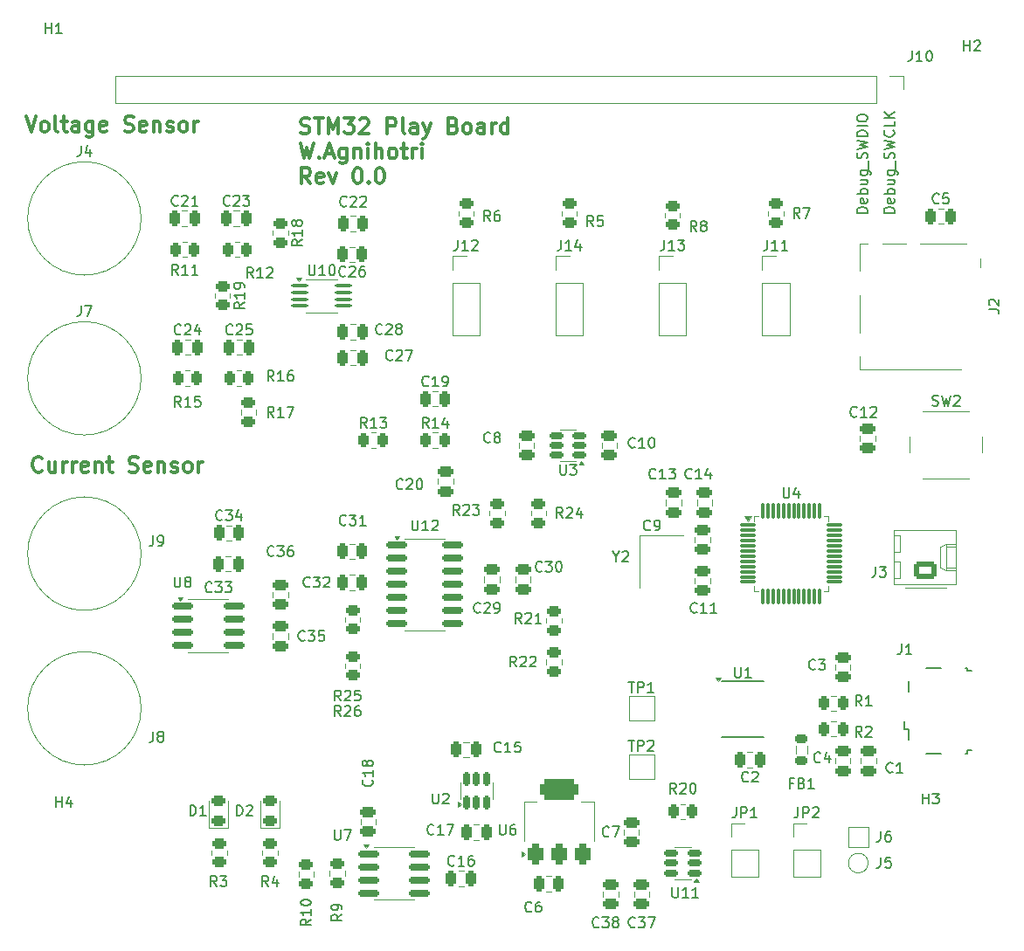
<source format=gto>
G04 #@! TF.GenerationSoftware,KiCad,Pcbnew,8.0.1-rc1*
G04 #@! TF.CreationDate,2024-05-12T14:13:22-04:00*
G04 #@! TF.ProjectId,STM32_Play_Board,53544d33-325f-4506-9c61-795f426f6172,rev?*
G04 #@! TF.SameCoordinates,Original*
G04 #@! TF.FileFunction,Legend,Top*
G04 #@! TF.FilePolarity,Positive*
%FSLAX46Y46*%
G04 Gerber Fmt 4.6, Leading zero omitted, Abs format (unit mm)*
G04 Created by KiCad (PCBNEW 8.0.1-rc1) date 2024-05-12 14:13:22*
%MOMM*%
%LPD*%
G01*
G04 APERTURE LIST*
G04 Aperture macros list*
%AMRoundRect*
0 Rectangle with rounded corners*
0 $1 Rounding radius*
0 $2 $3 $4 $5 $6 $7 $8 $9 X,Y pos of 4 corners*
0 Add a 4 corners polygon primitive as box body*
4,1,4,$2,$3,$4,$5,$6,$7,$8,$9,$2,$3,0*
0 Add four circle primitives for the rounded corners*
1,1,$1+$1,$2,$3*
1,1,$1+$1,$4,$5*
1,1,$1+$1,$6,$7*
1,1,$1+$1,$8,$9*
0 Add four rect primitives between the rounded corners*
20,1,$1+$1,$2,$3,$4,$5,0*
20,1,$1+$1,$4,$5,$6,$7,0*
20,1,$1+$1,$6,$7,$8,$9,0*
20,1,$1+$1,$8,$9,$2,$3,0*%
G04 Aperture macros list end*
%ADD10C,0.150000*%
%ADD11C,0.300000*%
%ADD12C,0.120000*%
%ADD13R,1.700000X1.700000*%
%ADD14O,1.700000X1.700000*%
%ADD15RoundRect,0.250000X-0.450000X0.262500X-0.450000X-0.262500X0.450000X-0.262500X0.450000X0.262500X0*%
%ADD16RoundRect,0.150000X-0.825000X-0.150000X0.825000X-0.150000X0.825000X0.150000X-0.825000X0.150000X0*%
%ADD17R,2.000000X2.000000*%
%ADD18RoundRect,0.250000X-0.250000X-0.475000X0.250000X-0.475000X0.250000X0.475000X-0.250000X0.475000X0*%
%ADD19RoundRect,0.250000X0.450000X-0.262500X0.450000X0.262500X-0.450000X0.262500X-0.450000X-0.262500X0*%
%ADD20RoundRect,0.250000X0.475000X-0.250000X0.475000X0.250000X-0.475000X0.250000X-0.475000X-0.250000X0*%
%ADD21RoundRect,0.243750X0.456250X-0.243750X0.456250X0.243750X-0.456250X0.243750X-0.456250X-0.243750X0*%
%ADD22RoundRect,0.150000X0.512500X0.150000X-0.512500X0.150000X-0.512500X-0.150000X0.512500X-0.150000X0*%
%ADD23R,1.200000X0.400000*%
%ADD24RoundRect,0.250000X-0.475000X0.250000X-0.475000X-0.250000X0.475000X-0.250000X0.475000X0.250000X0*%
%ADD25RoundRect,0.250000X0.250000X0.475000X-0.250000X0.475000X-0.250000X-0.475000X0.250000X-0.475000X0*%
%ADD26R,1.100000X0.850000*%
%ADD27R,1.100000X0.750000*%
%ADD28R,1.000000X1.200000*%
%ADD29R,1.350000X1.550000*%
%ADD30R,1.350000X1.900000*%
%ADD31R,1.800000X1.170000*%
%ADD32RoundRect,0.250000X-0.262500X-0.450000X0.262500X-0.450000X0.262500X0.450000X-0.262500X0.450000X0*%
%ADD33O,0.800000X0.800000*%
%ADD34R,1.300000X0.450000*%
%ADD35O,1.800000X1.150000*%
%ADD36O,2.000000X1.450000*%
%ADD37C,1.500000*%
%ADD38RoundRect,0.150000X0.150000X-0.512500X0.150000X0.512500X-0.150000X0.512500X-0.150000X-0.512500X0*%
%ADD39RoundRect,0.250000X0.845000X-0.620000X0.845000X0.620000X-0.845000X0.620000X-0.845000X-0.620000X0*%
%ADD40O,2.190000X1.740000*%
%ADD41RoundRect,0.250000X0.262500X0.450000X-0.262500X0.450000X-0.262500X-0.450000X0.262500X-0.450000X0*%
%ADD42RoundRect,0.100000X-0.712500X-0.100000X0.712500X-0.100000X0.712500X0.100000X-0.712500X0.100000X0*%
%ADD43RoundRect,0.375000X0.375000X-0.625000X0.375000X0.625000X-0.375000X0.625000X-0.375000X-0.625000X0*%
%ADD44RoundRect,0.500000X1.400000X-0.500000X1.400000X0.500000X-1.400000X0.500000X-1.400000X-0.500000X0*%
%ADD45C,3.200000*%
%ADD46C,2.000000*%
%ADD47RoundRect,0.218750X-0.381250X0.218750X-0.381250X-0.218750X0.381250X-0.218750X0.381250X0.218750X0*%
%ADD48RoundRect,0.075000X-0.662500X-0.075000X0.662500X-0.075000X0.662500X0.075000X-0.662500X0.075000X0*%
%ADD49RoundRect,0.075000X-0.075000X-0.662500X0.075000X-0.662500X0.075000X0.662500X-0.075000X0.662500X0*%
%ADD50R,1.650000X1.950000*%
%ADD51C,10.160000*%
%ADD52R,1.500000X1.500000*%
G04 APERTURE END LIST*
D10*
X168869819Y-61963220D02*
X167869819Y-61963220D01*
X167869819Y-61963220D02*
X167869819Y-61725125D01*
X167869819Y-61725125D02*
X167917438Y-61582268D01*
X167917438Y-61582268D02*
X168012676Y-61487030D01*
X168012676Y-61487030D02*
X168107914Y-61439411D01*
X168107914Y-61439411D02*
X168298390Y-61391792D01*
X168298390Y-61391792D02*
X168441247Y-61391792D01*
X168441247Y-61391792D02*
X168631723Y-61439411D01*
X168631723Y-61439411D02*
X168726961Y-61487030D01*
X168726961Y-61487030D02*
X168822200Y-61582268D01*
X168822200Y-61582268D02*
X168869819Y-61725125D01*
X168869819Y-61725125D02*
X168869819Y-61963220D01*
X168822200Y-60582268D02*
X168869819Y-60677506D01*
X168869819Y-60677506D02*
X168869819Y-60867982D01*
X168869819Y-60867982D02*
X168822200Y-60963220D01*
X168822200Y-60963220D02*
X168726961Y-61010839D01*
X168726961Y-61010839D02*
X168346009Y-61010839D01*
X168346009Y-61010839D02*
X168250771Y-60963220D01*
X168250771Y-60963220D02*
X168203152Y-60867982D01*
X168203152Y-60867982D02*
X168203152Y-60677506D01*
X168203152Y-60677506D02*
X168250771Y-60582268D01*
X168250771Y-60582268D02*
X168346009Y-60534649D01*
X168346009Y-60534649D02*
X168441247Y-60534649D01*
X168441247Y-60534649D02*
X168536485Y-61010839D01*
X168869819Y-60106077D02*
X167869819Y-60106077D01*
X168250771Y-60106077D02*
X168203152Y-60010839D01*
X168203152Y-60010839D02*
X168203152Y-59820363D01*
X168203152Y-59820363D02*
X168250771Y-59725125D01*
X168250771Y-59725125D02*
X168298390Y-59677506D01*
X168298390Y-59677506D02*
X168393628Y-59629887D01*
X168393628Y-59629887D02*
X168679342Y-59629887D01*
X168679342Y-59629887D02*
X168774580Y-59677506D01*
X168774580Y-59677506D02*
X168822200Y-59725125D01*
X168822200Y-59725125D02*
X168869819Y-59820363D01*
X168869819Y-59820363D02*
X168869819Y-60010839D01*
X168869819Y-60010839D02*
X168822200Y-60106077D01*
X168203152Y-58772744D02*
X168869819Y-58772744D01*
X168203152Y-59201315D02*
X168726961Y-59201315D01*
X168726961Y-59201315D02*
X168822200Y-59153696D01*
X168822200Y-59153696D02*
X168869819Y-59058458D01*
X168869819Y-59058458D02*
X168869819Y-58915601D01*
X168869819Y-58915601D02*
X168822200Y-58820363D01*
X168822200Y-58820363D02*
X168774580Y-58772744D01*
X168203152Y-57867982D02*
X169012676Y-57867982D01*
X169012676Y-57867982D02*
X169107914Y-57915601D01*
X169107914Y-57915601D02*
X169155533Y-57963220D01*
X169155533Y-57963220D02*
X169203152Y-58058458D01*
X169203152Y-58058458D02*
X169203152Y-58201315D01*
X169203152Y-58201315D02*
X169155533Y-58296553D01*
X168822200Y-57867982D02*
X168869819Y-57963220D01*
X168869819Y-57963220D02*
X168869819Y-58153696D01*
X168869819Y-58153696D02*
X168822200Y-58248934D01*
X168822200Y-58248934D02*
X168774580Y-58296553D01*
X168774580Y-58296553D02*
X168679342Y-58344172D01*
X168679342Y-58344172D02*
X168393628Y-58344172D01*
X168393628Y-58344172D02*
X168298390Y-58296553D01*
X168298390Y-58296553D02*
X168250771Y-58248934D01*
X168250771Y-58248934D02*
X168203152Y-58153696D01*
X168203152Y-58153696D02*
X168203152Y-57963220D01*
X168203152Y-57963220D02*
X168250771Y-57867982D01*
X168965057Y-57629887D02*
X168965057Y-56867982D01*
X168822200Y-56677505D02*
X168869819Y-56534648D01*
X168869819Y-56534648D02*
X168869819Y-56296553D01*
X168869819Y-56296553D02*
X168822200Y-56201315D01*
X168822200Y-56201315D02*
X168774580Y-56153696D01*
X168774580Y-56153696D02*
X168679342Y-56106077D01*
X168679342Y-56106077D02*
X168584104Y-56106077D01*
X168584104Y-56106077D02*
X168488866Y-56153696D01*
X168488866Y-56153696D02*
X168441247Y-56201315D01*
X168441247Y-56201315D02*
X168393628Y-56296553D01*
X168393628Y-56296553D02*
X168346009Y-56487029D01*
X168346009Y-56487029D02*
X168298390Y-56582267D01*
X168298390Y-56582267D02*
X168250771Y-56629886D01*
X168250771Y-56629886D02*
X168155533Y-56677505D01*
X168155533Y-56677505D02*
X168060295Y-56677505D01*
X168060295Y-56677505D02*
X167965057Y-56629886D01*
X167965057Y-56629886D02*
X167917438Y-56582267D01*
X167917438Y-56582267D02*
X167869819Y-56487029D01*
X167869819Y-56487029D02*
X167869819Y-56248934D01*
X167869819Y-56248934D02*
X167917438Y-56106077D01*
X167869819Y-55772743D02*
X168869819Y-55534648D01*
X168869819Y-55534648D02*
X168155533Y-55344172D01*
X168155533Y-55344172D02*
X168869819Y-55153696D01*
X168869819Y-55153696D02*
X167869819Y-54915601D01*
X168869819Y-54534648D02*
X167869819Y-54534648D01*
X167869819Y-54534648D02*
X167869819Y-54296553D01*
X167869819Y-54296553D02*
X167917438Y-54153696D01*
X167917438Y-54153696D02*
X168012676Y-54058458D01*
X168012676Y-54058458D02*
X168107914Y-54010839D01*
X168107914Y-54010839D02*
X168298390Y-53963220D01*
X168298390Y-53963220D02*
X168441247Y-53963220D01*
X168441247Y-53963220D02*
X168631723Y-54010839D01*
X168631723Y-54010839D02*
X168726961Y-54058458D01*
X168726961Y-54058458D02*
X168822200Y-54153696D01*
X168822200Y-54153696D02*
X168869819Y-54296553D01*
X168869819Y-54296553D02*
X168869819Y-54534648D01*
X168869819Y-53534648D02*
X167869819Y-53534648D01*
X167869819Y-52867982D02*
X167869819Y-52677506D01*
X167869819Y-52677506D02*
X167917438Y-52582268D01*
X167917438Y-52582268D02*
X168012676Y-52487030D01*
X168012676Y-52487030D02*
X168203152Y-52439411D01*
X168203152Y-52439411D02*
X168536485Y-52439411D01*
X168536485Y-52439411D02*
X168726961Y-52487030D01*
X168726961Y-52487030D02*
X168822200Y-52582268D01*
X168822200Y-52582268D02*
X168869819Y-52677506D01*
X168869819Y-52677506D02*
X168869819Y-52867982D01*
X168869819Y-52867982D02*
X168822200Y-52963220D01*
X168822200Y-52963220D02*
X168726961Y-53058458D01*
X168726961Y-53058458D02*
X168536485Y-53106077D01*
X168536485Y-53106077D02*
X168203152Y-53106077D01*
X168203152Y-53106077D02*
X168012676Y-53058458D01*
X168012676Y-53058458D02*
X167917438Y-52963220D01*
X167917438Y-52963220D02*
X167869819Y-52867982D01*
D11*
X87340225Y-52600828D02*
X87840225Y-54100828D01*
X87840225Y-54100828D02*
X88340225Y-52600828D01*
X89054510Y-54100828D02*
X88911653Y-54029400D01*
X88911653Y-54029400D02*
X88840224Y-53957971D01*
X88840224Y-53957971D02*
X88768796Y-53815114D01*
X88768796Y-53815114D02*
X88768796Y-53386542D01*
X88768796Y-53386542D02*
X88840224Y-53243685D01*
X88840224Y-53243685D02*
X88911653Y-53172257D01*
X88911653Y-53172257D02*
X89054510Y-53100828D01*
X89054510Y-53100828D02*
X89268796Y-53100828D01*
X89268796Y-53100828D02*
X89411653Y-53172257D01*
X89411653Y-53172257D02*
X89483082Y-53243685D01*
X89483082Y-53243685D02*
X89554510Y-53386542D01*
X89554510Y-53386542D02*
X89554510Y-53815114D01*
X89554510Y-53815114D02*
X89483082Y-53957971D01*
X89483082Y-53957971D02*
X89411653Y-54029400D01*
X89411653Y-54029400D02*
X89268796Y-54100828D01*
X89268796Y-54100828D02*
X89054510Y-54100828D01*
X90411653Y-54100828D02*
X90268796Y-54029400D01*
X90268796Y-54029400D02*
X90197367Y-53886542D01*
X90197367Y-53886542D02*
X90197367Y-52600828D01*
X90768796Y-53100828D02*
X91340224Y-53100828D01*
X90983081Y-52600828D02*
X90983081Y-53886542D01*
X90983081Y-53886542D02*
X91054510Y-54029400D01*
X91054510Y-54029400D02*
X91197367Y-54100828D01*
X91197367Y-54100828D02*
X91340224Y-54100828D01*
X92483082Y-54100828D02*
X92483082Y-53315114D01*
X92483082Y-53315114D02*
X92411653Y-53172257D01*
X92411653Y-53172257D02*
X92268796Y-53100828D01*
X92268796Y-53100828D02*
X91983082Y-53100828D01*
X91983082Y-53100828D02*
X91840224Y-53172257D01*
X92483082Y-54029400D02*
X92340224Y-54100828D01*
X92340224Y-54100828D02*
X91983082Y-54100828D01*
X91983082Y-54100828D02*
X91840224Y-54029400D01*
X91840224Y-54029400D02*
X91768796Y-53886542D01*
X91768796Y-53886542D02*
X91768796Y-53743685D01*
X91768796Y-53743685D02*
X91840224Y-53600828D01*
X91840224Y-53600828D02*
X91983082Y-53529400D01*
X91983082Y-53529400D02*
X92340224Y-53529400D01*
X92340224Y-53529400D02*
X92483082Y-53457971D01*
X93840225Y-53100828D02*
X93840225Y-54315114D01*
X93840225Y-54315114D02*
X93768796Y-54457971D01*
X93768796Y-54457971D02*
X93697367Y-54529400D01*
X93697367Y-54529400D02*
X93554510Y-54600828D01*
X93554510Y-54600828D02*
X93340225Y-54600828D01*
X93340225Y-54600828D02*
X93197367Y-54529400D01*
X93840225Y-54029400D02*
X93697367Y-54100828D01*
X93697367Y-54100828D02*
X93411653Y-54100828D01*
X93411653Y-54100828D02*
X93268796Y-54029400D01*
X93268796Y-54029400D02*
X93197367Y-53957971D01*
X93197367Y-53957971D02*
X93125939Y-53815114D01*
X93125939Y-53815114D02*
X93125939Y-53386542D01*
X93125939Y-53386542D02*
X93197367Y-53243685D01*
X93197367Y-53243685D02*
X93268796Y-53172257D01*
X93268796Y-53172257D02*
X93411653Y-53100828D01*
X93411653Y-53100828D02*
X93697367Y-53100828D01*
X93697367Y-53100828D02*
X93840225Y-53172257D01*
X95125939Y-54029400D02*
X94983082Y-54100828D01*
X94983082Y-54100828D02*
X94697368Y-54100828D01*
X94697368Y-54100828D02*
X94554510Y-54029400D01*
X94554510Y-54029400D02*
X94483082Y-53886542D01*
X94483082Y-53886542D02*
X94483082Y-53315114D01*
X94483082Y-53315114D02*
X94554510Y-53172257D01*
X94554510Y-53172257D02*
X94697368Y-53100828D01*
X94697368Y-53100828D02*
X94983082Y-53100828D01*
X94983082Y-53100828D02*
X95125939Y-53172257D01*
X95125939Y-53172257D02*
X95197368Y-53315114D01*
X95197368Y-53315114D02*
X95197368Y-53457971D01*
X95197368Y-53457971D02*
X94483082Y-53600828D01*
X96911653Y-54029400D02*
X97125939Y-54100828D01*
X97125939Y-54100828D02*
X97483081Y-54100828D01*
X97483081Y-54100828D02*
X97625939Y-54029400D01*
X97625939Y-54029400D02*
X97697367Y-53957971D01*
X97697367Y-53957971D02*
X97768796Y-53815114D01*
X97768796Y-53815114D02*
X97768796Y-53672257D01*
X97768796Y-53672257D02*
X97697367Y-53529400D01*
X97697367Y-53529400D02*
X97625939Y-53457971D01*
X97625939Y-53457971D02*
X97483081Y-53386542D01*
X97483081Y-53386542D02*
X97197367Y-53315114D01*
X97197367Y-53315114D02*
X97054510Y-53243685D01*
X97054510Y-53243685D02*
X96983081Y-53172257D01*
X96983081Y-53172257D02*
X96911653Y-53029400D01*
X96911653Y-53029400D02*
X96911653Y-52886542D01*
X96911653Y-52886542D02*
X96983081Y-52743685D01*
X96983081Y-52743685D02*
X97054510Y-52672257D01*
X97054510Y-52672257D02*
X97197367Y-52600828D01*
X97197367Y-52600828D02*
X97554510Y-52600828D01*
X97554510Y-52600828D02*
X97768796Y-52672257D01*
X98983081Y-54029400D02*
X98840224Y-54100828D01*
X98840224Y-54100828D02*
X98554510Y-54100828D01*
X98554510Y-54100828D02*
X98411652Y-54029400D01*
X98411652Y-54029400D02*
X98340224Y-53886542D01*
X98340224Y-53886542D02*
X98340224Y-53315114D01*
X98340224Y-53315114D02*
X98411652Y-53172257D01*
X98411652Y-53172257D02*
X98554510Y-53100828D01*
X98554510Y-53100828D02*
X98840224Y-53100828D01*
X98840224Y-53100828D02*
X98983081Y-53172257D01*
X98983081Y-53172257D02*
X99054510Y-53315114D01*
X99054510Y-53315114D02*
X99054510Y-53457971D01*
X99054510Y-53457971D02*
X98340224Y-53600828D01*
X99697366Y-53100828D02*
X99697366Y-54100828D01*
X99697366Y-53243685D02*
X99768795Y-53172257D01*
X99768795Y-53172257D02*
X99911652Y-53100828D01*
X99911652Y-53100828D02*
X100125938Y-53100828D01*
X100125938Y-53100828D02*
X100268795Y-53172257D01*
X100268795Y-53172257D02*
X100340224Y-53315114D01*
X100340224Y-53315114D02*
X100340224Y-54100828D01*
X100983081Y-54029400D02*
X101125938Y-54100828D01*
X101125938Y-54100828D02*
X101411652Y-54100828D01*
X101411652Y-54100828D02*
X101554509Y-54029400D01*
X101554509Y-54029400D02*
X101625938Y-53886542D01*
X101625938Y-53886542D02*
X101625938Y-53815114D01*
X101625938Y-53815114D02*
X101554509Y-53672257D01*
X101554509Y-53672257D02*
X101411652Y-53600828D01*
X101411652Y-53600828D02*
X101197367Y-53600828D01*
X101197367Y-53600828D02*
X101054509Y-53529400D01*
X101054509Y-53529400D02*
X100983081Y-53386542D01*
X100983081Y-53386542D02*
X100983081Y-53315114D01*
X100983081Y-53315114D02*
X101054509Y-53172257D01*
X101054509Y-53172257D02*
X101197367Y-53100828D01*
X101197367Y-53100828D02*
X101411652Y-53100828D01*
X101411652Y-53100828D02*
X101554509Y-53172257D01*
X102483081Y-54100828D02*
X102340224Y-54029400D01*
X102340224Y-54029400D02*
X102268795Y-53957971D01*
X102268795Y-53957971D02*
X102197367Y-53815114D01*
X102197367Y-53815114D02*
X102197367Y-53386542D01*
X102197367Y-53386542D02*
X102268795Y-53243685D01*
X102268795Y-53243685D02*
X102340224Y-53172257D01*
X102340224Y-53172257D02*
X102483081Y-53100828D01*
X102483081Y-53100828D02*
X102697367Y-53100828D01*
X102697367Y-53100828D02*
X102840224Y-53172257D01*
X102840224Y-53172257D02*
X102911653Y-53243685D01*
X102911653Y-53243685D02*
X102983081Y-53386542D01*
X102983081Y-53386542D02*
X102983081Y-53815114D01*
X102983081Y-53815114D02*
X102911653Y-53957971D01*
X102911653Y-53957971D02*
X102840224Y-54029400D01*
X102840224Y-54029400D02*
X102697367Y-54100828D01*
X102697367Y-54100828D02*
X102483081Y-54100828D01*
X103625938Y-54100828D02*
X103625938Y-53100828D01*
X103625938Y-53386542D02*
X103697367Y-53243685D01*
X103697367Y-53243685D02*
X103768796Y-53172257D01*
X103768796Y-53172257D02*
X103911653Y-53100828D01*
X103911653Y-53100828D02*
X104054510Y-53100828D01*
X113983082Y-54199568D02*
X114197368Y-54270996D01*
X114197368Y-54270996D02*
X114554510Y-54270996D01*
X114554510Y-54270996D02*
X114697368Y-54199568D01*
X114697368Y-54199568D02*
X114768796Y-54128139D01*
X114768796Y-54128139D02*
X114840225Y-53985282D01*
X114840225Y-53985282D02*
X114840225Y-53842425D01*
X114840225Y-53842425D02*
X114768796Y-53699568D01*
X114768796Y-53699568D02*
X114697368Y-53628139D01*
X114697368Y-53628139D02*
X114554510Y-53556710D01*
X114554510Y-53556710D02*
X114268796Y-53485282D01*
X114268796Y-53485282D02*
X114125939Y-53413853D01*
X114125939Y-53413853D02*
X114054510Y-53342425D01*
X114054510Y-53342425D02*
X113983082Y-53199568D01*
X113983082Y-53199568D02*
X113983082Y-53056710D01*
X113983082Y-53056710D02*
X114054510Y-52913853D01*
X114054510Y-52913853D02*
X114125939Y-52842425D01*
X114125939Y-52842425D02*
X114268796Y-52770996D01*
X114268796Y-52770996D02*
X114625939Y-52770996D01*
X114625939Y-52770996D02*
X114840225Y-52842425D01*
X115268796Y-52770996D02*
X116125939Y-52770996D01*
X115697367Y-54270996D02*
X115697367Y-52770996D01*
X116625938Y-54270996D02*
X116625938Y-52770996D01*
X116625938Y-52770996D02*
X117125938Y-53842425D01*
X117125938Y-53842425D02*
X117625938Y-52770996D01*
X117625938Y-52770996D02*
X117625938Y-54270996D01*
X118197367Y-52770996D02*
X119125939Y-52770996D01*
X119125939Y-52770996D02*
X118625939Y-53342425D01*
X118625939Y-53342425D02*
X118840224Y-53342425D01*
X118840224Y-53342425D02*
X118983082Y-53413853D01*
X118983082Y-53413853D02*
X119054510Y-53485282D01*
X119054510Y-53485282D02*
X119125939Y-53628139D01*
X119125939Y-53628139D02*
X119125939Y-53985282D01*
X119125939Y-53985282D02*
X119054510Y-54128139D01*
X119054510Y-54128139D02*
X118983082Y-54199568D01*
X118983082Y-54199568D02*
X118840224Y-54270996D01*
X118840224Y-54270996D02*
X118411653Y-54270996D01*
X118411653Y-54270996D02*
X118268796Y-54199568D01*
X118268796Y-54199568D02*
X118197367Y-54128139D01*
X119697367Y-52913853D02*
X119768795Y-52842425D01*
X119768795Y-52842425D02*
X119911653Y-52770996D01*
X119911653Y-52770996D02*
X120268795Y-52770996D01*
X120268795Y-52770996D02*
X120411653Y-52842425D01*
X120411653Y-52842425D02*
X120483081Y-52913853D01*
X120483081Y-52913853D02*
X120554510Y-53056710D01*
X120554510Y-53056710D02*
X120554510Y-53199568D01*
X120554510Y-53199568D02*
X120483081Y-53413853D01*
X120483081Y-53413853D02*
X119625938Y-54270996D01*
X119625938Y-54270996D02*
X120554510Y-54270996D01*
X122340223Y-54270996D02*
X122340223Y-52770996D01*
X122340223Y-52770996D02*
X122911652Y-52770996D01*
X122911652Y-52770996D02*
X123054509Y-52842425D01*
X123054509Y-52842425D02*
X123125938Y-52913853D01*
X123125938Y-52913853D02*
X123197366Y-53056710D01*
X123197366Y-53056710D02*
X123197366Y-53270996D01*
X123197366Y-53270996D02*
X123125938Y-53413853D01*
X123125938Y-53413853D02*
X123054509Y-53485282D01*
X123054509Y-53485282D02*
X122911652Y-53556710D01*
X122911652Y-53556710D02*
X122340223Y-53556710D01*
X124054509Y-54270996D02*
X123911652Y-54199568D01*
X123911652Y-54199568D02*
X123840223Y-54056710D01*
X123840223Y-54056710D02*
X123840223Y-52770996D01*
X125268795Y-54270996D02*
X125268795Y-53485282D01*
X125268795Y-53485282D02*
X125197366Y-53342425D01*
X125197366Y-53342425D02*
X125054509Y-53270996D01*
X125054509Y-53270996D02*
X124768795Y-53270996D01*
X124768795Y-53270996D02*
X124625937Y-53342425D01*
X125268795Y-54199568D02*
X125125937Y-54270996D01*
X125125937Y-54270996D02*
X124768795Y-54270996D01*
X124768795Y-54270996D02*
X124625937Y-54199568D01*
X124625937Y-54199568D02*
X124554509Y-54056710D01*
X124554509Y-54056710D02*
X124554509Y-53913853D01*
X124554509Y-53913853D02*
X124625937Y-53770996D01*
X124625937Y-53770996D02*
X124768795Y-53699568D01*
X124768795Y-53699568D02*
X125125937Y-53699568D01*
X125125937Y-53699568D02*
X125268795Y-53628139D01*
X125840223Y-53270996D02*
X126197366Y-54270996D01*
X126554509Y-53270996D02*
X126197366Y-54270996D01*
X126197366Y-54270996D02*
X126054509Y-54628139D01*
X126054509Y-54628139D02*
X125983080Y-54699568D01*
X125983080Y-54699568D02*
X125840223Y-54770996D01*
X128768794Y-53485282D02*
X128983080Y-53556710D01*
X128983080Y-53556710D02*
X129054509Y-53628139D01*
X129054509Y-53628139D02*
X129125937Y-53770996D01*
X129125937Y-53770996D02*
X129125937Y-53985282D01*
X129125937Y-53985282D02*
X129054509Y-54128139D01*
X129054509Y-54128139D02*
X128983080Y-54199568D01*
X128983080Y-54199568D02*
X128840223Y-54270996D01*
X128840223Y-54270996D02*
X128268794Y-54270996D01*
X128268794Y-54270996D02*
X128268794Y-52770996D01*
X128268794Y-52770996D02*
X128768794Y-52770996D01*
X128768794Y-52770996D02*
X128911652Y-52842425D01*
X128911652Y-52842425D02*
X128983080Y-52913853D01*
X128983080Y-52913853D02*
X129054509Y-53056710D01*
X129054509Y-53056710D02*
X129054509Y-53199568D01*
X129054509Y-53199568D02*
X128983080Y-53342425D01*
X128983080Y-53342425D02*
X128911652Y-53413853D01*
X128911652Y-53413853D02*
X128768794Y-53485282D01*
X128768794Y-53485282D02*
X128268794Y-53485282D01*
X129983080Y-54270996D02*
X129840223Y-54199568D01*
X129840223Y-54199568D02*
X129768794Y-54128139D01*
X129768794Y-54128139D02*
X129697366Y-53985282D01*
X129697366Y-53985282D02*
X129697366Y-53556710D01*
X129697366Y-53556710D02*
X129768794Y-53413853D01*
X129768794Y-53413853D02*
X129840223Y-53342425D01*
X129840223Y-53342425D02*
X129983080Y-53270996D01*
X129983080Y-53270996D02*
X130197366Y-53270996D01*
X130197366Y-53270996D02*
X130340223Y-53342425D01*
X130340223Y-53342425D02*
X130411652Y-53413853D01*
X130411652Y-53413853D02*
X130483080Y-53556710D01*
X130483080Y-53556710D02*
X130483080Y-53985282D01*
X130483080Y-53985282D02*
X130411652Y-54128139D01*
X130411652Y-54128139D02*
X130340223Y-54199568D01*
X130340223Y-54199568D02*
X130197366Y-54270996D01*
X130197366Y-54270996D02*
X129983080Y-54270996D01*
X131768795Y-54270996D02*
X131768795Y-53485282D01*
X131768795Y-53485282D02*
X131697366Y-53342425D01*
X131697366Y-53342425D02*
X131554509Y-53270996D01*
X131554509Y-53270996D02*
X131268795Y-53270996D01*
X131268795Y-53270996D02*
X131125937Y-53342425D01*
X131768795Y-54199568D02*
X131625937Y-54270996D01*
X131625937Y-54270996D02*
X131268795Y-54270996D01*
X131268795Y-54270996D02*
X131125937Y-54199568D01*
X131125937Y-54199568D02*
X131054509Y-54056710D01*
X131054509Y-54056710D02*
X131054509Y-53913853D01*
X131054509Y-53913853D02*
X131125937Y-53770996D01*
X131125937Y-53770996D02*
X131268795Y-53699568D01*
X131268795Y-53699568D02*
X131625937Y-53699568D01*
X131625937Y-53699568D02*
X131768795Y-53628139D01*
X132483080Y-54270996D02*
X132483080Y-53270996D01*
X132483080Y-53556710D02*
X132554509Y-53413853D01*
X132554509Y-53413853D02*
X132625938Y-53342425D01*
X132625938Y-53342425D02*
X132768795Y-53270996D01*
X132768795Y-53270996D02*
X132911652Y-53270996D01*
X134054509Y-54270996D02*
X134054509Y-52770996D01*
X134054509Y-54199568D02*
X133911651Y-54270996D01*
X133911651Y-54270996D02*
X133625937Y-54270996D01*
X133625937Y-54270996D02*
X133483080Y-54199568D01*
X133483080Y-54199568D02*
X133411651Y-54128139D01*
X133411651Y-54128139D02*
X133340223Y-53985282D01*
X133340223Y-53985282D02*
X133340223Y-53556710D01*
X133340223Y-53556710D02*
X133411651Y-53413853D01*
X133411651Y-53413853D02*
X133483080Y-53342425D01*
X133483080Y-53342425D02*
X133625937Y-53270996D01*
X133625937Y-53270996D02*
X133911651Y-53270996D01*
X133911651Y-53270996D02*
X134054509Y-53342425D01*
X113911653Y-55185912D02*
X114268796Y-56685912D01*
X114268796Y-56685912D02*
X114554510Y-55614484D01*
X114554510Y-55614484D02*
X114840225Y-56685912D01*
X114840225Y-56685912D02*
X115197368Y-55185912D01*
X115768796Y-56543055D02*
X115840225Y-56614484D01*
X115840225Y-56614484D02*
X115768796Y-56685912D01*
X115768796Y-56685912D02*
X115697368Y-56614484D01*
X115697368Y-56614484D02*
X115768796Y-56543055D01*
X115768796Y-56543055D02*
X115768796Y-56685912D01*
X116411654Y-56257341D02*
X117125940Y-56257341D01*
X116268797Y-56685912D02*
X116768797Y-55185912D01*
X116768797Y-55185912D02*
X117268797Y-56685912D01*
X118411654Y-55685912D02*
X118411654Y-56900198D01*
X118411654Y-56900198D02*
X118340225Y-57043055D01*
X118340225Y-57043055D02*
X118268796Y-57114484D01*
X118268796Y-57114484D02*
X118125939Y-57185912D01*
X118125939Y-57185912D02*
X117911654Y-57185912D01*
X117911654Y-57185912D02*
X117768796Y-57114484D01*
X118411654Y-56614484D02*
X118268796Y-56685912D01*
X118268796Y-56685912D02*
X117983082Y-56685912D01*
X117983082Y-56685912D02*
X117840225Y-56614484D01*
X117840225Y-56614484D02*
X117768796Y-56543055D01*
X117768796Y-56543055D02*
X117697368Y-56400198D01*
X117697368Y-56400198D02*
X117697368Y-55971626D01*
X117697368Y-55971626D02*
X117768796Y-55828769D01*
X117768796Y-55828769D02*
X117840225Y-55757341D01*
X117840225Y-55757341D02*
X117983082Y-55685912D01*
X117983082Y-55685912D02*
X118268796Y-55685912D01*
X118268796Y-55685912D02*
X118411654Y-55757341D01*
X119125939Y-55685912D02*
X119125939Y-56685912D01*
X119125939Y-55828769D02*
X119197368Y-55757341D01*
X119197368Y-55757341D02*
X119340225Y-55685912D01*
X119340225Y-55685912D02*
X119554511Y-55685912D01*
X119554511Y-55685912D02*
X119697368Y-55757341D01*
X119697368Y-55757341D02*
X119768797Y-55900198D01*
X119768797Y-55900198D02*
X119768797Y-56685912D01*
X120483082Y-56685912D02*
X120483082Y-55685912D01*
X120483082Y-55185912D02*
X120411654Y-55257341D01*
X120411654Y-55257341D02*
X120483082Y-55328769D01*
X120483082Y-55328769D02*
X120554511Y-55257341D01*
X120554511Y-55257341D02*
X120483082Y-55185912D01*
X120483082Y-55185912D02*
X120483082Y-55328769D01*
X121197368Y-56685912D02*
X121197368Y-55185912D01*
X121840226Y-56685912D02*
X121840226Y-55900198D01*
X121840226Y-55900198D02*
X121768797Y-55757341D01*
X121768797Y-55757341D02*
X121625940Y-55685912D01*
X121625940Y-55685912D02*
X121411654Y-55685912D01*
X121411654Y-55685912D02*
X121268797Y-55757341D01*
X121268797Y-55757341D02*
X121197368Y-55828769D01*
X122768797Y-56685912D02*
X122625940Y-56614484D01*
X122625940Y-56614484D02*
X122554511Y-56543055D01*
X122554511Y-56543055D02*
X122483083Y-56400198D01*
X122483083Y-56400198D02*
X122483083Y-55971626D01*
X122483083Y-55971626D02*
X122554511Y-55828769D01*
X122554511Y-55828769D02*
X122625940Y-55757341D01*
X122625940Y-55757341D02*
X122768797Y-55685912D01*
X122768797Y-55685912D02*
X122983083Y-55685912D01*
X122983083Y-55685912D02*
X123125940Y-55757341D01*
X123125940Y-55757341D02*
X123197369Y-55828769D01*
X123197369Y-55828769D02*
X123268797Y-55971626D01*
X123268797Y-55971626D02*
X123268797Y-56400198D01*
X123268797Y-56400198D02*
X123197369Y-56543055D01*
X123197369Y-56543055D02*
X123125940Y-56614484D01*
X123125940Y-56614484D02*
X122983083Y-56685912D01*
X122983083Y-56685912D02*
X122768797Y-56685912D01*
X123697369Y-55685912D02*
X124268797Y-55685912D01*
X123911654Y-55185912D02*
X123911654Y-56471626D01*
X123911654Y-56471626D02*
X123983083Y-56614484D01*
X123983083Y-56614484D02*
X124125940Y-56685912D01*
X124125940Y-56685912D02*
X124268797Y-56685912D01*
X124768797Y-56685912D02*
X124768797Y-55685912D01*
X124768797Y-55971626D02*
X124840226Y-55828769D01*
X124840226Y-55828769D02*
X124911655Y-55757341D01*
X124911655Y-55757341D02*
X125054512Y-55685912D01*
X125054512Y-55685912D02*
X125197369Y-55685912D01*
X125697368Y-56685912D02*
X125697368Y-55685912D01*
X125697368Y-55185912D02*
X125625940Y-55257341D01*
X125625940Y-55257341D02*
X125697368Y-55328769D01*
X125697368Y-55328769D02*
X125768797Y-55257341D01*
X125768797Y-55257341D02*
X125697368Y-55185912D01*
X125697368Y-55185912D02*
X125697368Y-55328769D01*
X114911653Y-59100828D02*
X114411653Y-58386542D01*
X114054510Y-59100828D02*
X114054510Y-57600828D01*
X114054510Y-57600828D02*
X114625939Y-57600828D01*
X114625939Y-57600828D02*
X114768796Y-57672257D01*
X114768796Y-57672257D02*
X114840225Y-57743685D01*
X114840225Y-57743685D02*
X114911653Y-57886542D01*
X114911653Y-57886542D02*
X114911653Y-58100828D01*
X114911653Y-58100828D02*
X114840225Y-58243685D01*
X114840225Y-58243685D02*
X114768796Y-58315114D01*
X114768796Y-58315114D02*
X114625939Y-58386542D01*
X114625939Y-58386542D02*
X114054510Y-58386542D01*
X116125939Y-59029400D02*
X115983082Y-59100828D01*
X115983082Y-59100828D02*
X115697368Y-59100828D01*
X115697368Y-59100828D02*
X115554510Y-59029400D01*
X115554510Y-59029400D02*
X115483082Y-58886542D01*
X115483082Y-58886542D02*
X115483082Y-58315114D01*
X115483082Y-58315114D02*
X115554510Y-58172257D01*
X115554510Y-58172257D02*
X115697368Y-58100828D01*
X115697368Y-58100828D02*
X115983082Y-58100828D01*
X115983082Y-58100828D02*
X116125939Y-58172257D01*
X116125939Y-58172257D02*
X116197368Y-58315114D01*
X116197368Y-58315114D02*
X116197368Y-58457971D01*
X116197368Y-58457971D02*
X115483082Y-58600828D01*
X116697367Y-58100828D02*
X117054510Y-59100828D01*
X117054510Y-59100828D02*
X117411653Y-58100828D01*
X119411653Y-57600828D02*
X119554510Y-57600828D01*
X119554510Y-57600828D02*
X119697367Y-57672257D01*
X119697367Y-57672257D02*
X119768796Y-57743685D01*
X119768796Y-57743685D02*
X119840224Y-57886542D01*
X119840224Y-57886542D02*
X119911653Y-58172257D01*
X119911653Y-58172257D02*
X119911653Y-58529400D01*
X119911653Y-58529400D02*
X119840224Y-58815114D01*
X119840224Y-58815114D02*
X119768796Y-58957971D01*
X119768796Y-58957971D02*
X119697367Y-59029400D01*
X119697367Y-59029400D02*
X119554510Y-59100828D01*
X119554510Y-59100828D02*
X119411653Y-59100828D01*
X119411653Y-59100828D02*
X119268796Y-59029400D01*
X119268796Y-59029400D02*
X119197367Y-58957971D01*
X119197367Y-58957971D02*
X119125938Y-58815114D01*
X119125938Y-58815114D02*
X119054510Y-58529400D01*
X119054510Y-58529400D02*
X119054510Y-58172257D01*
X119054510Y-58172257D02*
X119125938Y-57886542D01*
X119125938Y-57886542D02*
X119197367Y-57743685D01*
X119197367Y-57743685D02*
X119268796Y-57672257D01*
X119268796Y-57672257D02*
X119411653Y-57600828D01*
X120554509Y-58957971D02*
X120625938Y-59029400D01*
X120625938Y-59029400D02*
X120554509Y-59100828D01*
X120554509Y-59100828D02*
X120483081Y-59029400D01*
X120483081Y-59029400D02*
X120554509Y-58957971D01*
X120554509Y-58957971D02*
X120554509Y-59100828D01*
X121554510Y-57600828D02*
X121697367Y-57600828D01*
X121697367Y-57600828D02*
X121840224Y-57672257D01*
X121840224Y-57672257D02*
X121911653Y-57743685D01*
X121911653Y-57743685D02*
X121983081Y-57886542D01*
X121983081Y-57886542D02*
X122054510Y-58172257D01*
X122054510Y-58172257D02*
X122054510Y-58529400D01*
X122054510Y-58529400D02*
X121983081Y-58815114D01*
X121983081Y-58815114D02*
X121911653Y-58957971D01*
X121911653Y-58957971D02*
X121840224Y-59029400D01*
X121840224Y-59029400D02*
X121697367Y-59100828D01*
X121697367Y-59100828D02*
X121554510Y-59100828D01*
X121554510Y-59100828D02*
X121411653Y-59029400D01*
X121411653Y-59029400D02*
X121340224Y-58957971D01*
X121340224Y-58957971D02*
X121268795Y-58815114D01*
X121268795Y-58815114D02*
X121197367Y-58529400D01*
X121197367Y-58529400D02*
X121197367Y-58172257D01*
X121197367Y-58172257D02*
X121268795Y-57886542D01*
X121268795Y-57886542D02*
X121340224Y-57743685D01*
X121340224Y-57743685D02*
X121411653Y-57672257D01*
X121411653Y-57672257D02*
X121554510Y-57600828D01*
D10*
X171490117Y-61963220D02*
X170490117Y-61963220D01*
X170490117Y-61963220D02*
X170490117Y-61725125D01*
X170490117Y-61725125D02*
X170537736Y-61582268D01*
X170537736Y-61582268D02*
X170632974Y-61487030D01*
X170632974Y-61487030D02*
X170728212Y-61439411D01*
X170728212Y-61439411D02*
X170918688Y-61391792D01*
X170918688Y-61391792D02*
X171061545Y-61391792D01*
X171061545Y-61391792D02*
X171252021Y-61439411D01*
X171252021Y-61439411D02*
X171347259Y-61487030D01*
X171347259Y-61487030D02*
X171442498Y-61582268D01*
X171442498Y-61582268D02*
X171490117Y-61725125D01*
X171490117Y-61725125D02*
X171490117Y-61963220D01*
X171442498Y-60582268D02*
X171490117Y-60677506D01*
X171490117Y-60677506D02*
X171490117Y-60867982D01*
X171490117Y-60867982D02*
X171442498Y-60963220D01*
X171442498Y-60963220D02*
X171347259Y-61010839D01*
X171347259Y-61010839D02*
X170966307Y-61010839D01*
X170966307Y-61010839D02*
X170871069Y-60963220D01*
X170871069Y-60963220D02*
X170823450Y-60867982D01*
X170823450Y-60867982D02*
X170823450Y-60677506D01*
X170823450Y-60677506D02*
X170871069Y-60582268D01*
X170871069Y-60582268D02*
X170966307Y-60534649D01*
X170966307Y-60534649D02*
X171061545Y-60534649D01*
X171061545Y-60534649D02*
X171156783Y-61010839D01*
X171490117Y-60106077D02*
X170490117Y-60106077D01*
X170871069Y-60106077D02*
X170823450Y-60010839D01*
X170823450Y-60010839D02*
X170823450Y-59820363D01*
X170823450Y-59820363D02*
X170871069Y-59725125D01*
X170871069Y-59725125D02*
X170918688Y-59677506D01*
X170918688Y-59677506D02*
X171013926Y-59629887D01*
X171013926Y-59629887D02*
X171299640Y-59629887D01*
X171299640Y-59629887D02*
X171394878Y-59677506D01*
X171394878Y-59677506D02*
X171442498Y-59725125D01*
X171442498Y-59725125D02*
X171490117Y-59820363D01*
X171490117Y-59820363D02*
X171490117Y-60010839D01*
X171490117Y-60010839D02*
X171442498Y-60106077D01*
X170823450Y-58772744D02*
X171490117Y-58772744D01*
X170823450Y-59201315D02*
X171347259Y-59201315D01*
X171347259Y-59201315D02*
X171442498Y-59153696D01*
X171442498Y-59153696D02*
X171490117Y-59058458D01*
X171490117Y-59058458D02*
X171490117Y-58915601D01*
X171490117Y-58915601D02*
X171442498Y-58820363D01*
X171442498Y-58820363D02*
X171394878Y-58772744D01*
X170823450Y-57867982D02*
X171632974Y-57867982D01*
X171632974Y-57867982D02*
X171728212Y-57915601D01*
X171728212Y-57915601D02*
X171775831Y-57963220D01*
X171775831Y-57963220D02*
X171823450Y-58058458D01*
X171823450Y-58058458D02*
X171823450Y-58201315D01*
X171823450Y-58201315D02*
X171775831Y-58296553D01*
X171442498Y-57867982D02*
X171490117Y-57963220D01*
X171490117Y-57963220D02*
X171490117Y-58153696D01*
X171490117Y-58153696D02*
X171442498Y-58248934D01*
X171442498Y-58248934D02*
X171394878Y-58296553D01*
X171394878Y-58296553D02*
X171299640Y-58344172D01*
X171299640Y-58344172D02*
X171013926Y-58344172D01*
X171013926Y-58344172D02*
X170918688Y-58296553D01*
X170918688Y-58296553D02*
X170871069Y-58248934D01*
X170871069Y-58248934D02*
X170823450Y-58153696D01*
X170823450Y-58153696D02*
X170823450Y-57963220D01*
X170823450Y-57963220D02*
X170871069Y-57867982D01*
X171585355Y-57629887D02*
X171585355Y-56867982D01*
X171442498Y-56677505D02*
X171490117Y-56534648D01*
X171490117Y-56534648D02*
X171490117Y-56296553D01*
X171490117Y-56296553D02*
X171442498Y-56201315D01*
X171442498Y-56201315D02*
X171394878Y-56153696D01*
X171394878Y-56153696D02*
X171299640Y-56106077D01*
X171299640Y-56106077D02*
X171204402Y-56106077D01*
X171204402Y-56106077D02*
X171109164Y-56153696D01*
X171109164Y-56153696D02*
X171061545Y-56201315D01*
X171061545Y-56201315D02*
X171013926Y-56296553D01*
X171013926Y-56296553D02*
X170966307Y-56487029D01*
X170966307Y-56487029D02*
X170918688Y-56582267D01*
X170918688Y-56582267D02*
X170871069Y-56629886D01*
X170871069Y-56629886D02*
X170775831Y-56677505D01*
X170775831Y-56677505D02*
X170680593Y-56677505D01*
X170680593Y-56677505D02*
X170585355Y-56629886D01*
X170585355Y-56629886D02*
X170537736Y-56582267D01*
X170537736Y-56582267D02*
X170490117Y-56487029D01*
X170490117Y-56487029D02*
X170490117Y-56248934D01*
X170490117Y-56248934D02*
X170537736Y-56106077D01*
X170490117Y-55772743D02*
X171490117Y-55534648D01*
X171490117Y-55534648D02*
X170775831Y-55344172D01*
X170775831Y-55344172D02*
X171490117Y-55153696D01*
X171490117Y-55153696D02*
X170490117Y-54915601D01*
X171394878Y-53963220D02*
X171442498Y-54010839D01*
X171442498Y-54010839D02*
X171490117Y-54153696D01*
X171490117Y-54153696D02*
X171490117Y-54248934D01*
X171490117Y-54248934D02*
X171442498Y-54391791D01*
X171442498Y-54391791D02*
X171347259Y-54487029D01*
X171347259Y-54487029D02*
X171252021Y-54534648D01*
X171252021Y-54534648D02*
X171061545Y-54582267D01*
X171061545Y-54582267D02*
X170918688Y-54582267D01*
X170918688Y-54582267D02*
X170728212Y-54534648D01*
X170728212Y-54534648D02*
X170632974Y-54487029D01*
X170632974Y-54487029D02*
X170537736Y-54391791D01*
X170537736Y-54391791D02*
X170490117Y-54248934D01*
X170490117Y-54248934D02*
X170490117Y-54153696D01*
X170490117Y-54153696D02*
X170537736Y-54010839D01*
X170537736Y-54010839D02*
X170585355Y-53963220D01*
X171490117Y-53058458D02*
X171490117Y-53534648D01*
X171490117Y-53534648D02*
X170490117Y-53534648D01*
X171490117Y-52725124D02*
X170490117Y-52725124D01*
X171490117Y-52153696D02*
X170918688Y-52582267D01*
X170490117Y-52153696D02*
X171061545Y-52725124D01*
D11*
X88911653Y-86957971D02*
X88840225Y-87029400D01*
X88840225Y-87029400D02*
X88625939Y-87100828D01*
X88625939Y-87100828D02*
X88483082Y-87100828D01*
X88483082Y-87100828D02*
X88268796Y-87029400D01*
X88268796Y-87029400D02*
X88125939Y-86886542D01*
X88125939Y-86886542D02*
X88054510Y-86743685D01*
X88054510Y-86743685D02*
X87983082Y-86457971D01*
X87983082Y-86457971D02*
X87983082Y-86243685D01*
X87983082Y-86243685D02*
X88054510Y-85957971D01*
X88054510Y-85957971D02*
X88125939Y-85815114D01*
X88125939Y-85815114D02*
X88268796Y-85672257D01*
X88268796Y-85672257D02*
X88483082Y-85600828D01*
X88483082Y-85600828D02*
X88625939Y-85600828D01*
X88625939Y-85600828D02*
X88840225Y-85672257D01*
X88840225Y-85672257D02*
X88911653Y-85743685D01*
X90197368Y-86100828D02*
X90197368Y-87100828D01*
X89554510Y-86100828D02*
X89554510Y-86886542D01*
X89554510Y-86886542D02*
X89625939Y-87029400D01*
X89625939Y-87029400D02*
X89768796Y-87100828D01*
X89768796Y-87100828D02*
X89983082Y-87100828D01*
X89983082Y-87100828D02*
X90125939Y-87029400D01*
X90125939Y-87029400D02*
X90197368Y-86957971D01*
X90911653Y-87100828D02*
X90911653Y-86100828D01*
X90911653Y-86386542D02*
X90983082Y-86243685D01*
X90983082Y-86243685D02*
X91054511Y-86172257D01*
X91054511Y-86172257D02*
X91197368Y-86100828D01*
X91197368Y-86100828D02*
X91340225Y-86100828D01*
X91840224Y-87100828D02*
X91840224Y-86100828D01*
X91840224Y-86386542D02*
X91911653Y-86243685D01*
X91911653Y-86243685D02*
X91983082Y-86172257D01*
X91983082Y-86172257D02*
X92125939Y-86100828D01*
X92125939Y-86100828D02*
X92268796Y-86100828D01*
X93340224Y-87029400D02*
X93197367Y-87100828D01*
X93197367Y-87100828D02*
X92911653Y-87100828D01*
X92911653Y-87100828D02*
X92768795Y-87029400D01*
X92768795Y-87029400D02*
X92697367Y-86886542D01*
X92697367Y-86886542D02*
X92697367Y-86315114D01*
X92697367Y-86315114D02*
X92768795Y-86172257D01*
X92768795Y-86172257D02*
X92911653Y-86100828D01*
X92911653Y-86100828D02*
X93197367Y-86100828D01*
X93197367Y-86100828D02*
X93340224Y-86172257D01*
X93340224Y-86172257D02*
X93411653Y-86315114D01*
X93411653Y-86315114D02*
X93411653Y-86457971D01*
X93411653Y-86457971D02*
X92697367Y-86600828D01*
X94054509Y-86100828D02*
X94054509Y-87100828D01*
X94054509Y-86243685D02*
X94125938Y-86172257D01*
X94125938Y-86172257D02*
X94268795Y-86100828D01*
X94268795Y-86100828D02*
X94483081Y-86100828D01*
X94483081Y-86100828D02*
X94625938Y-86172257D01*
X94625938Y-86172257D02*
X94697367Y-86315114D01*
X94697367Y-86315114D02*
X94697367Y-87100828D01*
X95197367Y-86100828D02*
X95768795Y-86100828D01*
X95411652Y-85600828D02*
X95411652Y-86886542D01*
X95411652Y-86886542D02*
X95483081Y-87029400D01*
X95483081Y-87029400D02*
X95625938Y-87100828D01*
X95625938Y-87100828D02*
X95768795Y-87100828D01*
X97340224Y-87029400D02*
X97554510Y-87100828D01*
X97554510Y-87100828D02*
X97911652Y-87100828D01*
X97911652Y-87100828D02*
X98054510Y-87029400D01*
X98054510Y-87029400D02*
X98125938Y-86957971D01*
X98125938Y-86957971D02*
X98197367Y-86815114D01*
X98197367Y-86815114D02*
X98197367Y-86672257D01*
X98197367Y-86672257D02*
X98125938Y-86529400D01*
X98125938Y-86529400D02*
X98054510Y-86457971D01*
X98054510Y-86457971D02*
X97911652Y-86386542D01*
X97911652Y-86386542D02*
X97625938Y-86315114D01*
X97625938Y-86315114D02*
X97483081Y-86243685D01*
X97483081Y-86243685D02*
X97411652Y-86172257D01*
X97411652Y-86172257D02*
X97340224Y-86029400D01*
X97340224Y-86029400D02*
X97340224Y-85886542D01*
X97340224Y-85886542D02*
X97411652Y-85743685D01*
X97411652Y-85743685D02*
X97483081Y-85672257D01*
X97483081Y-85672257D02*
X97625938Y-85600828D01*
X97625938Y-85600828D02*
X97983081Y-85600828D01*
X97983081Y-85600828D02*
X98197367Y-85672257D01*
X99411652Y-87029400D02*
X99268795Y-87100828D01*
X99268795Y-87100828D02*
X98983081Y-87100828D01*
X98983081Y-87100828D02*
X98840223Y-87029400D01*
X98840223Y-87029400D02*
X98768795Y-86886542D01*
X98768795Y-86886542D02*
X98768795Y-86315114D01*
X98768795Y-86315114D02*
X98840223Y-86172257D01*
X98840223Y-86172257D02*
X98983081Y-86100828D01*
X98983081Y-86100828D02*
X99268795Y-86100828D01*
X99268795Y-86100828D02*
X99411652Y-86172257D01*
X99411652Y-86172257D02*
X99483081Y-86315114D01*
X99483081Y-86315114D02*
X99483081Y-86457971D01*
X99483081Y-86457971D02*
X98768795Y-86600828D01*
X100125937Y-86100828D02*
X100125937Y-87100828D01*
X100125937Y-86243685D02*
X100197366Y-86172257D01*
X100197366Y-86172257D02*
X100340223Y-86100828D01*
X100340223Y-86100828D02*
X100554509Y-86100828D01*
X100554509Y-86100828D02*
X100697366Y-86172257D01*
X100697366Y-86172257D02*
X100768795Y-86315114D01*
X100768795Y-86315114D02*
X100768795Y-87100828D01*
X101411652Y-87029400D02*
X101554509Y-87100828D01*
X101554509Y-87100828D02*
X101840223Y-87100828D01*
X101840223Y-87100828D02*
X101983080Y-87029400D01*
X101983080Y-87029400D02*
X102054509Y-86886542D01*
X102054509Y-86886542D02*
X102054509Y-86815114D01*
X102054509Y-86815114D02*
X101983080Y-86672257D01*
X101983080Y-86672257D02*
X101840223Y-86600828D01*
X101840223Y-86600828D02*
X101625938Y-86600828D01*
X101625938Y-86600828D02*
X101483080Y-86529400D01*
X101483080Y-86529400D02*
X101411652Y-86386542D01*
X101411652Y-86386542D02*
X101411652Y-86315114D01*
X101411652Y-86315114D02*
X101483080Y-86172257D01*
X101483080Y-86172257D02*
X101625938Y-86100828D01*
X101625938Y-86100828D02*
X101840223Y-86100828D01*
X101840223Y-86100828D02*
X101983080Y-86172257D01*
X102911652Y-87100828D02*
X102768795Y-87029400D01*
X102768795Y-87029400D02*
X102697366Y-86957971D01*
X102697366Y-86957971D02*
X102625938Y-86815114D01*
X102625938Y-86815114D02*
X102625938Y-86386542D01*
X102625938Y-86386542D02*
X102697366Y-86243685D01*
X102697366Y-86243685D02*
X102768795Y-86172257D01*
X102768795Y-86172257D02*
X102911652Y-86100828D01*
X102911652Y-86100828D02*
X103125938Y-86100828D01*
X103125938Y-86100828D02*
X103268795Y-86172257D01*
X103268795Y-86172257D02*
X103340224Y-86243685D01*
X103340224Y-86243685D02*
X103411652Y-86386542D01*
X103411652Y-86386542D02*
X103411652Y-86815114D01*
X103411652Y-86815114D02*
X103340224Y-86957971D01*
X103340224Y-86957971D02*
X103268795Y-87029400D01*
X103268795Y-87029400D02*
X103125938Y-87100828D01*
X103125938Y-87100828D02*
X102911652Y-87100828D01*
X104054509Y-87100828D02*
X104054509Y-86100828D01*
X104054509Y-86386542D02*
X104125938Y-86243685D01*
X104125938Y-86243685D02*
X104197367Y-86172257D01*
X104197367Y-86172257D02*
X104340224Y-86100828D01*
X104340224Y-86100828D02*
X104483081Y-86100828D01*
D10*
X129190476Y-64584819D02*
X129190476Y-65299104D01*
X129190476Y-65299104D02*
X129142857Y-65441961D01*
X129142857Y-65441961D02*
X129047619Y-65537200D01*
X129047619Y-65537200D02*
X128904762Y-65584819D01*
X128904762Y-65584819D02*
X128809524Y-65584819D01*
X130190476Y-65584819D02*
X129619048Y-65584819D01*
X129904762Y-65584819D02*
X129904762Y-64584819D01*
X129904762Y-64584819D02*
X129809524Y-64727676D01*
X129809524Y-64727676D02*
X129714286Y-64822914D01*
X129714286Y-64822914D02*
X129619048Y-64870533D01*
X130571429Y-64680057D02*
X130619048Y-64632438D01*
X130619048Y-64632438D02*
X130714286Y-64584819D01*
X130714286Y-64584819D02*
X130952381Y-64584819D01*
X130952381Y-64584819D02*
X131047619Y-64632438D01*
X131047619Y-64632438D02*
X131095238Y-64680057D01*
X131095238Y-64680057D02*
X131142857Y-64775295D01*
X131142857Y-64775295D02*
X131142857Y-64870533D01*
X131142857Y-64870533D02*
X131095238Y-65013390D01*
X131095238Y-65013390D02*
X130523810Y-65584819D01*
X130523810Y-65584819D02*
X131142857Y-65584819D01*
X152333333Y-63754819D02*
X152000000Y-63278628D01*
X151761905Y-63754819D02*
X151761905Y-62754819D01*
X151761905Y-62754819D02*
X152142857Y-62754819D01*
X152142857Y-62754819D02*
X152238095Y-62802438D01*
X152238095Y-62802438D02*
X152285714Y-62850057D01*
X152285714Y-62850057D02*
X152333333Y-62945295D01*
X152333333Y-62945295D02*
X152333333Y-63088152D01*
X152333333Y-63088152D02*
X152285714Y-63183390D01*
X152285714Y-63183390D02*
X152238095Y-63231009D01*
X152238095Y-63231009D02*
X152142857Y-63278628D01*
X152142857Y-63278628D02*
X151761905Y-63278628D01*
X152904762Y-63183390D02*
X152809524Y-63135771D01*
X152809524Y-63135771D02*
X152761905Y-63088152D01*
X152761905Y-63088152D02*
X152714286Y-62992914D01*
X152714286Y-62992914D02*
X152714286Y-62945295D01*
X152714286Y-62945295D02*
X152761905Y-62850057D01*
X152761905Y-62850057D02*
X152809524Y-62802438D01*
X152809524Y-62802438D02*
X152904762Y-62754819D01*
X152904762Y-62754819D02*
X153095238Y-62754819D01*
X153095238Y-62754819D02*
X153190476Y-62802438D01*
X153190476Y-62802438D02*
X153238095Y-62850057D01*
X153238095Y-62850057D02*
X153285714Y-62945295D01*
X153285714Y-62945295D02*
X153285714Y-62992914D01*
X153285714Y-62992914D02*
X153238095Y-63088152D01*
X153238095Y-63088152D02*
X153190476Y-63135771D01*
X153190476Y-63135771D02*
X153095238Y-63183390D01*
X153095238Y-63183390D02*
X152904762Y-63183390D01*
X152904762Y-63183390D02*
X152809524Y-63231009D01*
X152809524Y-63231009D02*
X152761905Y-63278628D01*
X152761905Y-63278628D02*
X152714286Y-63373866D01*
X152714286Y-63373866D02*
X152714286Y-63564342D01*
X152714286Y-63564342D02*
X152761905Y-63659580D01*
X152761905Y-63659580D02*
X152809524Y-63707200D01*
X152809524Y-63707200D02*
X152904762Y-63754819D01*
X152904762Y-63754819D02*
X153095238Y-63754819D01*
X153095238Y-63754819D02*
X153190476Y-63707200D01*
X153190476Y-63707200D02*
X153238095Y-63659580D01*
X153238095Y-63659580D02*
X153285714Y-63564342D01*
X153285714Y-63564342D02*
X153285714Y-63373866D01*
X153285714Y-63373866D02*
X153238095Y-63278628D01*
X153238095Y-63278628D02*
X153190476Y-63231009D01*
X153190476Y-63231009D02*
X153095238Y-63183390D01*
X101738095Y-97254819D02*
X101738095Y-98064342D01*
X101738095Y-98064342D02*
X101785714Y-98159580D01*
X101785714Y-98159580D02*
X101833333Y-98207200D01*
X101833333Y-98207200D02*
X101928571Y-98254819D01*
X101928571Y-98254819D02*
X102119047Y-98254819D01*
X102119047Y-98254819D02*
X102214285Y-98207200D01*
X102214285Y-98207200D02*
X102261904Y-98159580D01*
X102261904Y-98159580D02*
X102309523Y-98064342D01*
X102309523Y-98064342D02*
X102309523Y-97254819D01*
X102928571Y-97683390D02*
X102833333Y-97635771D01*
X102833333Y-97635771D02*
X102785714Y-97588152D01*
X102785714Y-97588152D02*
X102738095Y-97492914D01*
X102738095Y-97492914D02*
X102738095Y-97445295D01*
X102738095Y-97445295D02*
X102785714Y-97350057D01*
X102785714Y-97350057D02*
X102833333Y-97302438D01*
X102833333Y-97302438D02*
X102928571Y-97254819D01*
X102928571Y-97254819D02*
X103119047Y-97254819D01*
X103119047Y-97254819D02*
X103214285Y-97302438D01*
X103214285Y-97302438D02*
X103261904Y-97350057D01*
X103261904Y-97350057D02*
X103309523Y-97445295D01*
X103309523Y-97445295D02*
X103309523Y-97492914D01*
X103309523Y-97492914D02*
X103261904Y-97588152D01*
X103261904Y-97588152D02*
X103214285Y-97635771D01*
X103214285Y-97635771D02*
X103119047Y-97683390D01*
X103119047Y-97683390D02*
X102928571Y-97683390D01*
X102928571Y-97683390D02*
X102833333Y-97731009D01*
X102833333Y-97731009D02*
X102785714Y-97778628D01*
X102785714Y-97778628D02*
X102738095Y-97873866D01*
X102738095Y-97873866D02*
X102738095Y-98064342D01*
X102738095Y-98064342D02*
X102785714Y-98159580D01*
X102785714Y-98159580D02*
X102833333Y-98207200D01*
X102833333Y-98207200D02*
X102928571Y-98254819D01*
X102928571Y-98254819D02*
X103119047Y-98254819D01*
X103119047Y-98254819D02*
X103214285Y-98207200D01*
X103214285Y-98207200D02*
X103261904Y-98159580D01*
X103261904Y-98159580D02*
X103309523Y-98064342D01*
X103309523Y-98064342D02*
X103309523Y-97873866D01*
X103309523Y-97873866D02*
X103261904Y-97778628D01*
X103261904Y-97778628D02*
X103214285Y-97731009D01*
X103214285Y-97731009D02*
X103119047Y-97683390D01*
X145738095Y-113106819D02*
X146309523Y-113106819D01*
X146023809Y-114106819D02*
X146023809Y-113106819D01*
X146642857Y-114106819D02*
X146642857Y-113106819D01*
X146642857Y-113106819D02*
X147023809Y-113106819D01*
X147023809Y-113106819D02*
X147119047Y-113154438D01*
X147119047Y-113154438D02*
X147166666Y-113202057D01*
X147166666Y-113202057D02*
X147214285Y-113297295D01*
X147214285Y-113297295D02*
X147214285Y-113440152D01*
X147214285Y-113440152D02*
X147166666Y-113535390D01*
X147166666Y-113535390D02*
X147119047Y-113583009D01*
X147119047Y-113583009D02*
X147023809Y-113630628D01*
X147023809Y-113630628D02*
X146642857Y-113630628D01*
X147595238Y-113202057D02*
X147642857Y-113154438D01*
X147642857Y-113154438D02*
X147738095Y-113106819D01*
X147738095Y-113106819D02*
X147976190Y-113106819D01*
X147976190Y-113106819D02*
X148071428Y-113154438D01*
X148071428Y-113154438D02*
X148119047Y-113202057D01*
X148119047Y-113202057D02*
X148166666Y-113297295D01*
X148166666Y-113297295D02*
X148166666Y-113392533D01*
X148166666Y-113392533D02*
X148119047Y-113535390D01*
X148119047Y-113535390D02*
X147547619Y-114106819D01*
X147547619Y-114106819D02*
X148166666Y-114106819D01*
X107082142Y-61179580D02*
X107034523Y-61227200D01*
X107034523Y-61227200D02*
X106891666Y-61274819D01*
X106891666Y-61274819D02*
X106796428Y-61274819D01*
X106796428Y-61274819D02*
X106653571Y-61227200D01*
X106653571Y-61227200D02*
X106558333Y-61131961D01*
X106558333Y-61131961D02*
X106510714Y-61036723D01*
X106510714Y-61036723D02*
X106463095Y-60846247D01*
X106463095Y-60846247D02*
X106463095Y-60703390D01*
X106463095Y-60703390D02*
X106510714Y-60512914D01*
X106510714Y-60512914D02*
X106558333Y-60417676D01*
X106558333Y-60417676D02*
X106653571Y-60322438D01*
X106653571Y-60322438D02*
X106796428Y-60274819D01*
X106796428Y-60274819D02*
X106891666Y-60274819D01*
X106891666Y-60274819D02*
X107034523Y-60322438D01*
X107034523Y-60322438D02*
X107082142Y-60370057D01*
X107463095Y-60370057D02*
X107510714Y-60322438D01*
X107510714Y-60322438D02*
X107605952Y-60274819D01*
X107605952Y-60274819D02*
X107844047Y-60274819D01*
X107844047Y-60274819D02*
X107939285Y-60322438D01*
X107939285Y-60322438D02*
X107986904Y-60370057D01*
X107986904Y-60370057D02*
X108034523Y-60465295D01*
X108034523Y-60465295D02*
X108034523Y-60560533D01*
X108034523Y-60560533D02*
X107986904Y-60703390D01*
X107986904Y-60703390D02*
X107415476Y-61274819D01*
X107415476Y-61274819D02*
X108034523Y-61274819D01*
X108367857Y-60274819D02*
X108986904Y-60274819D01*
X108986904Y-60274819D02*
X108653571Y-60655771D01*
X108653571Y-60655771D02*
X108796428Y-60655771D01*
X108796428Y-60655771D02*
X108891666Y-60703390D01*
X108891666Y-60703390D02*
X108939285Y-60751009D01*
X108939285Y-60751009D02*
X108986904Y-60846247D01*
X108986904Y-60846247D02*
X108986904Y-61084342D01*
X108986904Y-61084342D02*
X108939285Y-61179580D01*
X108939285Y-61179580D02*
X108891666Y-61227200D01*
X108891666Y-61227200D02*
X108796428Y-61274819D01*
X108796428Y-61274819D02*
X108510714Y-61274819D01*
X108510714Y-61274819D02*
X108415476Y-61227200D01*
X108415476Y-61227200D02*
X108367857Y-61179580D01*
X114857142Y-98159580D02*
X114809523Y-98207200D01*
X114809523Y-98207200D02*
X114666666Y-98254819D01*
X114666666Y-98254819D02*
X114571428Y-98254819D01*
X114571428Y-98254819D02*
X114428571Y-98207200D01*
X114428571Y-98207200D02*
X114333333Y-98111961D01*
X114333333Y-98111961D02*
X114285714Y-98016723D01*
X114285714Y-98016723D02*
X114238095Y-97826247D01*
X114238095Y-97826247D02*
X114238095Y-97683390D01*
X114238095Y-97683390D02*
X114285714Y-97492914D01*
X114285714Y-97492914D02*
X114333333Y-97397676D01*
X114333333Y-97397676D02*
X114428571Y-97302438D01*
X114428571Y-97302438D02*
X114571428Y-97254819D01*
X114571428Y-97254819D02*
X114666666Y-97254819D01*
X114666666Y-97254819D02*
X114809523Y-97302438D01*
X114809523Y-97302438D02*
X114857142Y-97350057D01*
X115190476Y-97254819D02*
X115809523Y-97254819D01*
X115809523Y-97254819D02*
X115476190Y-97635771D01*
X115476190Y-97635771D02*
X115619047Y-97635771D01*
X115619047Y-97635771D02*
X115714285Y-97683390D01*
X115714285Y-97683390D02*
X115761904Y-97731009D01*
X115761904Y-97731009D02*
X115809523Y-97826247D01*
X115809523Y-97826247D02*
X115809523Y-98064342D01*
X115809523Y-98064342D02*
X115761904Y-98159580D01*
X115761904Y-98159580D02*
X115714285Y-98207200D01*
X115714285Y-98207200D02*
X115619047Y-98254819D01*
X115619047Y-98254819D02*
X115333333Y-98254819D01*
X115333333Y-98254819D02*
X115238095Y-98207200D01*
X115238095Y-98207200D02*
X115190476Y-98159580D01*
X116190476Y-97350057D02*
X116238095Y-97302438D01*
X116238095Y-97302438D02*
X116333333Y-97254819D01*
X116333333Y-97254819D02*
X116571428Y-97254819D01*
X116571428Y-97254819D02*
X116666666Y-97302438D01*
X116666666Y-97302438D02*
X116714285Y-97350057D01*
X116714285Y-97350057D02*
X116761904Y-97445295D01*
X116761904Y-97445295D02*
X116761904Y-97540533D01*
X116761904Y-97540533D02*
X116714285Y-97683390D01*
X116714285Y-97683390D02*
X116142857Y-98254819D01*
X116142857Y-98254819D02*
X116761904Y-98254819D01*
X110833333Y-127254819D02*
X110500000Y-126778628D01*
X110261905Y-127254819D02*
X110261905Y-126254819D01*
X110261905Y-126254819D02*
X110642857Y-126254819D01*
X110642857Y-126254819D02*
X110738095Y-126302438D01*
X110738095Y-126302438D02*
X110785714Y-126350057D01*
X110785714Y-126350057D02*
X110833333Y-126445295D01*
X110833333Y-126445295D02*
X110833333Y-126588152D01*
X110833333Y-126588152D02*
X110785714Y-126683390D01*
X110785714Y-126683390D02*
X110738095Y-126731009D01*
X110738095Y-126731009D02*
X110642857Y-126778628D01*
X110642857Y-126778628D02*
X110261905Y-126778628D01*
X111690476Y-126588152D02*
X111690476Y-127254819D01*
X111452381Y-126207200D02*
X111214286Y-126921485D01*
X111214286Y-126921485D02*
X111833333Y-126921485D01*
X108504819Y-70642857D02*
X108028628Y-70976190D01*
X108504819Y-71214285D02*
X107504819Y-71214285D01*
X107504819Y-71214285D02*
X107504819Y-70833333D01*
X107504819Y-70833333D02*
X107552438Y-70738095D01*
X107552438Y-70738095D02*
X107600057Y-70690476D01*
X107600057Y-70690476D02*
X107695295Y-70642857D01*
X107695295Y-70642857D02*
X107838152Y-70642857D01*
X107838152Y-70642857D02*
X107933390Y-70690476D01*
X107933390Y-70690476D02*
X107981009Y-70738095D01*
X107981009Y-70738095D02*
X108028628Y-70833333D01*
X108028628Y-70833333D02*
X108028628Y-71214285D01*
X108504819Y-69690476D02*
X108504819Y-70261904D01*
X108504819Y-69976190D02*
X107504819Y-69976190D01*
X107504819Y-69976190D02*
X107647676Y-70071428D01*
X107647676Y-70071428D02*
X107742914Y-70166666D01*
X107742914Y-70166666D02*
X107790533Y-70261904D01*
X108504819Y-69214285D02*
X108504819Y-69023809D01*
X108504819Y-69023809D02*
X108457200Y-68928571D01*
X108457200Y-68928571D02*
X108409580Y-68880952D01*
X108409580Y-68880952D02*
X108266723Y-68785714D01*
X108266723Y-68785714D02*
X108076247Y-68738095D01*
X108076247Y-68738095D02*
X107695295Y-68738095D01*
X107695295Y-68738095D02*
X107600057Y-68785714D01*
X107600057Y-68785714D02*
X107552438Y-68833333D01*
X107552438Y-68833333D02*
X107504819Y-68928571D01*
X107504819Y-68928571D02*
X107504819Y-69119047D01*
X107504819Y-69119047D02*
X107552438Y-69214285D01*
X107552438Y-69214285D02*
X107600057Y-69261904D01*
X107600057Y-69261904D02*
X107695295Y-69309523D01*
X107695295Y-69309523D02*
X107933390Y-69309523D01*
X107933390Y-69309523D02*
X108028628Y-69261904D01*
X108028628Y-69261904D02*
X108076247Y-69214285D01*
X108076247Y-69214285D02*
X108123866Y-69119047D01*
X108123866Y-69119047D02*
X108123866Y-68928571D01*
X108123866Y-68928571D02*
X108076247Y-68833333D01*
X108076247Y-68833333D02*
X108028628Y-68785714D01*
X108028628Y-68785714D02*
X107933390Y-68738095D01*
X142333333Y-63254819D02*
X142000000Y-62778628D01*
X141761905Y-63254819D02*
X141761905Y-62254819D01*
X141761905Y-62254819D02*
X142142857Y-62254819D01*
X142142857Y-62254819D02*
X142238095Y-62302438D01*
X142238095Y-62302438D02*
X142285714Y-62350057D01*
X142285714Y-62350057D02*
X142333333Y-62445295D01*
X142333333Y-62445295D02*
X142333333Y-62588152D01*
X142333333Y-62588152D02*
X142285714Y-62683390D01*
X142285714Y-62683390D02*
X142238095Y-62731009D01*
X142238095Y-62731009D02*
X142142857Y-62778628D01*
X142142857Y-62778628D02*
X141761905Y-62778628D01*
X143238095Y-62254819D02*
X142761905Y-62254819D01*
X142761905Y-62254819D02*
X142714286Y-62731009D01*
X142714286Y-62731009D02*
X142761905Y-62683390D01*
X142761905Y-62683390D02*
X142857143Y-62635771D01*
X142857143Y-62635771D02*
X143095238Y-62635771D01*
X143095238Y-62635771D02*
X143190476Y-62683390D01*
X143190476Y-62683390D02*
X143238095Y-62731009D01*
X143238095Y-62731009D02*
X143285714Y-62826247D01*
X143285714Y-62826247D02*
X143285714Y-63064342D01*
X143285714Y-63064342D02*
X143238095Y-63159580D01*
X143238095Y-63159580D02*
X143190476Y-63207200D01*
X143190476Y-63207200D02*
X143095238Y-63254819D01*
X143095238Y-63254819D02*
X142857143Y-63254819D01*
X142857143Y-63254819D02*
X142761905Y-63207200D01*
X142761905Y-63207200D02*
X142714286Y-63159580D01*
X114357142Y-103359580D02*
X114309523Y-103407200D01*
X114309523Y-103407200D02*
X114166666Y-103454819D01*
X114166666Y-103454819D02*
X114071428Y-103454819D01*
X114071428Y-103454819D02*
X113928571Y-103407200D01*
X113928571Y-103407200D02*
X113833333Y-103311961D01*
X113833333Y-103311961D02*
X113785714Y-103216723D01*
X113785714Y-103216723D02*
X113738095Y-103026247D01*
X113738095Y-103026247D02*
X113738095Y-102883390D01*
X113738095Y-102883390D02*
X113785714Y-102692914D01*
X113785714Y-102692914D02*
X113833333Y-102597676D01*
X113833333Y-102597676D02*
X113928571Y-102502438D01*
X113928571Y-102502438D02*
X114071428Y-102454819D01*
X114071428Y-102454819D02*
X114166666Y-102454819D01*
X114166666Y-102454819D02*
X114309523Y-102502438D01*
X114309523Y-102502438D02*
X114357142Y-102550057D01*
X114690476Y-102454819D02*
X115309523Y-102454819D01*
X115309523Y-102454819D02*
X114976190Y-102835771D01*
X114976190Y-102835771D02*
X115119047Y-102835771D01*
X115119047Y-102835771D02*
X115214285Y-102883390D01*
X115214285Y-102883390D02*
X115261904Y-102931009D01*
X115261904Y-102931009D02*
X115309523Y-103026247D01*
X115309523Y-103026247D02*
X115309523Y-103264342D01*
X115309523Y-103264342D02*
X115261904Y-103359580D01*
X115261904Y-103359580D02*
X115214285Y-103407200D01*
X115214285Y-103407200D02*
X115119047Y-103454819D01*
X115119047Y-103454819D02*
X114833333Y-103454819D01*
X114833333Y-103454819D02*
X114738095Y-103407200D01*
X114738095Y-103407200D02*
X114690476Y-103359580D01*
X116214285Y-102454819D02*
X115738095Y-102454819D01*
X115738095Y-102454819D02*
X115690476Y-102931009D01*
X115690476Y-102931009D02*
X115738095Y-102883390D01*
X115738095Y-102883390D02*
X115833333Y-102835771D01*
X115833333Y-102835771D02*
X116071428Y-102835771D01*
X116071428Y-102835771D02*
X116166666Y-102883390D01*
X116166666Y-102883390D02*
X116214285Y-102931009D01*
X116214285Y-102931009D02*
X116261904Y-103026247D01*
X116261904Y-103026247D02*
X116261904Y-103264342D01*
X116261904Y-103264342D02*
X116214285Y-103359580D01*
X116214285Y-103359580D02*
X116166666Y-103407200D01*
X116166666Y-103407200D02*
X116071428Y-103454819D01*
X116071428Y-103454819D02*
X115833333Y-103454819D01*
X115833333Y-103454819D02*
X115738095Y-103407200D01*
X115738095Y-103407200D02*
X115690476Y-103359580D01*
X103261905Y-120392319D02*
X103261905Y-119392319D01*
X103261905Y-119392319D02*
X103500000Y-119392319D01*
X103500000Y-119392319D02*
X103642857Y-119439938D01*
X103642857Y-119439938D02*
X103738095Y-119535176D01*
X103738095Y-119535176D02*
X103785714Y-119630414D01*
X103785714Y-119630414D02*
X103833333Y-119820890D01*
X103833333Y-119820890D02*
X103833333Y-119963747D01*
X103833333Y-119963747D02*
X103785714Y-120154223D01*
X103785714Y-120154223D02*
X103738095Y-120249461D01*
X103738095Y-120249461D02*
X103642857Y-120344700D01*
X103642857Y-120344700D02*
X103500000Y-120392319D01*
X103500000Y-120392319D02*
X103261905Y-120392319D01*
X104785714Y-120392319D02*
X104214286Y-120392319D01*
X104500000Y-120392319D02*
X104500000Y-119392319D01*
X104500000Y-119392319D02*
X104404762Y-119535176D01*
X104404762Y-119535176D02*
X104309524Y-119630414D01*
X104309524Y-119630414D02*
X104214286Y-119678033D01*
X139100595Y-86354819D02*
X139100595Y-87164342D01*
X139100595Y-87164342D02*
X139148214Y-87259580D01*
X139148214Y-87259580D02*
X139195833Y-87307200D01*
X139195833Y-87307200D02*
X139291071Y-87354819D01*
X139291071Y-87354819D02*
X139481547Y-87354819D01*
X139481547Y-87354819D02*
X139576785Y-87307200D01*
X139576785Y-87307200D02*
X139624404Y-87259580D01*
X139624404Y-87259580D02*
X139672023Y-87164342D01*
X139672023Y-87164342D02*
X139672023Y-86354819D01*
X140052976Y-86354819D02*
X140672023Y-86354819D01*
X140672023Y-86354819D02*
X140338690Y-86735771D01*
X140338690Y-86735771D02*
X140481547Y-86735771D01*
X140481547Y-86735771D02*
X140576785Y-86783390D01*
X140576785Y-86783390D02*
X140624404Y-86831009D01*
X140624404Y-86831009D02*
X140672023Y-86926247D01*
X140672023Y-86926247D02*
X140672023Y-87164342D01*
X140672023Y-87164342D02*
X140624404Y-87259580D01*
X140624404Y-87259580D02*
X140576785Y-87307200D01*
X140576785Y-87307200D02*
X140481547Y-87354819D01*
X140481547Y-87354819D02*
X140195833Y-87354819D01*
X140195833Y-87354819D02*
X140100595Y-87307200D01*
X140100595Y-87307200D02*
X140052976Y-87259580D01*
X147833333Y-92659580D02*
X147785714Y-92707200D01*
X147785714Y-92707200D02*
X147642857Y-92754819D01*
X147642857Y-92754819D02*
X147547619Y-92754819D01*
X147547619Y-92754819D02*
X147404762Y-92707200D01*
X147404762Y-92707200D02*
X147309524Y-92611961D01*
X147309524Y-92611961D02*
X147261905Y-92516723D01*
X147261905Y-92516723D02*
X147214286Y-92326247D01*
X147214286Y-92326247D02*
X147214286Y-92183390D01*
X147214286Y-92183390D02*
X147261905Y-91992914D01*
X147261905Y-91992914D02*
X147309524Y-91897676D01*
X147309524Y-91897676D02*
X147404762Y-91802438D01*
X147404762Y-91802438D02*
X147547619Y-91754819D01*
X147547619Y-91754819D02*
X147642857Y-91754819D01*
X147642857Y-91754819D02*
X147785714Y-91802438D01*
X147785714Y-91802438D02*
X147833333Y-91850057D01*
X148309524Y-92754819D02*
X148500000Y-92754819D01*
X148500000Y-92754819D02*
X148595238Y-92707200D01*
X148595238Y-92707200D02*
X148642857Y-92659580D01*
X148642857Y-92659580D02*
X148738095Y-92516723D01*
X148738095Y-92516723D02*
X148785714Y-92326247D01*
X148785714Y-92326247D02*
X148785714Y-91945295D01*
X148785714Y-91945295D02*
X148738095Y-91850057D01*
X148738095Y-91850057D02*
X148690476Y-91802438D01*
X148690476Y-91802438D02*
X148595238Y-91754819D01*
X148595238Y-91754819D02*
X148404762Y-91754819D01*
X148404762Y-91754819D02*
X148309524Y-91802438D01*
X148309524Y-91802438D02*
X148261905Y-91850057D01*
X148261905Y-91850057D02*
X148214286Y-91945295D01*
X148214286Y-91945295D02*
X148214286Y-92183390D01*
X148214286Y-92183390D02*
X148261905Y-92278628D01*
X148261905Y-92278628D02*
X148309524Y-92326247D01*
X148309524Y-92326247D02*
X148404762Y-92373866D01*
X148404762Y-92373866D02*
X148595238Y-92373866D01*
X148595238Y-92373866D02*
X148690476Y-92326247D01*
X148690476Y-92326247D02*
X148738095Y-92278628D01*
X148738095Y-92278628D02*
X148785714Y-92183390D01*
X156038095Y-106019819D02*
X156038095Y-106829342D01*
X156038095Y-106829342D02*
X156085714Y-106924580D01*
X156085714Y-106924580D02*
X156133333Y-106972200D01*
X156133333Y-106972200D02*
X156228571Y-107019819D01*
X156228571Y-107019819D02*
X156419047Y-107019819D01*
X156419047Y-107019819D02*
X156514285Y-106972200D01*
X156514285Y-106972200D02*
X156561904Y-106924580D01*
X156561904Y-106924580D02*
X156609523Y-106829342D01*
X156609523Y-106829342D02*
X156609523Y-106019819D01*
X157609523Y-107019819D02*
X157038095Y-107019819D01*
X157323809Y-107019819D02*
X157323809Y-106019819D01*
X157323809Y-106019819D02*
X157228571Y-106162676D01*
X157228571Y-106162676D02*
X157133333Y-106257914D01*
X157133333Y-106257914D02*
X157038095Y-106305533D01*
X120859580Y-116942857D02*
X120907200Y-116990476D01*
X120907200Y-116990476D02*
X120954819Y-117133333D01*
X120954819Y-117133333D02*
X120954819Y-117228571D01*
X120954819Y-117228571D02*
X120907200Y-117371428D01*
X120907200Y-117371428D02*
X120811961Y-117466666D01*
X120811961Y-117466666D02*
X120716723Y-117514285D01*
X120716723Y-117514285D02*
X120526247Y-117561904D01*
X120526247Y-117561904D02*
X120383390Y-117561904D01*
X120383390Y-117561904D02*
X120192914Y-117514285D01*
X120192914Y-117514285D02*
X120097676Y-117466666D01*
X120097676Y-117466666D02*
X120002438Y-117371428D01*
X120002438Y-117371428D02*
X119954819Y-117228571D01*
X119954819Y-117228571D02*
X119954819Y-117133333D01*
X119954819Y-117133333D02*
X120002438Y-116990476D01*
X120002438Y-116990476D02*
X120050057Y-116942857D01*
X120954819Y-115990476D02*
X120954819Y-116561904D01*
X120954819Y-116276190D02*
X119954819Y-116276190D01*
X119954819Y-116276190D02*
X120097676Y-116371428D01*
X120097676Y-116371428D02*
X120192914Y-116466666D01*
X120192914Y-116466666D02*
X120240533Y-116561904D01*
X120383390Y-115419047D02*
X120335771Y-115514285D01*
X120335771Y-115514285D02*
X120288152Y-115561904D01*
X120288152Y-115561904D02*
X120192914Y-115609523D01*
X120192914Y-115609523D02*
X120145295Y-115609523D01*
X120145295Y-115609523D02*
X120050057Y-115561904D01*
X120050057Y-115561904D02*
X120002438Y-115514285D01*
X120002438Y-115514285D02*
X119954819Y-115419047D01*
X119954819Y-115419047D02*
X119954819Y-115228571D01*
X119954819Y-115228571D02*
X120002438Y-115133333D01*
X120002438Y-115133333D02*
X120050057Y-115085714D01*
X120050057Y-115085714D02*
X120145295Y-115038095D01*
X120145295Y-115038095D02*
X120192914Y-115038095D01*
X120192914Y-115038095D02*
X120288152Y-115085714D01*
X120288152Y-115085714D02*
X120335771Y-115133333D01*
X120335771Y-115133333D02*
X120383390Y-115228571D01*
X120383390Y-115228571D02*
X120383390Y-115419047D01*
X120383390Y-115419047D02*
X120431009Y-115514285D01*
X120431009Y-115514285D02*
X120478628Y-115561904D01*
X120478628Y-115561904D02*
X120573866Y-115609523D01*
X120573866Y-115609523D02*
X120764342Y-115609523D01*
X120764342Y-115609523D02*
X120859580Y-115561904D01*
X120859580Y-115561904D02*
X120907200Y-115514285D01*
X120907200Y-115514285D02*
X120954819Y-115419047D01*
X120954819Y-115419047D02*
X120954819Y-115228571D01*
X120954819Y-115228571D02*
X120907200Y-115133333D01*
X120907200Y-115133333D02*
X120859580Y-115085714D01*
X120859580Y-115085714D02*
X120764342Y-115038095D01*
X120764342Y-115038095D02*
X120573866Y-115038095D01*
X120573866Y-115038095D02*
X120478628Y-115085714D01*
X120478628Y-115085714D02*
X120431009Y-115133333D01*
X120431009Y-115133333D02*
X120383390Y-115228571D01*
X157333333Y-117039580D02*
X157285714Y-117087200D01*
X157285714Y-117087200D02*
X157142857Y-117134819D01*
X157142857Y-117134819D02*
X157047619Y-117134819D01*
X157047619Y-117134819D02*
X156904762Y-117087200D01*
X156904762Y-117087200D02*
X156809524Y-116991961D01*
X156809524Y-116991961D02*
X156761905Y-116896723D01*
X156761905Y-116896723D02*
X156714286Y-116706247D01*
X156714286Y-116706247D02*
X156714286Y-116563390D01*
X156714286Y-116563390D02*
X156761905Y-116372914D01*
X156761905Y-116372914D02*
X156809524Y-116277676D01*
X156809524Y-116277676D02*
X156904762Y-116182438D01*
X156904762Y-116182438D02*
X157047619Y-116134819D01*
X157047619Y-116134819D02*
X157142857Y-116134819D01*
X157142857Y-116134819D02*
X157285714Y-116182438D01*
X157285714Y-116182438D02*
X157333333Y-116230057D01*
X157714286Y-116230057D02*
X157761905Y-116182438D01*
X157761905Y-116182438D02*
X157857143Y-116134819D01*
X157857143Y-116134819D02*
X158095238Y-116134819D01*
X158095238Y-116134819D02*
X158190476Y-116182438D01*
X158190476Y-116182438D02*
X158238095Y-116230057D01*
X158238095Y-116230057D02*
X158285714Y-116325295D01*
X158285714Y-116325295D02*
X158285714Y-116420533D01*
X158285714Y-116420533D02*
X158238095Y-116563390D01*
X158238095Y-116563390D02*
X157666667Y-117134819D01*
X157666667Y-117134819D02*
X158285714Y-117134819D01*
X180634819Y-71333333D02*
X181349104Y-71333333D01*
X181349104Y-71333333D02*
X181491961Y-71380952D01*
X181491961Y-71380952D02*
X181587200Y-71476190D01*
X181587200Y-71476190D02*
X181634819Y-71619047D01*
X181634819Y-71619047D02*
X181634819Y-71714285D01*
X180730057Y-70904761D02*
X180682438Y-70857142D01*
X180682438Y-70857142D02*
X180634819Y-70761904D01*
X180634819Y-70761904D02*
X180634819Y-70523809D01*
X180634819Y-70523809D02*
X180682438Y-70428571D01*
X180682438Y-70428571D02*
X180730057Y-70380952D01*
X180730057Y-70380952D02*
X180825295Y-70333333D01*
X180825295Y-70333333D02*
X180920533Y-70333333D01*
X180920533Y-70333333D02*
X181063390Y-70380952D01*
X181063390Y-70380952D02*
X181634819Y-70952380D01*
X181634819Y-70952380D02*
X181634819Y-70333333D01*
X126357142Y-78679580D02*
X126309523Y-78727200D01*
X126309523Y-78727200D02*
X126166666Y-78774819D01*
X126166666Y-78774819D02*
X126071428Y-78774819D01*
X126071428Y-78774819D02*
X125928571Y-78727200D01*
X125928571Y-78727200D02*
X125833333Y-78631961D01*
X125833333Y-78631961D02*
X125785714Y-78536723D01*
X125785714Y-78536723D02*
X125738095Y-78346247D01*
X125738095Y-78346247D02*
X125738095Y-78203390D01*
X125738095Y-78203390D02*
X125785714Y-78012914D01*
X125785714Y-78012914D02*
X125833333Y-77917676D01*
X125833333Y-77917676D02*
X125928571Y-77822438D01*
X125928571Y-77822438D02*
X126071428Y-77774819D01*
X126071428Y-77774819D02*
X126166666Y-77774819D01*
X126166666Y-77774819D02*
X126309523Y-77822438D01*
X126309523Y-77822438D02*
X126357142Y-77870057D01*
X127309523Y-78774819D02*
X126738095Y-78774819D01*
X127023809Y-78774819D02*
X127023809Y-77774819D01*
X127023809Y-77774819D02*
X126928571Y-77917676D01*
X126928571Y-77917676D02*
X126833333Y-78012914D01*
X126833333Y-78012914D02*
X126738095Y-78060533D01*
X127785714Y-78774819D02*
X127976190Y-78774819D01*
X127976190Y-78774819D02*
X128071428Y-78727200D01*
X128071428Y-78727200D02*
X128119047Y-78679580D01*
X128119047Y-78679580D02*
X128214285Y-78536723D01*
X128214285Y-78536723D02*
X128261904Y-78346247D01*
X128261904Y-78346247D02*
X128261904Y-77965295D01*
X128261904Y-77965295D02*
X128214285Y-77870057D01*
X128214285Y-77870057D02*
X128166666Y-77822438D01*
X128166666Y-77822438D02*
X128071428Y-77774819D01*
X128071428Y-77774819D02*
X127880952Y-77774819D01*
X127880952Y-77774819D02*
X127785714Y-77822438D01*
X127785714Y-77822438D02*
X127738095Y-77870057D01*
X127738095Y-77870057D02*
X127690476Y-77965295D01*
X127690476Y-77965295D02*
X127690476Y-78203390D01*
X127690476Y-78203390D02*
X127738095Y-78298628D01*
X127738095Y-78298628D02*
X127785714Y-78346247D01*
X127785714Y-78346247D02*
X127880952Y-78393866D01*
X127880952Y-78393866D02*
X128071428Y-78393866D01*
X128071428Y-78393866D02*
X128166666Y-78346247D01*
X128166666Y-78346247D02*
X128214285Y-78298628D01*
X128214285Y-78298628D02*
X128261904Y-78203390D01*
X146357142Y-84659580D02*
X146309523Y-84707200D01*
X146309523Y-84707200D02*
X146166666Y-84754819D01*
X146166666Y-84754819D02*
X146071428Y-84754819D01*
X146071428Y-84754819D02*
X145928571Y-84707200D01*
X145928571Y-84707200D02*
X145833333Y-84611961D01*
X145833333Y-84611961D02*
X145785714Y-84516723D01*
X145785714Y-84516723D02*
X145738095Y-84326247D01*
X145738095Y-84326247D02*
X145738095Y-84183390D01*
X145738095Y-84183390D02*
X145785714Y-83992914D01*
X145785714Y-83992914D02*
X145833333Y-83897676D01*
X145833333Y-83897676D02*
X145928571Y-83802438D01*
X145928571Y-83802438D02*
X146071428Y-83754819D01*
X146071428Y-83754819D02*
X146166666Y-83754819D01*
X146166666Y-83754819D02*
X146309523Y-83802438D01*
X146309523Y-83802438D02*
X146357142Y-83850057D01*
X147309523Y-84754819D02*
X146738095Y-84754819D01*
X147023809Y-84754819D02*
X147023809Y-83754819D01*
X147023809Y-83754819D02*
X146928571Y-83897676D01*
X146928571Y-83897676D02*
X146833333Y-83992914D01*
X146833333Y-83992914D02*
X146738095Y-84040533D01*
X147928571Y-83754819D02*
X148023809Y-83754819D01*
X148023809Y-83754819D02*
X148119047Y-83802438D01*
X148119047Y-83802438D02*
X148166666Y-83850057D01*
X148166666Y-83850057D02*
X148214285Y-83945295D01*
X148214285Y-83945295D02*
X148261904Y-84135771D01*
X148261904Y-84135771D02*
X148261904Y-84373866D01*
X148261904Y-84373866D02*
X148214285Y-84564342D01*
X148214285Y-84564342D02*
X148166666Y-84659580D01*
X148166666Y-84659580D02*
X148119047Y-84707200D01*
X148119047Y-84707200D02*
X148023809Y-84754819D01*
X148023809Y-84754819D02*
X147928571Y-84754819D01*
X147928571Y-84754819D02*
X147833333Y-84707200D01*
X147833333Y-84707200D02*
X147785714Y-84659580D01*
X147785714Y-84659580D02*
X147738095Y-84564342D01*
X147738095Y-84564342D02*
X147690476Y-84373866D01*
X147690476Y-84373866D02*
X147690476Y-84135771D01*
X147690476Y-84135771D02*
X147738095Y-83945295D01*
X147738095Y-83945295D02*
X147785714Y-83850057D01*
X147785714Y-83850057D02*
X147833333Y-83802438D01*
X147833333Y-83802438D02*
X147928571Y-83754819D01*
X135357142Y-101754819D02*
X135023809Y-101278628D01*
X134785714Y-101754819D02*
X134785714Y-100754819D01*
X134785714Y-100754819D02*
X135166666Y-100754819D01*
X135166666Y-100754819D02*
X135261904Y-100802438D01*
X135261904Y-100802438D02*
X135309523Y-100850057D01*
X135309523Y-100850057D02*
X135357142Y-100945295D01*
X135357142Y-100945295D02*
X135357142Y-101088152D01*
X135357142Y-101088152D02*
X135309523Y-101183390D01*
X135309523Y-101183390D02*
X135261904Y-101231009D01*
X135261904Y-101231009D02*
X135166666Y-101278628D01*
X135166666Y-101278628D02*
X134785714Y-101278628D01*
X135738095Y-100850057D02*
X135785714Y-100802438D01*
X135785714Y-100802438D02*
X135880952Y-100754819D01*
X135880952Y-100754819D02*
X136119047Y-100754819D01*
X136119047Y-100754819D02*
X136214285Y-100802438D01*
X136214285Y-100802438D02*
X136261904Y-100850057D01*
X136261904Y-100850057D02*
X136309523Y-100945295D01*
X136309523Y-100945295D02*
X136309523Y-101040533D01*
X136309523Y-101040533D02*
X136261904Y-101183390D01*
X136261904Y-101183390D02*
X135690476Y-101754819D01*
X135690476Y-101754819D02*
X136309523Y-101754819D01*
X137261904Y-101754819D02*
X136690476Y-101754819D01*
X136976190Y-101754819D02*
X136976190Y-100754819D01*
X136976190Y-100754819D02*
X136880952Y-100897676D01*
X136880952Y-100897676D02*
X136785714Y-100992914D01*
X136785714Y-100992914D02*
X136690476Y-101040533D01*
X102357142Y-73679580D02*
X102309523Y-73727200D01*
X102309523Y-73727200D02*
X102166666Y-73774819D01*
X102166666Y-73774819D02*
X102071428Y-73774819D01*
X102071428Y-73774819D02*
X101928571Y-73727200D01*
X101928571Y-73727200D02*
X101833333Y-73631961D01*
X101833333Y-73631961D02*
X101785714Y-73536723D01*
X101785714Y-73536723D02*
X101738095Y-73346247D01*
X101738095Y-73346247D02*
X101738095Y-73203390D01*
X101738095Y-73203390D02*
X101785714Y-73012914D01*
X101785714Y-73012914D02*
X101833333Y-72917676D01*
X101833333Y-72917676D02*
X101928571Y-72822438D01*
X101928571Y-72822438D02*
X102071428Y-72774819D01*
X102071428Y-72774819D02*
X102166666Y-72774819D01*
X102166666Y-72774819D02*
X102309523Y-72822438D01*
X102309523Y-72822438D02*
X102357142Y-72870057D01*
X102738095Y-72870057D02*
X102785714Y-72822438D01*
X102785714Y-72822438D02*
X102880952Y-72774819D01*
X102880952Y-72774819D02*
X103119047Y-72774819D01*
X103119047Y-72774819D02*
X103214285Y-72822438D01*
X103214285Y-72822438D02*
X103261904Y-72870057D01*
X103261904Y-72870057D02*
X103309523Y-72965295D01*
X103309523Y-72965295D02*
X103309523Y-73060533D01*
X103309523Y-73060533D02*
X103261904Y-73203390D01*
X103261904Y-73203390D02*
X102690476Y-73774819D01*
X102690476Y-73774819D02*
X103309523Y-73774819D01*
X104166666Y-73108152D02*
X104166666Y-73774819D01*
X103928571Y-72727200D02*
X103690476Y-73441485D01*
X103690476Y-73441485D02*
X104309523Y-73441485D01*
X132333333Y-84159580D02*
X132285714Y-84207200D01*
X132285714Y-84207200D02*
X132142857Y-84254819D01*
X132142857Y-84254819D02*
X132047619Y-84254819D01*
X132047619Y-84254819D02*
X131904762Y-84207200D01*
X131904762Y-84207200D02*
X131809524Y-84111961D01*
X131809524Y-84111961D02*
X131761905Y-84016723D01*
X131761905Y-84016723D02*
X131714286Y-83826247D01*
X131714286Y-83826247D02*
X131714286Y-83683390D01*
X131714286Y-83683390D02*
X131761905Y-83492914D01*
X131761905Y-83492914D02*
X131809524Y-83397676D01*
X131809524Y-83397676D02*
X131904762Y-83302438D01*
X131904762Y-83302438D02*
X132047619Y-83254819D01*
X132047619Y-83254819D02*
X132142857Y-83254819D01*
X132142857Y-83254819D02*
X132285714Y-83302438D01*
X132285714Y-83302438D02*
X132333333Y-83350057D01*
X132904762Y-83683390D02*
X132809524Y-83635771D01*
X132809524Y-83635771D02*
X132761905Y-83588152D01*
X132761905Y-83588152D02*
X132714286Y-83492914D01*
X132714286Y-83492914D02*
X132714286Y-83445295D01*
X132714286Y-83445295D02*
X132761905Y-83350057D01*
X132761905Y-83350057D02*
X132809524Y-83302438D01*
X132809524Y-83302438D02*
X132904762Y-83254819D01*
X132904762Y-83254819D02*
X133095238Y-83254819D01*
X133095238Y-83254819D02*
X133190476Y-83302438D01*
X133190476Y-83302438D02*
X133238095Y-83350057D01*
X133238095Y-83350057D02*
X133285714Y-83445295D01*
X133285714Y-83445295D02*
X133285714Y-83492914D01*
X133285714Y-83492914D02*
X133238095Y-83588152D01*
X133238095Y-83588152D02*
X133190476Y-83635771D01*
X133190476Y-83635771D02*
X133095238Y-83683390D01*
X133095238Y-83683390D02*
X132904762Y-83683390D01*
X132904762Y-83683390D02*
X132809524Y-83731009D01*
X132809524Y-83731009D02*
X132761905Y-83778628D01*
X132761905Y-83778628D02*
X132714286Y-83873866D01*
X132714286Y-83873866D02*
X132714286Y-84064342D01*
X132714286Y-84064342D02*
X132761905Y-84159580D01*
X132761905Y-84159580D02*
X132809524Y-84207200D01*
X132809524Y-84207200D02*
X132904762Y-84254819D01*
X132904762Y-84254819D02*
X133095238Y-84254819D01*
X133095238Y-84254819D02*
X133190476Y-84207200D01*
X133190476Y-84207200D02*
X133238095Y-84159580D01*
X133238095Y-84159580D02*
X133285714Y-84064342D01*
X133285714Y-84064342D02*
X133285714Y-83873866D01*
X133285714Y-83873866D02*
X133238095Y-83778628D01*
X133238095Y-83778628D02*
X133190476Y-83731009D01*
X133190476Y-83731009D02*
X133095238Y-83683390D01*
X102082142Y-67954819D02*
X101748809Y-67478628D01*
X101510714Y-67954819D02*
X101510714Y-66954819D01*
X101510714Y-66954819D02*
X101891666Y-66954819D01*
X101891666Y-66954819D02*
X101986904Y-67002438D01*
X101986904Y-67002438D02*
X102034523Y-67050057D01*
X102034523Y-67050057D02*
X102082142Y-67145295D01*
X102082142Y-67145295D02*
X102082142Y-67288152D01*
X102082142Y-67288152D02*
X102034523Y-67383390D01*
X102034523Y-67383390D02*
X101986904Y-67431009D01*
X101986904Y-67431009D02*
X101891666Y-67478628D01*
X101891666Y-67478628D02*
X101510714Y-67478628D01*
X103034523Y-67954819D02*
X102463095Y-67954819D01*
X102748809Y-67954819D02*
X102748809Y-66954819D01*
X102748809Y-66954819D02*
X102653571Y-67097676D01*
X102653571Y-67097676D02*
X102558333Y-67192914D01*
X102558333Y-67192914D02*
X102463095Y-67240533D01*
X103986904Y-67954819D02*
X103415476Y-67954819D01*
X103701190Y-67954819D02*
X103701190Y-66954819D01*
X103701190Y-66954819D02*
X103605952Y-67097676D01*
X103605952Y-67097676D02*
X103510714Y-67192914D01*
X103510714Y-67192914D02*
X103415476Y-67240533D01*
X105357142Y-98659580D02*
X105309523Y-98707200D01*
X105309523Y-98707200D02*
X105166666Y-98754819D01*
X105166666Y-98754819D02*
X105071428Y-98754819D01*
X105071428Y-98754819D02*
X104928571Y-98707200D01*
X104928571Y-98707200D02*
X104833333Y-98611961D01*
X104833333Y-98611961D02*
X104785714Y-98516723D01*
X104785714Y-98516723D02*
X104738095Y-98326247D01*
X104738095Y-98326247D02*
X104738095Y-98183390D01*
X104738095Y-98183390D02*
X104785714Y-97992914D01*
X104785714Y-97992914D02*
X104833333Y-97897676D01*
X104833333Y-97897676D02*
X104928571Y-97802438D01*
X104928571Y-97802438D02*
X105071428Y-97754819D01*
X105071428Y-97754819D02*
X105166666Y-97754819D01*
X105166666Y-97754819D02*
X105309523Y-97802438D01*
X105309523Y-97802438D02*
X105357142Y-97850057D01*
X105690476Y-97754819D02*
X106309523Y-97754819D01*
X106309523Y-97754819D02*
X105976190Y-98135771D01*
X105976190Y-98135771D02*
X106119047Y-98135771D01*
X106119047Y-98135771D02*
X106214285Y-98183390D01*
X106214285Y-98183390D02*
X106261904Y-98231009D01*
X106261904Y-98231009D02*
X106309523Y-98326247D01*
X106309523Y-98326247D02*
X106309523Y-98564342D01*
X106309523Y-98564342D02*
X106261904Y-98659580D01*
X106261904Y-98659580D02*
X106214285Y-98707200D01*
X106214285Y-98707200D02*
X106119047Y-98754819D01*
X106119047Y-98754819D02*
X105833333Y-98754819D01*
X105833333Y-98754819D02*
X105738095Y-98707200D01*
X105738095Y-98707200D02*
X105690476Y-98659580D01*
X106642857Y-97754819D02*
X107261904Y-97754819D01*
X107261904Y-97754819D02*
X106928571Y-98135771D01*
X106928571Y-98135771D02*
X107071428Y-98135771D01*
X107071428Y-98135771D02*
X107166666Y-98183390D01*
X107166666Y-98183390D02*
X107214285Y-98231009D01*
X107214285Y-98231009D02*
X107261904Y-98326247D01*
X107261904Y-98326247D02*
X107261904Y-98564342D01*
X107261904Y-98564342D02*
X107214285Y-98659580D01*
X107214285Y-98659580D02*
X107166666Y-98707200D01*
X107166666Y-98707200D02*
X107071428Y-98754819D01*
X107071428Y-98754819D02*
X106785714Y-98754819D01*
X106785714Y-98754819D02*
X106690476Y-98707200D01*
X106690476Y-98707200D02*
X106642857Y-98659580D01*
X117238095Y-121754819D02*
X117238095Y-122564342D01*
X117238095Y-122564342D02*
X117285714Y-122659580D01*
X117285714Y-122659580D02*
X117333333Y-122707200D01*
X117333333Y-122707200D02*
X117428571Y-122754819D01*
X117428571Y-122754819D02*
X117619047Y-122754819D01*
X117619047Y-122754819D02*
X117714285Y-122707200D01*
X117714285Y-122707200D02*
X117761904Y-122659580D01*
X117761904Y-122659580D02*
X117809523Y-122564342D01*
X117809523Y-122564342D02*
X117809523Y-121754819D01*
X118190476Y-121754819D02*
X118857142Y-121754819D01*
X118857142Y-121754819D02*
X118428571Y-122754819D01*
X117857142Y-110754819D02*
X117523809Y-110278628D01*
X117285714Y-110754819D02*
X117285714Y-109754819D01*
X117285714Y-109754819D02*
X117666666Y-109754819D01*
X117666666Y-109754819D02*
X117761904Y-109802438D01*
X117761904Y-109802438D02*
X117809523Y-109850057D01*
X117809523Y-109850057D02*
X117857142Y-109945295D01*
X117857142Y-109945295D02*
X117857142Y-110088152D01*
X117857142Y-110088152D02*
X117809523Y-110183390D01*
X117809523Y-110183390D02*
X117761904Y-110231009D01*
X117761904Y-110231009D02*
X117666666Y-110278628D01*
X117666666Y-110278628D02*
X117285714Y-110278628D01*
X118238095Y-109850057D02*
X118285714Y-109802438D01*
X118285714Y-109802438D02*
X118380952Y-109754819D01*
X118380952Y-109754819D02*
X118619047Y-109754819D01*
X118619047Y-109754819D02*
X118714285Y-109802438D01*
X118714285Y-109802438D02*
X118761904Y-109850057D01*
X118761904Y-109850057D02*
X118809523Y-109945295D01*
X118809523Y-109945295D02*
X118809523Y-110040533D01*
X118809523Y-110040533D02*
X118761904Y-110183390D01*
X118761904Y-110183390D02*
X118190476Y-110754819D01*
X118190476Y-110754819D02*
X118809523Y-110754819D01*
X119666666Y-109754819D02*
X119476190Y-109754819D01*
X119476190Y-109754819D02*
X119380952Y-109802438D01*
X119380952Y-109802438D02*
X119333333Y-109850057D01*
X119333333Y-109850057D02*
X119238095Y-109992914D01*
X119238095Y-109992914D02*
X119190476Y-110183390D01*
X119190476Y-110183390D02*
X119190476Y-110564342D01*
X119190476Y-110564342D02*
X119238095Y-110659580D01*
X119238095Y-110659580D02*
X119285714Y-110707200D01*
X119285714Y-110707200D02*
X119380952Y-110754819D01*
X119380952Y-110754819D02*
X119571428Y-110754819D01*
X119571428Y-110754819D02*
X119666666Y-110707200D01*
X119666666Y-110707200D02*
X119714285Y-110659580D01*
X119714285Y-110659580D02*
X119761904Y-110564342D01*
X119761904Y-110564342D02*
X119761904Y-110326247D01*
X119761904Y-110326247D02*
X119714285Y-110231009D01*
X119714285Y-110231009D02*
X119666666Y-110183390D01*
X119666666Y-110183390D02*
X119571428Y-110135771D01*
X119571428Y-110135771D02*
X119380952Y-110135771D01*
X119380952Y-110135771D02*
X119285714Y-110183390D01*
X119285714Y-110183390D02*
X119238095Y-110231009D01*
X119238095Y-110231009D02*
X119190476Y-110326247D01*
X172166666Y-103754819D02*
X172166666Y-104469104D01*
X172166666Y-104469104D02*
X172119047Y-104611961D01*
X172119047Y-104611961D02*
X172023809Y-104707200D01*
X172023809Y-104707200D02*
X171880952Y-104754819D01*
X171880952Y-104754819D02*
X171785714Y-104754819D01*
X173166666Y-104754819D02*
X172595238Y-104754819D01*
X172880952Y-104754819D02*
X172880952Y-103754819D01*
X172880952Y-103754819D02*
X172785714Y-103897676D01*
X172785714Y-103897676D02*
X172690476Y-103992914D01*
X172690476Y-103992914D02*
X172595238Y-104040533D01*
X118357142Y-92159580D02*
X118309523Y-92207200D01*
X118309523Y-92207200D02*
X118166666Y-92254819D01*
X118166666Y-92254819D02*
X118071428Y-92254819D01*
X118071428Y-92254819D02*
X117928571Y-92207200D01*
X117928571Y-92207200D02*
X117833333Y-92111961D01*
X117833333Y-92111961D02*
X117785714Y-92016723D01*
X117785714Y-92016723D02*
X117738095Y-91826247D01*
X117738095Y-91826247D02*
X117738095Y-91683390D01*
X117738095Y-91683390D02*
X117785714Y-91492914D01*
X117785714Y-91492914D02*
X117833333Y-91397676D01*
X117833333Y-91397676D02*
X117928571Y-91302438D01*
X117928571Y-91302438D02*
X118071428Y-91254819D01*
X118071428Y-91254819D02*
X118166666Y-91254819D01*
X118166666Y-91254819D02*
X118309523Y-91302438D01*
X118309523Y-91302438D02*
X118357142Y-91350057D01*
X118690476Y-91254819D02*
X119309523Y-91254819D01*
X119309523Y-91254819D02*
X118976190Y-91635771D01*
X118976190Y-91635771D02*
X119119047Y-91635771D01*
X119119047Y-91635771D02*
X119214285Y-91683390D01*
X119214285Y-91683390D02*
X119261904Y-91731009D01*
X119261904Y-91731009D02*
X119309523Y-91826247D01*
X119309523Y-91826247D02*
X119309523Y-92064342D01*
X119309523Y-92064342D02*
X119261904Y-92159580D01*
X119261904Y-92159580D02*
X119214285Y-92207200D01*
X119214285Y-92207200D02*
X119119047Y-92254819D01*
X119119047Y-92254819D02*
X118833333Y-92254819D01*
X118833333Y-92254819D02*
X118738095Y-92207200D01*
X118738095Y-92207200D02*
X118690476Y-92159580D01*
X120261904Y-92254819D02*
X119690476Y-92254819D01*
X119976190Y-92254819D02*
X119976190Y-91254819D01*
X119976190Y-91254819D02*
X119880952Y-91397676D01*
X119880952Y-91397676D02*
X119785714Y-91492914D01*
X119785714Y-91492914D02*
X119690476Y-91540533D01*
X170166666Y-124454819D02*
X170166666Y-125169104D01*
X170166666Y-125169104D02*
X170119047Y-125311961D01*
X170119047Y-125311961D02*
X170023809Y-125407200D01*
X170023809Y-125407200D02*
X169880952Y-125454819D01*
X169880952Y-125454819D02*
X169785714Y-125454819D01*
X171119047Y-124454819D02*
X170642857Y-124454819D01*
X170642857Y-124454819D02*
X170595238Y-124931009D01*
X170595238Y-124931009D02*
X170642857Y-124883390D01*
X170642857Y-124883390D02*
X170738095Y-124835771D01*
X170738095Y-124835771D02*
X170976190Y-124835771D01*
X170976190Y-124835771D02*
X171071428Y-124883390D01*
X171071428Y-124883390D02*
X171119047Y-124931009D01*
X171119047Y-124931009D02*
X171166666Y-125026247D01*
X171166666Y-125026247D02*
X171166666Y-125264342D01*
X171166666Y-125264342D02*
X171119047Y-125359580D01*
X171119047Y-125359580D02*
X171071428Y-125407200D01*
X171071428Y-125407200D02*
X170976190Y-125454819D01*
X170976190Y-125454819D02*
X170738095Y-125454819D01*
X170738095Y-125454819D02*
X170642857Y-125407200D01*
X170642857Y-125407200D02*
X170595238Y-125359580D01*
X126357142Y-82804819D02*
X126023809Y-82328628D01*
X125785714Y-82804819D02*
X125785714Y-81804819D01*
X125785714Y-81804819D02*
X126166666Y-81804819D01*
X126166666Y-81804819D02*
X126261904Y-81852438D01*
X126261904Y-81852438D02*
X126309523Y-81900057D01*
X126309523Y-81900057D02*
X126357142Y-81995295D01*
X126357142Y-81995295D02*
X126357142Y-82138152D01*
X126357142Y-82138152D02*
X126309523Y-82233390D01*
X126309523Y-82233390D02*
X126261904Y-82281009D01*
X126261904Y-82281009D02*
X126166666Y-82328628D01*
X126166666Y-82328628D02*
X125785714Y-82328628D01*
X127309523Y-82804819D02*
X126738095Y-82804819D01*
X127023809Y-82804819D02*
X127023809Y-81804819D01*
X127023809Y-81804819D02*
X126928571Y-81947676D01*
X126928571Y-81947676D02*
X126833333Y-82042914D01*
X126833333Y-82042914D02*
X126738095Y-82090533D01*
X128166666Y-82138152D02*
X128166666Y-82804819D01*
X127928571Y-81757200D02*
X127690476Y-82471485D01*
X127690476Y-82471485D02*
X128309523Y-82471485D01*
X118307142Y-68039580D02*
X118259523Y-68087200D01*
X118259523Y-68087200D02*
X118116666Y-68134819D01*
X118116666Y-68134819D02*
X118021428Y-68134819D01*
X118021428Y-68134819D02*
X117878571Y-68087200D01*
X117878571Y-68087200D02*
X117783333Y-67991961D01*
X117783333Y-67991961D02*
X117735714Y-67896723D01*
X117735714Y-67896723D02*
X117688095Y-67706247D01*
X117688095Y-67706247D02*
X117688095Y-67563390D01*
X117688095Y-67563390D02*
X117735714Y-67372914D01*
X117735714Y-67372914D02*
X117783333Y-67277676D01*
X117783333Y-67277676D02*
X117878571Y-67182438D01*
X117878571Y-67182438D02*
X118021428Y-67134819D01*
X118021428Y-67134819D02*
X118116666Y-67134819D01*
X118116666Y-67134819D02*
X118259523Y-67182438D01*
X118259523Y-67182438D02*
X118307142Y-67230057D01*
X118688095Y-67230057D02*
X118735714Y-67182438D01*
X118735714Y-67182438D02*
X118830952Y-67134819D01*
X118830952Y-67134819D02*
X119069047Y-67134819D01*
X119069047Y-67134819D02*
X119164285Y-67182438D01*
X119164285Y-67182438D02*
X119211904Y-67230057D01*
X119211904Y-67230057D02*
X119259523Y-67325295D01*
X119259523Y-67325295D02*
X119259523Y-67420533D01*
X119259523Y-67420533D02*
X119211904Y-67563390D01*
X119211904Y-67563390D02*
X118640476Y-68134819D01*
X118640476Y-68134819D02*
X119259523Y-68134819D01*
X120116666Y-67134819D02*
X119926190Y-67134819D01*
X119926190Y-67134819D02*
X119830952Y-67182438D01*
X119830952Y-67182438D02*
X119783333Y-67230057D01*
X119783333Y-67230057D02*
X119688095Y-67372914D01*
X119688095Y-67372914D02*
X119640476Y-67563390D01*
X119640476Y-67563390D02*
X119640476Y-67944342D01*
X119640476Y-67944342D02*
X119688095Y-68039580D01*
X119688095Y-68039580D02*
X119735714Y-68087200D01*
X119735714Y-68087200D02*
X119830952Y-68134819D01*
X119830952Y-68134819D02*
X120021428Y-68134819D01*
X120021428Y-68134819D02*
X120116666Y-68087200D01*
X120116666Y-68087200D02*
X120164285Y-68039580D01*
X120164285Y-68039580D02*
X120211904Y-67944342D01*
X120211904Y-67944342D02*
X120211904Y-67706247D01*
X120211904Y-67706247D02*
X120164285Y-67611009D01*
X120164285Y-67611009D02*
X120116666Y-67563390D01*
X120116666Y-67563390D02*
X120021428Y-67515771D01*
X120021428Y-67515771D02*
X119830952Y-67515771D01*
X119830952Y-67515771D02*
X119735714Y-67563390D01*
X119735714Y-67563390D02*
X119688095Y-67611009D01*
X119688095Y-67611009D02*
X119640476Y-67706247D01*
X163833333Y-106159580D02*
X163785714Y-106207200D01*
X163785714Y-106207200D02*
X163642857Y-106254819D01*
X163642857Y-106254819D02*
X163547619Y-106254819D01*
X163547619Y-106254819D02*
X163404762Y-106207200D01*
X163404762Y-106207200D02*
X163309524Y-106111961D01*
X163309524Y-106111961D02*
X163261905Y-106016723D01*
X163261905Y-106016723D02*
X163214286Y-105826247D01*
X163214286Y-105826247D02*
X163214286Y-105683390D01*
X163214286Y-105683390D02*
X163261905Y-105492914D01*
X163261905Y-105492914D02*
X163309524Y-105397676D01*
X163309524Y-105397676D02*
X163404762Y-105302438D01*
X163404762Y-105302438D02*
X163547619Y-105254819D01*
X163547619Y-105254819D02*
X163642857Y-105254819D01*
X163642857Y-105254819D02*
X163785714Y-105302438D01*
X163785714Y-105302438D02*
X163833333Y-105350057D01*
X164166667Y-105254819D02*
X164785714Y-105254819D01*
X164785714Y-105254819D02*
X164452381Y-105635771D01*
X164452381Y-105635771D02*
X164595238Y-105635771D01*
X164595238Y-105635771D02*
X164690476Y-105683390D01*
X164690476Y-105683390D02*
X164738095Y-105731009D01*
X164738095Y-105731009D02*
X164785714Y-105826247D01*
X164785714Y-105826247D02*
X164785714Y-106064342D01*
X164785714Y-106064342D02*
X164738095Y-106159580D01*
X164738095Y-106159580D02*
X164690476Y-106207200D01*
X164690476Y-106207200D02*
X164595238Y-106254819D01*
X164595238Y-106254819D02*
X164309524Y-106254819D01*
X164309524Y-106254819D02*
X164214286Y-106207200D01*
X164214286Y-106207200D02*
X164166667Y-106159580D01*
X149190476Y-64584819D02*
X149190476Y-65299104D01*
X149190476Y-65299104D02*
X149142857Y-65441961D01*
X149142857Y-65441961D02*
X149047619Y-65537200D01*
X149047619Y-65537200D02*
X148904762Y-65584819D01*
X148904762Y-65584819D02*
X148809524Y-65584819D01*
X150190476Y-65584819D02*
X149619048Y-65584819D01*
X149904762Y-65584819D02*
X149904762Y-64584819D01*
X149904762Y-64584819D02*
X149809524Y-64727676D01*
X149809524Y-64727676D02*
X149714286Y-64822914D01*
X149714286Y-64822914D02*
X149619048Y-64870533D01*
X150523810Y-64584819D02*
X151142857Y-64584819D01*
X151142857Y-64584819D02*
X150809524Y-64965771D01*
X150809524Y-64965771D02*
X150952381Y-64965771D01*
X150952381Y-64965771D02*
X151047619Y-65013390D01*
X151047619Y-65013390D02*
X151095238Y-65061009D01*
X151095238Y-65061009D02*
X151142857Y-65156247D01*
X151142857Y-65156247D02*
X151142857Y-65394342D01*
X151142857Y-65394342D02*
X151095238Y-65489580D01*
X151095238Y-65489580D02*
X151047619Y-65537200D01*
X151047619Y-65537200D02*
X150952381Y-65584819D01*
X150952381Y-65584819D02*
X150666667Y-65584819D01*
X150666667Y-65584819D02*
X150571429Y-65537200D01*
X150571429Y-65537200D02*
X150523810Y-65489580D01*
X139357142Y-91542319D02*
X139023809Y-91066128D01*
X138785714Y-91542319D02*
X138785714Y-90542319D01*
X138785714Y-90542319D02*
X139166666Y-90542319D01*
X139166666Y-90542319D02*
X139261904Y-90589938D01*
X139261904Y-90589938D02*
X139309523Y-90637557D01*
X139309523Y-90637557D02*
X139357142Y-90732795D01*
X139357142Y-90732795D02*
X139357142Y-90875652D01*
X139357142Y-90875652D02*
X139309523Y-90970890D01*
X139309523Y-90970890D02*
X139261904Y-91018509D01*
X139261904Y-91018509D02*
X139166666Y-91066128D01*
X139166666Y-91066128D02*
X138785714Y-91066128D01*
X139738095Y-90637557D02*
X139785714Y-90589938D01*
X139785714Y-90589938D02*
X139880952Y-90542319D01*
X139880952Y-90542319D02*
X140119047Y-90542319D01*
X140119047Y-90542319D02*
X140214285Y-90589938D01*
X140214285Y-90589938D02*
X140261904Y-90637557D01*
X140261904Y-90637557D02*
X140309523Y-90732795D01*
X140309523Y-90732795D02*
X140309523Y-90828033D01*
X140309523Y-90828033D02*
X140261904Y-90970890D01*
X140261904Y-90970890D02*
X139690476Y-91542319D01*
X139690476Y-91542319D02*
X140309523Y-91542319D01*
X141166666Y-90875652D02*
X141166666Y-91542319D01*
X140928571Y-90494700D02*
X140690476Y-91208985D01*
X140690476Y-91208985D02*
X141309523Y-91208985D01*
X114954819Y-130442857D02*
X114478628Y-130776190D01*
X114954819Y-131014285D02*
X113954819Y-131014285D01*
X113954819Y-131014285D02*
X113954819Y-130633333D01*
X113954819Y-130633333D02*
X114002438Y-130538095D01*
X114002438Y-130538095D02*
X114050057Y-130490476D01*
X114050057Y-130490476D02*
X114145295Y-130442857D01*
X114145295Y-130442857D02*
X114288152Y-130442857D01*
X114288152Y-130442857D02*
X114383390Y-130490476D01*
X114383390Y-130490476D02*
X114431009Y-130538095D01*
X114431009Y-130538095D02*
X114478628Y-130633333D01*
X114478628Y-130633333D02*
X114478628Y-131014285D01*
X114954819Y-129490476D02*
X114954819Y-130061904D01*
X114954819Y-129776190D02*
X113954819Y-129776190D01*
X113954819Y-129776190D02*
X114097676Y-129871428D01*
X114097676Y-129871428D02*
X114192914Y-129966666D01*
X114192914Y-129966666D02*
X114240533Y-130061904D01*
X113954819Y-128871428D02*
X113954819Y-128776190D01*
X113954819Y-128776190D02*
X114002438Y-128680952D01*
X114002438Y-128680952D02*
X114050057Y-128633333D01*
X114050057Y-128633333D02*
X114145295Y-128585714D01*
X114145295Y-128585714D02*
X114335771Y-128538095D01*
X114335771Y-128538095D02*
X114573866Y-128538095D01*
X114573866Y-128538095D02*
X114764342Y-128585714D01*
X114764342Y-128585714D02*
X114859580Y-128633333D01*
X114859580Y-128633333D02*
X114907200Y-128680952D01*
X114907200Y-128680952D02*
X114954819Y-128776190D01*
X114954819Y-128776190D02*
X114954819Y-128871428D01*
X114954819Y-128871428D02*
X114907200Y-128966666D01*
X114907200Y-128966666D02*
X114859580Y-129014285D01*
X114859580Y-129014285D02*
X114764342Y-129061904D01*
X114764342Y-129061904D02*
X114573866Y-129109523D01*
X114573866Y-129109523D02*
X114335771Y-129109523D01*
X114335771Y-129109523D02*
X114145295Y-129061904D01*
X114145295Y-129061904D02*
X114050057Y-129014285D01*
X114050057Y-129014285D02*
X114002438Y-128966666D01*
X114002438Y-128966666D02*
X113954819Y-128871428D01*
X126738095Y-118254819D02*
X126738095Y-119064342D01*
X126738095Y-119064342D02*
X126785714Y-119159580D01*
X126785714Y-119159580D02*
X126833333Y-119207200D01*
X126833333Y-119207200D02*
X126928571Y-119254819D01*
X126928571Y-119254819D02*
X127119047Y-119254819D01*
X127119047Y-119254819D02*
X127214285Y-119207200D01*
X127214285Y-119207200D02*
X127261904Y-119159580D01*
X127261904Y-119159580D02*
X127309523Y-119064342D01*
X127309523Y-119064342D02*
X127309523Y-118254819D01*
X127738095Y-118350057D02*
X127785714Y-118302438D01*
X127785714Y-118302438D02*
X127880952Y-118254819D01*
X127880952Y-118254819D02*
X128119047Y-118254819D01*
X128119047Y-118254819D02*
X128214285Y-118302438D01*
X128214285Y-118302438D02*
X128261904Y-118350057D01*
X128261904Y-118350057D02*
X128309523Y-118445295D01*
X128309523Y-118445295D02*
X128309523Y-118540533D01*
X128309523Y-118540533D02*
X128261904Y-118683390D01*
X128261904Y-118683390D02*
X127690476Y-119254819D01*
X127690476Y-119254819D02*
X128309523Y-119254819D01*
X169666666Y-96254819D02*
X169666666Y-96969104D01*
X169666666Y-96969104D02*
X169619047Y-97111961D01*
X169619047Y-97111961D02*
X169523809Y-97207200D01*
X169523809Y-97207200D02*
X169380952Y-97254819D01*
X169380952Y-97254819D02*
X169285714Y-97254819D01*
X170047619Y-96254819D02*
X170666666Y-96254819D01*
X170666666Y-96254819D02*
X170333333Y-96635771D01*
X170333333Y-96635771D02*
X170476190Y-96635771D01*
X170476190Y-96635771D02*
X170571428Y-96683390D01*
X170571428Y-96683390D02*
X170619047Y-96731009D01*
X170619047Y-96731009D02*
X170666666Y-96826247D01*
X170666666Y-96826247D02*
X170666666Y-97064342D01*
X170666666Y-97064342D02*
X170619047Y-97159580D01*
X170619047Y-97159580D02*
X170571428Y-97207200D01*
X170571428Y-97207200D02*
X170476190Y-97254819D01*
X170476190Y-97254819D02*
X170190476Y-97254819D01*
X170190476Y-97254819D02*
X170095238Y-97207200D01*
X170095238Y-97207200D02*
X170047619Y-97159580D01*
X168333333Y-112754819D02*
X168000000Y-112278628D01*
X167761905Y-112754819D02*
X167761905Y-111754819D01*
X167761905Y-111754819D02*
X168142857Y-111754819D01*
X168142857Y-111754819D02*
X168238095Y-111802438D01*
X168238095Y-111802438D02*
X168285714Y-111850057D01*
X168285714Y-111850057D02*
X168333333Y-111945295D01*
X168333333Y-111945295D02*
X168333333Y-112088152D01*
X168333333Y-112088152D02*
X168285714Y-112183390D01*
X168285714Y-112183390D02*
X168238095Y-112231009D01*
X168238095Y-112231009D02*
X168142857Y-112278628D01*
X168142857Y-112278628D02*
X167761905Y-112278628D01*
X168714286Y-111850057D02*
X168761905Y-111802438D01*
X168761905Y-111802438D02*
X168857143Y-111754819D01*
X168857143Y-111754819D02*
X169095238Y-111754819D01*
X169095238Y-111754819D02*
X169190476Y-111802438D01*
X169190476Y-111802438D02*
X169238095Y-111850057D01*
X169238095Y-111850057D02*
X169285714Y-111945295D01*
X169285714Y-111945295D02*
X169285714Y-112040533D01*
X169285714Y-112040533D02*
X169238095Y-112183390D01*
X169238095Y-112183390D02*
X168666667Y-112754819D01*
X168666667Y-112754819D02*
X169285714Y-112754819D01*
X111357142Y-81754819D02*
X111023809Y-81278628D01*
X110785714Y-81754819D02*
X110785714Y-80754819D01*
X110785714Y-80754819D02*
X111166666Y-80754819D01*
X111166666Y-80754819D02*
X111261904Y-80802438D01*
X111261904Y-80802438D02*
X111309523Y-80850057D01*
X111309523Y-80850057D02*
X111357142Y-80945295D01*
X111357142Y-80945295D02*
X111357142Y-81088152D01*
X111357142Y-81088152D02*
X111309523Y-81183390D01*
X111309523Y-81183390D02*
X111261904Y-81231009D01*
X111261904Y-81231009D02*
X111166666Y-81278628D01*
X111166666Y-81278628D02*
X110785714Y-81278628D01*
X112309523Y-81754819D02*
X111738095Y-81754819D01*
X112023809Y-81754819D02*
X112023809Y-80754819D01*
X112023809Y-80754819D02*
X111928571Y-80897676D01*
X111928571Y-80897676D02*
X111833333Y-80992914D01*
X111833333Y-80992914D02*
X111738095Y-81040533D01*
X112642857Y-80754819D02*
X113309523Y-80754819D01*
X113309523Y-80754819D02*
X112880952Y-81754819D01*
X114761905Y-67004819D02*
X114761905Y-67814342D01*
X114761905Y-67814342D02*
X114809524Y-67909580D01*
X114809524Y-67909580D02*
X114857143Y-67957200D01*
X114857143Y-67957200D02*
X114952381Y-68004819D01*
X114952381Y-68004819D02*
X115142857Y-68004819D01*
X115142857Y-68004819D02*
X115238095Y-67957200D01*
X115238095Y-67957200D02*
X115285714Y-67909580D01*
X115285714Y-67909580D02*
X115333333Y-67814342D01*
X115333333Y-67814342D02*
X115333333Y-67004819D01*
X116333333Y-68004819D02*
X115761905Y-68004819D01*
X116047619Y-68004819D02*
X116047619Y-67004819D01*
X116047619Y-67004819D02*
X115952381Y-67147676D01*
X115952381Y-67147676D02*
X115857143Y-67242914D01*
X115857143Y-67242914D02*
X115761905Y-67290533D01*
X116952381Y-67004819D02*
X117047619Y-67004819D01*
X117047619Y-67004819D02*
X117142857Y-67052438D01*
X117142857Y-67052438D02*
X117190476Y-67100057D01*
X117190476Y-67100057D02*
X117238095Y-67195295D01*
X117238095Y-67195295D02*
X117285714Y-67385771D01*
X117285714Y-67385771D02*
X117285714Y-67623866D01*
X117285714Y-67623866D02*
X117238095Y-67814342D01*
X117238095Y-67814342D02*
X117190476Y-67909580D01*
X117190476Y-67909580D02*
X117142857Y-67957200D01*
X117142857Y-67957200D02*
X117047619Y-68004819D01*
X117047619Y-68004819D02*
X116952381Y-68004819D01*
X116952381Y-68004819D02*
X116857143Y-67957200D01*
X116857143Y-67957200D02*
X116809524Y-67909580D01*
X116809524Y-67909580D02*
X116761905Y-67814342D01*
X116761905Y-67814342D02*
X116714286Y-67623866D01*
X116714286Y-67623866D02*
X116714286Y-67385771D01*
X116714286Y-67385771D02*
X116761905Y-67195295D01*
X116761905Y-67195295D02*
X116809524Y-67100057D01*
X116809524Y-67100057D02*
X116857143Y-67052438D01*
X116857143Y-67052438D02*
X116952381Y-67004819D01*
X133238095Y-121254819D02*
X133238095Y-122064342D01*
X133238095Y-122064342D02*
X133285714Y-122159580D01*
X133285714Y-122159580D02*
X133333333Y-122207200D01*
X133333333Y-122207200D02*
X133428571Y-122254819D01*
X133428571Y-122254819D02*
X133619047Y-122254819D01*
X133619047Y-122254819D02*
X133714285Y-122207200D01*
X133714285Y-122207200D02*
X133761904Y-122159580D01*
X133761904Y-122159580D02*
X133809523Y-122064342D01*
X133809523Y-122064342D02*
X133809523Y-121254819D01*
X134714285Y-121254819D02*
X134523809Y-121254819D01*
X134523809Y-121254819D02*
X134428571Y-121302438D01*
X134428571Y-121302438D02*
X134380952Y-121350057D01*
X134380952Y-121350057D02*
X134285714Y-121492914D01*
X134285714Y-121492914D02*
X134238095Y-121683390D01*
X134238095Y-121683390D02*
X134238095Y-122064342D01*
X134238095Y-122064342D02*
X134285714Y-122159580D01*
X134285714Y-122159580D02*
X134333333Y-122207200D01*
X134333333Y-122207200D02*
X134428571Y-122254819D01*
X134428571Y-122254819D02*
X134619047Y-122254819D01*
X134619047Y-122254819D02*
X134714285Y-122207200D01*
X134714285Y-122207200D02*
X134761904Y-122159580D01*
X134761904Y-122159580D02*
X134809523Y-122064342D01*
X134809523Y-122064342D02*
X134809523Y-121826247D01*
X134809523Y-121826247D02*
X134761904Y-121731009D01*
X134761904Y-121731009D02*
X134714285Y-121683390D01*
X134714285Y-121683390D02*
X134619047Y-121635771D01*
X134619047Y-121635771D02*
X134428571Y-121635771D01*
X134428571Y-121635771D02*
X134333333Y-121683390D01*
X134333333Y-121683390D02*
X134285714Y-121731009D01*
X134285714Y-121731009D02*
X134238095Y-121826247D01*
X131357142Y-100659580D02*
X131309523Y-100707200D01*
X131309523Y-100707200D02*
X131166666Y-100754819D01*
X131166666Y-100754819D02*
X131071428Y-100754819D01*
X131071428Y-100754819D02*
X130928571Y-100707200D01*
X130928571Y-100707200D02*
X130833333Y-100611961D01*
X130833333Y-100611961D02*
X130785714Y-100516723D01*
X130785714Y-100516723D02*
X130738095Y-100326247D01*
X130738095Y-100326247D02*
X130738095Y-100183390D01*
X130738095Y-100183390D02*
X130785714Y-99992914D01*
X130785714Y-99992914D02*
X130833333Y-99897676D01*
X130833333Y-99897676D02*
X130928571Y-99802438D01*
X130928571Y-99802438D02*
X131071428Y-99754819D01*
X131071428Y-99754819D02*
X131166666Y-99754819D01*
X131166666Y-99754819D02*
X131309523Y-99802438D01*
X131309523Y-99802438D02*
X131357142Y-99850057D01*
X131738095Y-99850057D02*
X131785714Y-99802438D01*
X131785714Y-99802438D02*
X131880952Y-99754819D01*
X131880952Y-99754819D02*
X132119047Y-99754819D01*
X132119047Y-99754819D02*
X132214285Y-99802438D01*
X132214285Y-99802438D02*
X132261904Y-99850057D01*
X132261904Y-99850057D02*
X132309523Y-99945295D01*
X132309523Y-99945295D02*
X132309523Y-100040533D01*
X132309523Y-100040533D02*
X132261904Y-100183390D01*
X132261904Y-100183390D02*
X131690476Y-100754819D01*
X131690476Y-100754819D02*
X132309523Y-100754819D01*
X132785714Y-100754819D02*
X132976190Y-100754819D01*
X132976190Y-100754819D02*
X133071428Y-100707200D01*
X133071428Y-100707200D02*
X133119047Y-100659580D01*
X133119047Y-100659580D02*
X133214285Y-100516723D01*
X133214285Y-100516723D02*
X133261904Y-100326247D01*
X133261904Y-100326247D02*
X133261904Y-99945295D01*
X133261904Y-99945295D02*
X133214285Y-99850057D01*
X133214285Y-99850057D02*
X133166666Y-99802438D01*
X133166666Y-99802438D02*
X133071428Y-99754819D01*
X133071428Y-99754819D02*
X132880952Y-99754819D01*
X132880952Y-99754819D02*
X132785714Y-99802438D01*
X132785714Y-99802438D02*
X132738095Y-99850057D01*
X132738095Y-99850057D02*
X132690476Y-99945295D01*
X132690476Y-99945295D02*
X132690476Y-100183390D01*
X132690476Y-100183390D02*
X132738095Y-100278628D01*
X132738095Y-100278628D02*
X132785714Y-100326247D01*
X132785714Y-100326247D02*
X132880952Y-100373866D01*
X132880952Y-100373866D02*
X133071428Y-100373866D01*
X133071428Y-100373866D02*
X133166666Y-100326247D01*
X133166666Y-100326247D02*
X133214285Y-100278628D01*
X133214285Y-100278628D02*
X133261904Y-100183390D01*
X164333333Y-115159580D02*
X164285714Y-115207200D01*
X164285714Y-115207200D02*
X164142857Y-115254819D01*
X164142857Y-115254819D02*
X164047619Y-115254819D01*
X164047619Y-115254819D02*
X163904762Y-115207200D01*
X163904762Y-115207200D02*
X163809524Y-115111961D01*
X163809524Y-115111961D02*
X163761905Y-115016723D01*
X163761905Y-115016723D02*
X163714286Y-114826247D01*
X163714286Y-114826247D02*
X163714286Y-114683390D01*
X163714286Y-114683390D02*
X163761905Y-114492914D01*
X163761905Y-114492914D02*
X163809524Y-114397676D01*
X163809524Y-114397676D02*
X163904762Y-114302438D01*
X163904762Y-114302438D02*
X164047619Y-114254819D01*
X164047619Y-114254819D02*
X164142857Y-114254819D01*
X164142857Y-114254819D02*
X164285714Y-114302438D01*
X164285714Y-114302438D02*
X164333333Y-114350057D01*
X165190476Y-114588152D02*
X165190476Y-115254819D01*
X164952381Y-114207200D02*
X164714286Y-114921485D01*
X164714286Y-114921485D02*
X165333333Y-114921485D01*
X122857142Y-76159580D02*
X122809523Y-76207200D01*
X122809523Y-76207200D02*
X122666666Y-76254819D01*
X122666666Y-76254819D02*
X122571428Y-76254819D01*
X122571428Y-76254819D02*
X122428571Y-76207200D01*
X122428571Y-76207200D02*
X122333333Y-76111961D01*
X122333333Y-76111961D02*
X122285714Y-76016723D01*
X122285714Y-76016723D02*
X122238095Y-75826247D01*
X122238095Y-75826247D02*
X122238095Y-75683390D01*
X122238095Y-75683390D02*
X122285714Y-75492914D01*
X122285714Y-75492914D02*
X122333333Y-75397676D01*
X122333333Y-75397676D02*
X122428571Y-75302438D01*
X122428571Y-75302438D02*
X122571428Y-75254819D01*
X122571428Y-75254819D02*
X122666666Y-75254819D01*
X122666666Y-75254819D02*
X122809523Y-75302438D01*
X122809523Y-75302438D02*
X122857142Y-75350057D01*
X123238095Y-75350057D02*
X123285714Y-75302438D01*
X123285714Y-75302438D02*
X123380952Y-75254819D01*
X123380952Y-75254819D02*
X123619047Y-75254819D01*
X123619047Y-75254819D02*
X123714285Y-75302438D01*
X123714285Y-75302438D02*
X123761904Y-75350057D01*
X123761904Y-75350057D02*
X123809523Y-75445295D01*
X123809523Y-75445295D02*
X123809523Y-75540533D01*
X123809523Y-75540533D02*
X123761904Y-75683390D01*
X123761904Y-75683390D02*
X123190476Y-76254819D01*
X123190476Y-76254819D02*
X123809523Y-76254819D01*
X124142857Y-75254819D02*
X124809523Y-75254819D01*
X124809523Y-75254819D02*
X124380952Y-76254819D01*
X106357142Y-91679580D02*
X106309523Y-91727200D01*
X106309523Y-91727200D02*
X106166666Y-91774819D01*
X106166666Y-91774819D02*
X106071428Y-91774819D01*
X106071428Y-91774819D02*
X105928571Y-91727200D01*
X105928571Y-91727200D02*
X105833333Y-91631961D01*
X105833333Y-91631961D02*
X105785714Y-91536723D01*
X105785714Y-91536723D02*
X105738095Y-91346247D01*
X105738095Y-91346247D02*
X105738095Y-91203390D01*
X105738095Y-91203390D02*
X105785714Y-91012914D01*
X105785714Y-91012914D02*
X105833333Y-90917676D01*
X105833333Y-90917676D02*
X105928571Y-90822438D01*
X105928571Y-90822438D02*
X106071428Y-90774819D01*
X106071428Y-90774819D02*
X106166666Y-90774819D01*
X106166666Y-90774819D02*
X106309523Y-90822438D01*
X106309523Y-90822438D02*
X106357142Y-90870057D01*
X106690476Y-90774819D02*
X107309523Y-90774819D01*
X107309523Y-90774819D02*
X106976190Y-91155771D01*
X106976190Y-91155771D02*
X107119047Y-91155771D01*
X107119047Y-91155771D02*
X107214285Y-91203390D01*
X107214285Y-91203390D02*
X107261904Y-91251009D01*
X107261904Y-91251009D02*
X107309523Y-91346247D01*
X107309523Y-91346247D02*
X107309523Y-91584342D01*
X107309523Y-91584342D02*
X107261904Y-91679580D01*
X107261904Y-91679580D02*
X107214285Y-91727200D01*
X107214285Y-91727200D02*
X107119047Y-91774819D01*
X107119047Y-91774819D02*
X106833333Y-91774819D01*
X106833333Y-91774819D02*
X106738095Y-91727200D01*
X106738095Y-91727200D02*
X106690476Y-91679580D01*
X108166666Y-91108152D02*
X108166666Y-91774819D01*
X107928571Y-90727200D02*
X107690476Y-91441485D01*
X107690476Y-91441485D02*
X108309523Y-91441485D01*
X136333333Y-129659580D02*
X136285714Y-129707200D01*
X136285714Y-129707200D02*
X136142857Y-129754819D01*
X136142857Y-129754819D02*
X136047619Y-129754819D01*
X136047619Y-129754819D02*
X135904762Y-129707200D01*
X135904762Y-129707200D02*
X135809524Y-129611961D01*
X135809524Y-129611961D02*
X135761905Y-129516723D01*
X135761905Y-129516723D02*
X135714286Y-129326247D01*
X135714286Y-129326247D02*
X135714286Y-129183390D01*
X135714286Y-129183390D02*
X135761905Y-128992914D01*
X135761905Y-128992914D02*
X135809524Y-128897676D01*
X135809524Y-128897676D02*
X135904762Y-128802438D01*
X135904762Y-128802438D02*
X136047619Y-128754819D01*
X136047619Y-128754819D02*
X136142857Y-128754819D01*
X136142857Y-128754819D02*
X136285714Y-128802438D01*
X136285714Y-128802438D02*
X136333333Y-128850057D01*
X137190476Y-128754819D02*
X137000000Y-128754819D01*
X137000000Y-128754819D02*
X136904762Y-128802438D01*
X136904762Y-128802438D02*
X136857143Y-128850057D01*
X136857143Y-128850057D02*
X136761905Y-128992914D01*
X136761905Y-128992914D02*
X136714286Y-129183390D01*
X136714286Y-129183390D02*
X136714286Y-129564342D01*
X136714286Y-129564342D02*
X136761905Y-129659580D01*
X136761905Y-129659580D02*
X136809524Y-129707200D01*
X136809524Y-129707200D02*
X136904762Y-129754819D01*
X136904762Y-129754819D02*
X137095238Y-129754819D01*
X137095238Y-129754819D02*
X137190476Y-129707200D01*
X137190476Y-129707200D02*
X137238095Y-129659580D01*
X137238095Y-129659580D02*
X137285714Y-129564342D01*
X137285714Y-129564342D02*
X137285714Y-129326247D01*
X137285714Y-129326247D02*
X137238095Y-129231009D01*
X137238095Y-129231009D02*
X137190476Y-129183390D01*
X137190476Y-129183390D02*
X137095238Y-129135771D01*
X137095238Y-129135771D02*
X136904762Y-129135771D01*
X136904762Y-129135771D02*
X136809524Y-129183390D01*
X136809524Y-129183390D02*
X136761905Y-129231009D01*
X136761905Y-129231009D02*
X136714286Y-129326247D01*
X89238095Y-44554819D02*
X89238095Y-43554819D01*
X89238095Y-44031009D02*
X89809523Y-44031009D01*
X89809523Y-44554819D02*
X89809523Y-43554819D01*
X90809523Y-44554819D02*
X90238095Y-44554819D01*
X90523809Y-44554819D02*
X90523809Y-43554819D01*
X90523809Y-43554819D02*
X90428571Y-43697676D01*
X90428571Y-43697676D02*
X90333333Y-43792914D01*
X90333333Y-43792914D02*
X90238095Y-43840533D01*
X146357142Y-131159580D02*
X146309523Y-131207200D01*
X146309523Y-131207200D02*
X146166666Y-131254819D01*
X146166666Y-131254819D02*
X146071428Y-131254819D01*
X146071428Y-131254819D02*
X145928571Y-131207200D01*
X145928571Y-131207200D02*
X145833333Y-131111961D01*
X145833333Y-131111961D02*
X145785714Y-131016723D01*
X145785714Y-131016723D02*
X145738095Y-130826247D01*
X145738095Y-130826247D02*
X145738095Y-130683390D01*
X145738095Y-130683390D02*
X145785714Y-130492914D01*
X145785714Y-130492914D02*
X145833333Y-130397676D01*
X145833333Y-130397676D02*
X145928571Y-130302438D01*
X145928571Y-130302438D02*
X146071428Y-130254819D01*
X146071428Y-130254819D02*
X146166666Y-130254819D01*
X146166666Y-130254819D02*
X146309523Y-130302438D01*
X146309523Y-130302438D02*
X146357142Y-130350057D01*
X146690476Y-130254819D02*
X147309523Y-130254819D01*
X147309523Y-130254819D02*
X146976190Y-130635771D01*
X146976190Y-130635771D02*
X147119047Y-130635771D01*
X147119047Y-130635771D02*
X147214285Y-130683390D01*
X147214285Y-130683390D02*
X147261904Y-130731009D01*
X147261904Y-130731009D02*
X147309523Y-130826247D01*
X147309523Y-130826247D02*
X147309523Y-131064342D01*
X147309523Y-131064342D02*
X147261904Y-131159580D01*
X147261904Y-131159580D02*
X147214285Y-131207200D01*
X147214285Y-131207200D02*
X147119047Y-131254819D01*
X147119047Y-131254819D02*
X146833333Y-131254819D01*
X146833333Y-131254819D02*
X146738095Y-131207200D01*
X146738095Y-131207200D02*
X146690476Y-131159580D01*
X147642857Y-130254819D02*
X148309523Y-130254819D01*
X148309523Y-130254819D02*
X147880952Y-131254819D01*
X133357142Y-114159580D02*
X133309523Y-114207200D01*
X133309523Y-114207200D02*
X133166666Y-114254819D01*
X133166666Y-114254819D02*
X133071428Y-114254819D01*
X133071428Y-114254819D02*
X132928571Y-114207200D01*
X132928571Y-114207200D02*
X132833333Y-114111961D01*
X132833333Y-114111961D02*
X132785714Y-114016723D01*
X132785714Y-114016723D02*
X132738095Y-113826247D01*
X132738095Y-113826247D02*
X132738095Y-113683390D01*
X132738095Y-113683390D02*
X132785714Y-113492914D01*
X132785714Y-113492914D02*
X132833333Y-113397676D01*
X132833333Y-113397676D02*
X132928571Y-113302438D01*
X132928571Y-113302438D02*
X133071428Y-113254819D01*
X133071428Y-113254819D02*
X133166666Y-113254819D01*
X133166666Y-113254819D02*
X133309523Y-113302438D01*
X133309523Y-113302438D02*
X133357142Y-113350057D01*
X134309523Y-114254819D02*
X133738095Y-114254819D01*
X134023809Y-114254819D02*
X134023809Y-113254819D01*
X134023809Y-113254819D02*
X133928571Y-113397676D01*
X133928571Y-113397676D02*
X133833333Y-113492914D01*
X133833333Y-113492914D02*
X133738095Y-113540533D01*
X135214285Y-113254819D02*
X134738095Y-113254819D01*
X134738095Y-113254819D02*
X134690476Y-113731009D01*
X134690476Y-113731009D02*
X134738095Y-113683390D01*
X134738095Y-113683390D02*
X134833333Y-113635771D01*
X134833333Y-113635771D02*
X135071428Y-113635771D01*
X135071428Y-113635771D02*
X135166666Y-113683390D01*
X135166666Y-113683390D02*
X135214285Y-113731009D01*
X135214285Y-113731009D02*
X135261904Y-113826247D01*
X135261904Y-113826247D02*
X135261904Y-114064342D01*
X135261904Y-114064342D02*
X135214285Y-114159580D01*
X135214285Y-114159580D02*
X135166666Y-114207200D01*
X135166666Y-114207200D02*
X135071428Y-114254819D01*
X135071428Y-114254819D02*
X134833333Y-114254819D01*
X134833333Y-114254819D02*
X134738095Y-114207200D01*
X134738095Y-114207200D02*
X134690476Y-114159580D01*
X105833333Y-127254819D02*
X105500000Y-126778628D01*
X105261905Y-127254819D02*
X105261905Y-126254819D01*
X105261905Y-126254819D02*
X105642857Y-126254819D01*
X105642857Y-126254819D02*
X105738095Y-126302438D01*
X105738095Y-126302438D02*
X105785714Y-126350057D01*
X105785714Y-126350057D02*
X105833333Y-126445295D01*
X105833333Y-126445295D02*
X105833333Y-126588152D01*
X105833333Y-126588152D02*
X105785714Y-126683390D01*
X105785714Y-126683390D02*
X105738095Y-126731009D01*
X105738095Y-126731009D02*
X105642857Y-126778628D01*
X105642857Y-126778628D02*
X105261905Y-126778628D01*
X106166667Y-126254819D02*
X106785714Y-126254819D01*
X106785714Y-126254819D02*
X106452381Y-126635771D01*
X106452381Y-126635771D02*
X106595238Y-126635771D01*
X106595238Y-126635771D02*
X106690476Y-126683390D01*
X106690476Y-126683390D02*
X106738095Y-126731009D01*
X106738095Y-126731009D02*
X106785714Y-126826247D01*
X106785714Y-126826247D02*
X106785714Y-127064342D01*
X106785714Y-127064342D02*
X106738095Y-127159580D01*
X106738095Y-127159580D02*
X106690476Y-127207200D01*
X106690476Y-127207200D02*
X106595238Y-127254819D01*
X106595238Y-127254819D02*
X106309524Y-127254819D01*
X106309524Y-127254819D02*
X106214286Y-127207200D01*
X106214286Y-127207200D02*
X106166667Y-127159580D01*
X171333333Y-116159580D02*
X171285714Y-116207200D01*
X171285714Y-116207200D02*
X171142857Y-116254819D01*
X171142857Y-116254819D02*
X171047619Y-116254819D01*
X171047619Y-116254819D02*
X170904762Y-116207200D01*
X170904762Y-116207200D02*
X170809524Y-116111961D01*
X170809524Y-116111961D02*
X170761905Y-116016723D01*
X170761905Y-116016723D02*
X170714286Y-115826247D01*
X170714286Y-115826247D02*
X170714286Y-115683390D01*
X170714286Y-115683390D02*
X170761905Y-115492914D01*
X170761905Y-115492914D02*
X170809524Y-115397676D01*
X170809524Y-115397676D02*
X170904762Y-115302438D01*
X170904762Y-115302438D02*
X171047619Y-115254819D01*
X171047619Y-115254819D02*
X171142857Y-115254819D01*
X171142857Y-115254819D02*
X171285714Y-115302438D01*
X171285714Y-115302438D02*
X171333333Y-115350057D01*
X172285714Y-116254819D02*
X171714286Y-116254819D01*
X172000000Y-116254819D02*
X172000000Y-115254819D01*
X172000000Y-115254819D02*
X171904762Y-115397676D01*
X171904762Y-115397676D02*
X171809524Y-115492914D01*
X171809524Y-115492914D02*
X171714286Y-115540533D01*
X168333333Y-109754819D02*
X168000000Y-109278628D01*
X167761905Y-109754819D02*
X167761905Y-108754819D01*
X167761905Y-108754819D02*
X168142857Y-108754819D01*
X168142857Y-108754819D02*
X168238095Y-108802438D01*
X168238095Y-108802438D02*
X168285714Y-108850057D01*
X168285714Y-108850057D02*
X168333333Y-108945295D01*
X168333333Y-108945295D02*
X168333333Y-109088152D01*
X168333333Y-109088152D02*
X168285714Y-109183390D01*
X168285714Y-109183390D02*
X168238095Y-109231009D01*
X168238095Y-109231009D02*
X168142857Y-109278628D01*
X168142857Y-109278628D02*
X167761905Y-109278628D01*
X169285714Y-109754819D02*
X168714286Y-109754819D01*
X169000000Y-109754819D02*
X169000000Y-108754819D01*
X169000000Y-108754819D02*
X168904762Y-108897676D01*
X168904762Y-108897676D02*
X168809524Y-108992914D01*
X168809524Y-108992914D02*
X168714286Y-109040533D01*
X175820833Y-60979580D02*
X175773214Y-61027200D01*
X175773214Y-61027200D02*
X175630357Y-61074819D01*
X175630357Y-61074819D02*
X175535119Y-61074819D01*
X175535119Y-61074819D02*
X175392262Y-61027200D01*
X175392262Y-61027200D02*
X175297024Y-60931961D01*
X175297024Y-60931961D02*
X175249405Y-60836723D01*
X175249405Y-60836723D02*
X175201786Y-60646247D01*
X175201786Y-60646247D02*
X175201786Y-60503390D01*
X175201786Y-60503390D02*
X175249405Y-60312914D01*
X175249405Y-60312914D02*
X175297024Y-60217676D01*
X175297024Y-60217676D02*
X175392262Y-60122438D01*
X175392262Y-60122438D02*
X175535119Y-60074819D01*
X175535119Y-60074819D02*
X175630357Y-60074819D01*
X175630357Y-60074819D02*
X175773214Y-60122438D01*
X175773214Y-60122438D02*
X175820833Y-60170057D01*
X176725595Y-60074819D02*
X176249405Y-60074819D01*
X176249405Y-60074819D02*
X176201786Y-60551009D01*
X176201786Y-60551009D02*
X176249405Y-60503390D01*
X176249405Y-60503390D02*
X176344643Y-60455771D01*
X176344643Y-60455771D02*
X176582738Y-60455771D01*
X176582738Y-60455771D02*
X176677976Y-60503390D01*
X176677976Y-60503390D02*
X176725595Y-60551009D01*
X176725595Y-60551009D02*
X176773214Y-60646247D01*
X176773214Y-60646247D02*
X176773214Y-60884342D01*
X176773214Y-60884342D02*
X176725595Y-60979580D01*
X176725595Y-60979580D02*
X176677976Y-61027200D01*
X176677976Y-61027200D02*
X176582738Y-61074819D01*
X176582738Y-61074819D02*
X176344643Y-61074819D01*
X176344643Y-61074819D02*
X176249405Y-61027200D01*
X176249405Y-61027200D02*
X176201786Y-60979580D01*
X148357142Y-87659580D02*
X148309523Y-87707200D01*
X148309523Y-87707200D02*
X148166666Y-87754819D01*
X148166666Y-87754819D02*
X148071428Y-87754819D01*
X148071428Y-87754819D02*
X147928571Y-87707200D01*
X147928571Y-87707200D02*
X147833333Y-87611961D01*
X147833333Y-87611961D02*
X147785714Y-87516723D01*
X147785714Y-87516723D02*
X147738095Y-87326247D01*
X147738095Y-87326247D02*
X147738095Y-87183390D01*
X147738095Y-87183390D02*
X147785714Y-86992914D01*
X147785714Y-86992914D02*
X147833333Y-86897676D01*
X147833333Y-86897676D02*
X147928571Y-86802438D01*
X147928571Y-86802438D02*
X148071428Y-86754819D01*
X148071428Y-86754819D02*
X148166666Y-86754819D01*
X148166666Y-86754819D02*
X148309523Y-86802438D01*
X148309523Y-86802438D02*
X148357142Y-86850057D01*
X149309523Y-87754819D02*
X148738095Y-87754819D01*
X149023809Y-87754819D02*
X149023809Y-86754819D01*
X149023809Y-86754819D02*
X148928571Y-86897676D01*
X148928571Y-86897676D02*
X148833333Y-86992914D01*
X148833333Y-86992914D02*
X148738095Y-87040533D01*
X149642857Y-86754819D02*
X150261904Y-86754819D01*
X150261904Y-86754819D02*
X149928571Y-87135771D01*
X149928571Y-87135771D02*
X150071428Y-87135771D01*
X150071428Y-87135771D02*
X150166666Y-87183390D01*
X150166666Y-87183390D02*
X150214285Y-87231009D01*
X150214285Y-87231009D02*
X150261904Y-87326247D01*
X150261904Y-87326247D02*
X150261904Y-87564342D01*
X150261904Y-87564342D02*
X150214285Y-87659580D01*
X150214285Y-87659580D02*
X150166666Y-87707200D01*
X150166666Y-87707200D02*
X150071428Y-87754819D01*
X150071428Y-87754819D02*
X149785714Y-87754819D01*
X149785714Y-87754819D02*
X149690476Y-87707200D01*
X149690476Y-87707200D02*
X149642857Y-87659580D01*
X139190476Y-64584819D02*
X139190476Y-65299104D01*
X139190476Y-65299104D02*
X139142857Y-65441961D01*
X139142857Y-65441961D02*
X139047619Y-65537200D01*
X139047619Y-65537200D02*
X138904762Y-65584819D01*
X138904762Y-65584819D02*
X138809524Y-65584819D01*
X140190476Y-65584819D02*
X139619048Y-65584819D01*
X139904762Y-65584819D02*
X139904762Y-64584819D01*
X139904762Y-64584819D02*
X139809524Y-64727676D01*
X139809524Y-64727676D02*
X139714286Y-64822914D01*
X139714286Y-64822914D02*
X139619048Y-64870533D01*
X141047619Y-64918152D02*
X141047619Y-65584819D01*
X140809524Y-64537200D02*
X140571429Y-65251485D01*
X140571429Y-65251485D02*
X141190476Y-65251485D01*
X143833333Y-122359580D02*
X143785714Y-122407200D01*
X143785714Y-122407200D02*
X143642857Y-122454819D01*
X143642857Y-122454819D02*
X143547619Y-122454819D01*
X143547619Y-122454819D02*
X143404762Y-122407200D01*
X143404762Y-122407200D02*
X143309524Y-122311961D01*
X143309524Y-122311961D02*
X143261905Y-122216723D01*
X143261905Y-122216723D02*
X143214286Y-122026247D01*
X143214286Y-122026247D02*
X143214286Y-121883390D01*
X143214286Y-121883390D02*
X143261905Y-121692914D01*
X143261905Y-121692914D02*
X143309524Y-121597676D01*
X143309524Y-121597676D02*
X143404762Y-121502438D01*
X143404762Y-121502438D02*
X143547619Y-121454819D01*
X143547619Y-121454819D02*
X143642857Y-121454819D01*
X143642857Y-121454819D02*
X143785714Y-121502438D01*
X143785714Y-121502438D02*
X143833333Y-121550057D01*
X144166667Y-121454819D02*
X144833333Y-121454819D01*
X144833333Y-121454819D02*
X144404762Y-122454819D01*
X134857142Y-105954819D02*
X134523809Y-105478628D01*
X134285714Y-105954819D02*
X134285714Y-104954819D01*
X134285714Y-104954819D02*
X134666666Y-104954819D01*
X134666666Y-104954819D02*
X134761904Y-105002438D01*
X134761904Y-105002438D02*
X134809523Y-105050057D01*
X134809523Y-105050057D02*
X134857142Y-105145295D01*
X134857142Y-105145295D02*
X134857142Y-105288152D01*
X134857142Y-105288152D02*
X134809523Y-105383390D01*
X134809523Y-105383390D02*
X134761904Y-105431009D01*
X134761904Y-105431009D02*
X134666666Y-105478628D01*
X134666666Y-105478628D02*
X134285714Y-105478628D01*
X135238095Y-105050057D02*
X135285714Y-105002438D01*
X135285714Y-105002438D02*
X135380952Y-104954819D01*
X135380952Y-104954819D02*
X135619047Y-104954819D01*
X135619047Y-104954819D02*
X135714285Y-105002438D01*
X135714285Y-105002438D02*
X135761904Y-105050057D01*
X135761904Y-105050057D02*
X135809523Y-105145295D01*
X135809523Y-105145295D02*
X135809523Y-105240533D01*
X135809523Y-105240533D02*
X135761904Y-105383390D01*
X135761904Y-105383390D02*
X135190476Y-105954819D01*
X135190476Y-105954819D02*
X135809523Y-105954819D01*
X136190476Y-105050057D02*
X136238095Y-105002438D01*
X136238095Y-105002438D02*
X136333333Y-104954819D01*
X136333333Y-104954819D02*
X136571428Y-104954819D01*
X136571428Y-104954819D02*
X136666666Y-105002438D01*
X136666666Y-105002438D02*
X136714285Y-105050057D01*
X136714285Y-105050057D02*
X136761904Y-105145295D01*
X136761904Y-105145295D02*
X136761904Y-105240533D01*
X136761904Y-105240533D02*
X136714285Y-105383390D01*
X136714285Y-105383390D02*
X136142857Y-105954819D01*
X136142857Y-105954819D02*
X136761904Y-105954819D01*
X117857142Y-109254819D02*
X117523809Y-108778628D01*
X117285714Y-109254819D02*
X117285714Y-108254819D01*
X117285714Y-108254819D02*
X117666666Y-108254819D01*
X117666666Y-108254819D02*
X117761904Y-108302438D01*
X117761904Y-108302438D02*
X117809523Y-108350057D01*
X117809523Y-108350057D02*
X117857142Y-108445295D01*
X117857142Y-108445295D02*
X117857142Y-108588152D01*
X117857142Y-108588152D02*
X117809523Y-108683390D01*
X117809523Y-108683390D02*
X117761904Y-108731009D01*
X117761904Y-108731009D02*
X117666666Y-108778628D01*
X117666666Y-108778628D02*
X117285714Y-108778628D01*
X118238095Y-108350057D02*
X118285714Y-108302438D01*
X118285714Y-108302438D02*
X118380952Y-108254819D01*
X118380952Y-108254819D02*
X118619047Y-108254819D01*
X118619047Y-108254819D02*
X118714285Y-108302438D01*
X118714285Y-108302438D02*
X118761904Y-108350057D01*
X118761904Y-108350057D02*
X118809523Y-108445295D01*
X118809523Y-108445295D02*
X118809523Y-108540533D01*
X118809523Y-108540533D02*
X118761904Y-108683390D01*
X118761904Y-108683390D02*
X118190476Y-109254819D01*
X118190476Y-109254819D02*
X118809523Y-109254819D01*
X119714285Y-108254819D02*
X119238095Y-108254819D01*
X119238095Y-108254819D02*
X119190476Y-108731009D01*
X119190476Y-108731009D02*
X119238095Y-108683390D01*
X119238095Y-108683390D02*
X119333333Y-108635771D01*
X119333333Y-108635771D02*
X119571428Y-108635771D01*
X119571428Y-108635771D02*
X119666666Y-108683390D01*
X119666666Y-108683390D02*
X119714285Y-108731009D01*
X119714285Y-108731009D02*
X119761904Y-108826247D01*
X119761904Y-108826247D02*
X119761904Y-109064342D01*
X119761904Y-109064342D02*
X119714285Y-109159580D01*
X119714285Y-109159580D02*
X119666666Y-109207200D01*
X119666666Y-109207200D02*
X119571428Y-109254819D01*
X119571428Y-109254819D02*
X119333333Y-109254819D01*
X119333333Y-109254819D02*
X119238095Y-109207200D01*
X119238095Y-109207200D02*
X119190476Y-109159580D01*
X132333333Y-62754819D02*
X132000000Y-62278628D01*
X131761905Y-62754819D02*
X131761905Y-61754819D01*
X131761905Y-61754819D02*
X132142857Y-61754819D01*
X132142857Y-61754819D02*
X132238095Y-61802438D01*
X132238095Y-61802438D02*
X132285714Y-61850057D01*
X132285714Y-61850057D02*
X132333333Y-61945295D01*
X132333333Y-61945295D02*
X132333333Y-62088152D01*
X132333333Y-62088152D02*
X132285714Y-62183390D01*
X132285714Y-62183390D02*
X132238095Y-62231009D01*
X132238095Y-62231009D02*
X132142857Y-62278628D01*
X132142857Y-62278628D02*
X131761905Y-62278628D01*
X133190476Y-61754819D02*
X133000000Y-61754819D01*
X133000000Y-61754819D02*
X132904762Y-61802438D01*
X132904762Y-61802438D02*
X132857143Y-61850057D01*
X132857143Y-61850057D02*
X132761905Y-61992914D01*
X132761905Y-61992914D02*
X132714286Y-62183390D01*
X132714286Y-62183390D02*
X132714286Y-62564342D01*
X132714286Y-62564342D02*
X132761905Y-62659580D01*
X132761905Y-62659580D02*
X132809524Y-62707200D01*
X132809524Y-62707200D02*
X132904762Y-62754819D01*
X132904762Y-62754819D02*
X133095238Y-62754819D01*
X133095238Y-62754819D02*
X133190476Y-62707200D01*
X133190476Y-62707200D02*
X133238095Y-62659580D01*
X133238095Y-62659580D02*
X133285714Y-62564342D01*
X133285714Y-62564342D02*
X133285714Y-62326247D01*
X133285714Y-62326247D02*
X133238095Y-62231009D01*
X133238095Y-62231009D02*
X133190476Y-62183390D01*
X133190476Y-62183390D02*
X133095238Y-62135771D01*
X133095238Y-62135771D02*
X132904762Y-62135771D01*
X132904762Y-62135771D02*
X132809524Y-62183390D01*
X132809524Y-62183390D02*
X132761905Y-62231009D01*
X132761905Y-62231009D02*
X132714286Y-62326247D01*
X159190476Y-64584819D02*
X159190476Y-65299104D01*
X159190476Y-65299104D02*
X159142857Y-65441961D01*
X159142857Y-65441961D02*
X159047619Y-65537200D01*
X159047619Y-65537200D02*
X158904762Y-65584819D01*
X158904762Y-65584819D02*
X158809524Y-65584819D01*
X160190476Y-65584819D02*
X159619048Y-65584819D01*
X159904762Y-65584819D02*
X159904762Y-64584819D01*
X159904762Y-64584819D02*
X159809524Y-64727676D01*
X159809524Y-64727676D02*
X159714286Y-64822914D01*
X159714286Y-64822914D02*
X159619048Y-64870533D01*
X161142857Y-65584819D02*
X160571429Y-65584819D01*
X160857143Y-65584819D02*
X160857143Y-64584819D01*
X160857143Y-64584819D02*
X160761905Y-64727676D01*
X160761905Y-64727676D02*
X160666667Y-64822914D01*
X160666667Y-64822914D02*
X160571429Y-64870533D01*
X107761905Y-120392319D02*
X107761905Y-119392319D01*
X107761905Y-119392319D02*
X108000000Y-119392319D01*
X108000000Y-119392319D02*
X108142857Y-119439938D01*
X108142857Y-119439938D02*
X108238095Y-119535176D01*
X108238095Y-119535176D02*
X108285714Y-119630414D01*
X108285714Y-119630414D02*
X108333333Y-119820890D01*
X108333333Y-119820890D02*
X108333333Y-119963747D01*
X108333333Y-119963747D02*
X108285714Y-120154223D01*
X108285714Y-120154223D02*
X108238095Y-120249461D01*
X108238095Y-120249461D02*
X108142857Y-120344700D01*
X108142857Y-120344700D02*
X108000000Y-120392319D01*
X108000000Y-120392319D02*
X107761905Y-120392319D01*
X108714286Y-119487557D02*
X108761905Y-119439938D01*
X108761905Y-119439938D02*
X108857143Y-119392319D01*
X108857143Y-119392319D02*
X109095238Y-119392319D01*
X109095238Y-119392319D02*
X109190476Y-119439938D01*
X109190476Y-119439938D02*
X109238095Y-119487557D01*
X109238095Y-119487557D02*
X109285714Y-119582795D01*
X109285714Y-119582795D02*
X109285714Y-119678033D01*
X109285714Y-119678033D02*
X109238095Y-119820890D01*
X109238095Y-119820890D02*
X108666667Y-120392319D01*
X108666667Y-120392319D02*
X109285714Y-120392319D01*
X175166667Y-80607200D02*
X175309524Y-80654819D01*
X175309524Y-80654819D02*
X175547619Y-80654819D01*
X175547619Y-80654819D02*
X175642857Y-80607200D01*
X175642857Y-80607200D02*
X175690476Y-80559580D01*
X175690476Y-80559580D02*
X175738095Y-80464342D01*
X175738095Y-80464342D02*
X175738095Y-80369104D01*
X175738095Y-80369104D02*
X175690476Y-80273866D01*
X175690476Y-80273866D02*
X175642857Y-80226247D01*
X175642857Y-80226247D02*
X175547619Y-80178628D01*
X175547619Y-80178628D02*
X175357143Y-80131009D01*
X175357143Y-80131009D02*
X175261905Y-80083390D01*
X175261905Y-80083390D02*
X175214286Y-80035771D01*
X175214286Y-80035771D02*
X175166667Y-79940533D01*
X175166667Y-79940533D02*
X175166667Y-79845295D01*
X175166667Y-79845295D02*
X175214286Y-79750057D01*
X175214286Y-79750057D02*
X175261905Y-79702438D01*
X175261905Y-79702438D02*
X175357143Y-79654819D01*
X175357143Y-79654819D02*
X175595238Y-79654819D01*
X175595238Y-79654819D02*
X175738095Y-79702438D01*
X176071429Y-79654819D02*
X176309524Y-80654819D01*
X176309524Y-80654819D02*
X176500000Y-79940533D01*
X176500000Y-79940533D02*
X176690476Y-80654819D01*
X176690476Y-80654819D02*
X176928572Y-79654819D01*
X177261905Y-79750057D02*
X177309524Y-79702438D01*
X177309524Y-79702438D02*
X177404762Y-79654819D01*
X177404762Y-79654819D02*
X177642857Y-79654819D01*
X177642857Y-79654819D02*
X177738095Y-79702438D01*
X177738095Y-79702438D02*
X177785714Y-79750057D01*
X177785714Y-79750057D02*
X177833333Y-79845295D01*
X177833333Y-79845295D02*
X177833333Y-79940533D01*
X177833333Y-79940533D02*
X177785714Y-80083390D01*
X177785714Y-80083390D02*
X177214286Y-80654819D01*
X177214286Y-80654819D02*
X177833333Y-80654819D01*
X149961905Y-127354819D02*
X149961905Y-128164342D01*
X149961905Y-128164342D02*
X150009524Y-128259580D01*
X150009524Y-128259580D02*
X150057143Y-128307200D01*
X150057143Y-128307200D02*
X150152381Y-128354819D01*
X150152381Y-128354819D02*
X150342857Y-128354819D01*
X150342857Y-128354819D02*
X150438095Y-128307200D01*
X150438095Y-128307200D02*
X150485714Y-128259580D01*
X150485714Y-128259580D02*
X150533333Y-128164342D01*
X150533333Y-128164342D02*
X150533333Y-127354819D01*
X151533333Y-128354819D02*
X150961905Y-128354819D01*
X151247619Y-128354819D02*
X151247619Y-127354819D01*
X151247619Y-127354819D02*
X151152381Y-127497676D01*
X151152381Y-127497676D02*
X151057143Y-127592914D01*
X151057143Y-127592914D02*
X150961905Y-127640533D01*
X152485714Y-128354819D02*
X151914286Y-128354819D01*
X152200000Y-128354819D02*
X152200000Y-127354819D01*
X152200000Y-127354819D02*
X152104762Y-127497676D01*
X152104762Y-127497676D02*
X152009524Y-127592914D01*
X152009524Y-127592914D02*
X151914286Y-127640533D01*
X124761905Y-91754819D02*
X124761905Y-92564342D01*
X124761905Y-92564342D02*
X124809524Y-92659580D01*
X124809524Y-92659580D02*
X124857143Y-92707200D01*
X124857143Y-92707200D02*
X124952381Y-92754819D01*
X124952381Y-92754819D02*
X125142857Y-92754819D01*
X125142857Y-92754819D02*
X125238095Y-92707200D01*
X125238095Y-92707200D02*
X125285714Y-92659580D01*
X125285714Y-92659580D02*
X125333333Y-92564342D01*
X125333333Y-92564342D02*
X125333333Y-91754819D01*
X126333333Y-92754819D02*
X125761905Y-92754819D01*
X126047619Y-92754819D02*
X126047619Y-91754819D01*
X126047619Y-91754819D02*
X125952381Y-91897676D01*
X125952381Y-91897676D02*
X125857143Y-91992914D01*
X125857143Y-91992914D02*
X125761905Y-92040533D01*
X126714286Y-91850057D02*
X126761905Y-91802438D01*
X126761905Y-91802438D02*
X126857143Y-91754819D01*
X126857143Y-91754819D02*
X127095238Y-91754819D01*
X127095238Y-91754819D02*
X127190476Y-91802438D01*
X127190476Y-91802438D02*
X127238095Y-91850057D01*
X127238095Y-91850057D02*
X127285714Y-91945295D01*
X127285714Y-91945295D02*
X127285714Y-92040533D01*
X127285714Y-92040533D02*
X127238095Y-92183390D01*
X127238095Y-92183390D02*
X126666667Y-92754819D01*
X126666667Y-92754819D02*
X127285714Y-92754819D01*
X173190476Y-46254819D02*
X173190476Y-46969104D01*
X173190476Y-46969104D02*
X173142857Y-47111961D01*
X173142857Y-47111961D02*
X173047619Y-47207200D01*
X173047619Y-47207200D02*
X172904762Y-47254819D01*
X172904762Y-47254819D02*
X172809524Y-47254819D01*
X174190476Y-47254819D02*
X173619048Y-47254819D01*
X173904762Y-47254819D02*
X173904762Y-46254819D01*
X173904762Y-46254819D02*
X173809524Y-46397676D01*
X173809524Y-46397676D02*
X173714286Y-46492914D01*
X173714286Y-46492914D02*
X173619048Y-46540533D01*
X174809524Y-46254819D02*
X174904762Y-46254819D01*
X174904762Y-46254819D02*
X175000000Y-46302438D01*
X175000000Y-46302438D02*
X175047619Y-46350057D01*
X175047619Y-46350057D02*
X175095238Y-46445295D01*
X175095238Y-46445295D02*
X175142857Y-46635771D01*
X175142857Y-46635771D02*
X175142857Y-46873866D01*
X175142857Y-46873866D02*
X175095238Y-47064342D01*
X175095238Y-47064342D02*
X175047619Y-47159580D01*
X175047619Y-47159580D02*
X175000000Y-47207200D01*
X175000000Y-47207200D02*
X174904762Y-47254819D01*
X174904762Y-47254819D02*
X174809524Y-47254819D01*
X174809524Y-47254819D02*
X174714286Y-47207200D01*
X174714286Y-47207200D02*
X174666667Y-47159580D01*
X174666667Y-47159580D02*
X174619048Y-47064342D01*
X174619048Y-47064342D02*
X174571429Y-46873866D01*
X174571429Y-46873866D02*
X174571429Y-46635771D01*
X174571429Y-46635771D02*
X174619048Y-46445295D01*
X174619048Y-46445295D02*
X174666667Y-46350057D01*
X174666667Y-46350057D02*
X174714286Y-46302438D01*
X174714286Y-46302438D02*
X174809524Y-46254819D01*
X161666666Y-117231009D02*
X161333333Y-117231009D01*
X161333333Y-117754819D02*
X161333333Y-116754819D01*
X161333333Y-116754819D02*
X161809523Y-116754819D01*
X162523809Y-117231009D02*
X162666666Y-117278628D01*
X162666666Y-117278628D02*
X162714285Y-117326247D01*
X162714285Y-117326247D02*
X162761904Y-117421485D01*
X162761904Y-117421485D02*
X162761904Y-117564342D01*
X162761904Y-117564342D02*
X162714285Y-117659580D01*
X162714285Y-117659580D02*
X162666666Y-117707200D01*
X162666666Y-117707200D02*
X162571428Y-117754819D01*
X162571428Y-117754819D02*
X162190476Y-117754819D01*
X162190476Y-117754819D02*
X162190476Y-116754819D01*
X162190476Y-116754819D02*
X162523809Y-116754819D01*
X162523809Y-116754819D02*
X162619047Y-116802438D01*
X162619047Y-116802438D02*
X162666666Y-116850057D01*
X162666666Y-116850057D02*
X162714285Y-116945295D01*
X162714285Y-116945295D02*
X162714285Y-117040533D01*
X162714285Y-117040533D02*
X162666666Y-117135771D01*
X162666666Y-117135771D02*
X162619047Y-117183390D01*
X162619047Y-117183390D02*
X162523809Y-117231009D01*
X162523809Y-117231009D02*
X162190476Y-117231009D01*
X163714285Y-117754819D02*
X163142857Y-117754819D01*
X163428571Y-117754819D02*
X163428571Y-116754819D01*
X163428571Y-116754819D02*
X163333333Y-116897676D01*
X163333333Y-116897676D02*
X163238095Y-116992914D01*
X163238095Y-116992914D02*
X163142857Y-117040533D01*
X160738095Y-88604819D02*
X160738095Y-89414342D01*
X160738095Y-89414342D02*
X160785714Y-89509580D01*
X160785714Y-89509580D02*
X160833333Y-89557200D01*
X160833333Y-89557200D02*
X160928571Y-89604819D01*
X160928571Y-89604819D02*
X161119047Y-89604819D01*
X161119047Y-89604819D02*
X161214285Y-89557200D01*
X161214285Y-89557200D02*
X161261904Y-89509580D01*
X161261904Y-89509580D02*
X161309523Y-89414342D01*
X161309523Y-89414342D02*
X161309523Y-88604819D01*
X162214285Y-88938152D02*
X162214285Y-89604819D01*
X161976190Y-88557200D02*
X161738095Y-89271485D01*
X161738095Y-89271485D02*
X162357142Y-89271485D01*
X109357142Y-68254819D02*
X109023809Y-67778628D01*
X108785714Y-68254819D02*
X108785714Y-67254819D01*
X108785714Y-67254819D02*
X109166666Y-67254819D01*
X109166666Y-67254819D02*
X109261904Y-67302438D01*
X109261904Y-67302438D02*
X109309523Y-67350057D01*
X109309523Y-67350057D02*
X109357142Y-67445295D01*
X109357142Y-67445295D02*
X109357142Y-67588152D01*
X109357142Y-67588152D02*
X109309523Y-67683390D01*
X109309523Y-67683390D02*
X109261904Y-67731009D01*
X109261904Y-67731009D02*
X109166666Y-67778628D01*
X109166666Y-67778628D02*
X108785714Y-67778628D01*
X110309523Y-68254819D02*
X109738095Y-68254819D01*
X110023809Y-68254819D02*
X110023809Y-67254819D01*
X110023809Y-67254819D02*
X109928571Y-67397676D01*
X109928571Y-67397676D02*
X109833333Y-67492914D01*
X109833333Y-67492914D02*
X109738095Y-67540533D01*
X110690476Y-67350057D02*
X110738095Y-67302438D01*
X110738095Y-67302438D02*
X110833333Y-67254819D01*
X110833333Y-67254819D02*
X111071428Y-67254819D01*
X111071428Y-67254819D02*
X111166666Y-67302438D01*
X111166666Y-67302438D02*
X111214285Y-67350057D01*
X111214285Y-67350057D02*
X111261904Y-67445295D01*
X111261904Y-67445295D02*
X111261904Y-67540533D01*
X111261904Y-67540533D02*
X111214285Y-67683390D01*
X111214285Y-67683390D02*
X110642857Y-68254819D01*
X110642857Y-68254819D02*
X111261904Y-68254819D01*
X156166666Y-119584819D02*
X156166666Y-120299104D01*
X156166666Y-120299104D02*
X156119047Y-120441961D01*
X156119047Y-120441961D02*
X156023809Y-120537200D01*
X156023809Y-120537200D02*
X155880952Y-120584819D01*
X155880952Y-120584819D02*
X155785714Y-120584819D01*
X156642857Y-120584819D02*
X156642857Y-119584819D01*
X156642857Y-119584819D02*
X157023809Y-119584819D01*
X157023809Y-119584819D02*
X157119047Y-119632438D01*
X157119047Y-119632438D02*
X157166666Y-119680057D01*
X157166666Y-119680057D02*
X157214285Y-119775295D01*
X157214285Y-119775295D02*
X157214285Y-119918152D01*
X157214285Y-119918152D02*
X157166666Y-120013390D01*
X157166666Y-120013390D02*
X157119047Y-120061009D01*
X157119047Y-120061009D02*
X157023809Y-120108628D01*
X157023809Y-120108628D02*
X156642857Y-120108628D01*
X158166666Y-120584819D02*
X157595238Y-120584819D01*
X157880952Y-120584819D02*
X157880952Y-119584819D01*
X157880952Y-119584819D02*
X157785714Y-119727676D01*
X157785714Y-119727676D02*
X157690476Y-119822914D01*
X157690476Y-119822914D02*
X157595238Y-119870533D01*
X114104819Y-64555357D02*
X113628628Y-64888690D01*
X114104819Y-65126785D02*
X113104819Y-65126785D01*
X113104819Y-65126785D02*
X113104819Y-64745833D01*
X113104819Y-64745833D02*
X113152438Y-64650595D01*
X113152438Y-64650595D02*
X113200057Y-64602976D01*
X113200057Y-64602976D02*
X113295295Y-64555357D01*
X113295295Y-64555357D02*
X113438152Y-64555357D01*
X113438152Y-64555357D02*
X113533390Y-64602976D01*
X113533390Y-64602976D02*
X113581009Y-64650595D01*
X113581009Y-64650595D02*
X113628628Y-64745833D01*
X113628628Y-64745833D02*
X113628628Y-65126785D01*
X114104819Y-63602976D02*
X114104819Y-64174404D01*
X114104819Y-63888690D02*
X113104819Y-63888690D01*
X113104819Y-63888690D02*
X113247676Y-63983928D01*
X113247676Y-63983928D02*
X113342914Y-64079166D01*
X113342914Y-64079166D02*
X113390533Y-64174404D01*
X113533390Y-63031547D02*
X113485771Y-63126785D01*
X113485771Y-63126785D02*
X113438152Y-63174404D01*
X113438152Y-63174404D02*
X113342914Y-63222023D01*
X113342914Y-63222023D02*
X113295295Y-63222023D01*
X113295295Y-63222023D02*
X113200057Y-63174404D01*
X113200057Y-63174404D02*
X113152438Y-63126785D01*
X113152438Y-63126785D02*
X113104819Y-63031547D01*
X113104819Y-63031547D02*
X113104819Y-62841071D01*
X113104819Y-62841071D02*
X113152438Y-62745833D01*
X113152438Y-62745833D02*
X113200057Y-62698214D01*
X113200057Y-62698214D02*
X113295295Y-62650595D01*
X113295295Y-62650595D02*
X113342914Y-62650595D01*
X113342914Y-62650595D02*
X113438152Y-62698214D01*
X113438152Y-62698214D02*
X113485771Y-62745833D01*
X113485771Y-62745833D02*
X113533390Y-62841071D01*
X113533390Y-62841071D02*
X113533390Y-63031547D01*
X113533390Y-63031547D02*
X113581009Y-63126785D01*
X113581009Y-63126785D02*
X113628628Y-63174404D01*
X113628628Y-63174404D02*
X113723866Y-63222023D01*
X113723866Y-63222023D02*
X113914342Y-63222023D01*
X113914342Y-63222023D02*
X114009580Y-63174404D01*
X114009580Y-63174404D02*
X114057200Y-63126785D01*
X114057200Y-63126785D02*
X114104819Y-63031547D01*
X114104819Y-63031547D02*
X114104819Y-62841071D01*
X114104819Y-62841071D02*
X114057200Y-62745833D01*
X114057200Y-62745833D02*
X114009580Y-62698214D01*
X114009580Y-62698214D02*
X113914342Y-62650595D01*
X113914342Y-62650595D02*
X113723866Y-62650595D01*
X113723866Y-62650595D02*
X113628628Y-62698214D01*
X113628628Y-62698214D02*
X113581009Y-62745833D01*
X113581009Y-62745833D02*
X113533390Y-62841071D01*
X123857142Y-88659580D02*
X123809523Y-88707200D01*
X123809523Y-88707200D02*
X123666666Y-88754819D01*
X123666666Y-88754819D02*
X123571428Y-88754819D01*
X123571428Y-88754819D02*
X123428571Y-88707200D01*
X123428571Y-88707200D02*
X123333333Y-88611961D01*
X123333333Y-88611961D02*
X123285714Y-88516723D01*
X123285714Y-88516723D02*
X123238095Y-88326247D01*
X123238095Y-88326247D02*
X123238095Y-88183390D01*
X123238095Y-88183390D02*
X123285714Y-87992914D01*
X123285714Y-87992914D02*
X123333333Y-87897676D01*
X123333333Y-87897676D02*
X123428571Y-87802438D01*
X123428571Y-87802438D02*
X123571428Y-87754819D01*
X123571428Y-87754819D02*
X123666666Y-87754819D01*
X123666666Y-87754819D02*
X123809523Y-87802438D01*
X123809523Y-87802438D02*
X123857142Y-87850057D01*
X124238095Y-87850057D02*
X124285714Y-87802438D01*
X124285714Y-87802438D02*
X124380952Y-87754819D01*
X124380952Y-87754819D02*
X124619047Y-87754819D01*
X124619047Y-87754819D02*
X124714285Y-87802438D01*
X124714285Y-87802438D02*
X124761904Y-87850057D01*
X124761904Y-87850057D02*
X124809523Y-87945295D01*
X124809523Y-87945295D02*
X124809523Y-88040533D01*
X124809523Y-88040533D02*
X124761904Y-88183390D01*
X124761904Y-88183390D02*
X124190476Y-88754819D01*
X124190476Y-88754819D02*
X124809523Y-88754819D01*
X125428571Y-87754819D02*
X125523809Y-87754819D01*
X125523809Y-87754819D02*
X125619047Y-87802438D01*
X125619047Y-87802438D02*
X125666666Y-87850057D01*
X125666666Y-87850057D02*
X125714285Y-87945295D01*
X125714285Y-87945295D02*
X125761904Y-88135771D01*
X125761904Y-88135771D02*
X125761904Y-88373866D01*
X125761904Y-88373866D02*
X125714285Y-88564342D01*
X125714285Y-88564342D02*
X125666666Y-88659580D01*
X125666666Y-88659580D02*
X125619047Y-88707200D01*
X125619047Y-88707200D02*
X125523809Y-88754819D01*
X125523809Y-88754819D02*
X125428571Y-88754819D01*
X125428571Y-88754819D02*
X125333333Y-88707200D01*
X125333333Y-88707200D02*
X125285714Y-88659580D01*
X125285714Y-88659580D02*
X125238095Y-88564342D01*
X125238095Y-88564342D02*
X125190476Y-88373866D01*
X125190476Y-88373866D02*
X125190476Y-88135771D01*
X125190476Y-88135771D02*
X125238095Y-87945295D01*
X125238095Y-87945295D02*
X125285714Y-87850057D01*
X125285714Y-87850057D02*
X125333333Y-87802438D01*
X125333333Y-87802438D02*
X125428571Y-87754819D01*
X142857142Y-131159580D02*
X142809523Y-131207200D01*
X142809523Y-131207200D02*
X142666666Y-131254819D01*
X142666666Y-131254819D02*
X142571428Y-131254819D01*
X142571428Y-131254819D02*
X142428571Y-131207200D01*
X142428571Y-131207200D02*
X142333333Y-131111961D01*
X142333333Y-131111961D02*
X142285714Y-131016723D01*
X142285714Y-131016723D02*
X142238095Y-130826247D01*
X142238095Y-130826247D02*
X142238095Y-130683390D01*
X142238095Y-130683390D02*
X142285714Y-130492914D01*
X142285714Y-130492914D02*
X142333333Y-130397676D01*
X142333333Y-130397676D02*
X142428571Y-130302438D01*
X142428571Y-130302438D02*
X142571428Y-130254819D01*
X142571428Y-130254819D02*
X142666666Y-130254819D01*
X142666666Y-130254819D02*
X142809523Y-130302438D01*
X142809523Y-130302438D02*
X142857142Y-130350057D01*
X143190476Y-130254819D02*
X143809523Y-130254819D01*
X143809523Y-130254819D02*
X143476190Y-130635771D01*
X143476190Y-130635771D02*
X143619047Y-130635771D01*
X143619047Y-130635771D02*
X143714285Y-130683390D01*
X143714285Y-130683390D02*
X143761904Y-130731009D01*
X143761904Y-130731009D02*
X143809523Y-130826247D01*
X143809523Y-130826247D02*
X143809523Y-131064342D01*
X143809523Y-131064342D02*
X143761904Y-131159580D01*
X143761904Y-131159580D02*
X143714285Y-131207200D01*
X143714285Y-131207200D02*
X143619047Y-131254819D01*
X143619047Y-131254819D02*
X143333333Y-131254819D01*
X143333333Y-131254819D02*
X143238095Y-131207200D01*
X143238095Y-131207200D02*
X143190476Y-131159580D01*
X144380952Y-130683390D02*
X144285714Y-130635771D01*
X144285714Y-130635771D02*
X144238095Y-130588152D01*
X144238095Y-130588152D02*
X144190476Y-130492914D01*
X144190476Y-130492914D02*
X144190476Y-130445295D01*
X144190476Y-130445295D02*
X144238095Y-130350057D01*
X144238095Y-130350057D02*
X144285714Y-130302438D01*
X144285714Y-130302438D02*
X144380952Y-130254819D01*
X144380952Y-130254819D02*
X144571428Y-130254819D01*
X144571428Y-130254819D02*
X144666666Y-130302438D01*
X144666666Y-130302438D02*
X144714285Y-130350057D01*
X144714285Y-130350057D02*
X144761904Y-130445295D01*
X144761904Y-130445295D02*
X144761904Y-130492914D01*
X144761904Y-130492914D02*
X144714285Y-130588152D01*
X144714285Y-130588152D02*
X144666666Y-130635771D01*
X144666666Y-130635771D02*
X144571428Y-130683390D01*
X144571428Y-130683390D02*
X144380952Y-130683390D01*
X144380952Y-130683390D02*
X144285714Y-130731009D01*
X144285714Y-130731009D02*
X144238095Y-130778628D01*
X144238095Y-130778628D02*
X144190476Y-130873866D01*
X144190476Y-130873866D02*
X144190476Y-131064342D01*
X144190476Y-131064342D02*
X144238095Y-131159580D01*
X144238095Y-131159580D02*
X144285714Y-131207200D01*
X144285714Y-131207200D02*
X144380952Y-131254819D01*
X144380952Y-131254819D02*
X144571428Y-131254819D01*
X144571428Y-131254819D02*
X144666666Y-131207200D01*
X144666666Y-131207200D02*
X144714285Y-131159580D01*
X144714285Y-131159580D02*
X144761904Y-131064342D01*
X144761904Y-131064342D02*
X144761904Y-130873866D01*
X144761904Y-130873866D02*
X144714285Y-130778628D01*
X144714285Y-130778628D02*
X144666666Y-130731009D01*
X144666666Y-130731009D02*
X144571428Y-130683390D01*
X144523809Y-95278628D02*
X144523809Y-95754819D01*
X144190476Y-94754819D02*
X144523809Y-95278628D01*
X144523809Y-95278628D02*
X144857142Y-94754819D01*
X145142857Y-94850057D02*
X145190476Y-94802438D01*
X145190476Y-94802438D02*
X145285714Y-94754819D01*
X145285714Y-94754819D02*
X145523809Y-94754819D01*
X145523809Y-94754819D02*
X145619047Y-94802438D01*
X145619047Y-94802438D02*
X145666666Y-94850057D01*
X145666666Y-94850057D02*
X145714285Y-94945295D01*
X145714285Y-94945295D02*
X145714285Y-95040533D01*
X145714285Y-95040533D02*
X145666666Y-95183390D01*
X145666666Y-95183390D02*
X145095238Y-95754819D01*
X145095238Y-95754819D02*
X145714285Y-95754819D01*
X102357142Y-80754819D02*
X102023809Y-80278628D01*
X101785714Y-80754819D02*
X101785714Y-79754819D01*
X101785714Y-79754819D02*
X102166666Y-79754819D01*
X102166666Y-79754819D02*
X102261904Y-79802438D01*
X102261904Y-79802438D02*
X102309523Y-79850057D01*
X102309523Y-79850057D02*
X102357142Y-79945295D01*
X102357142Y-79945295D02*
X102357142Y-80088152D01*
X102357142Y-80088152D02*
X102309523Y-80183390D01*
X102309523Y-80183390D02*
X102261904Y-80231009D01*
X102261904Y-80231009D02*
X102166666Y-80278628D01*
X102166666Y-80278628D02*
X101785714Y-80278628D01*
X103309523Y-80754819D02*
X102738095Y-80754819D01*
X103023809Y-80754819D02*
X103023809Y-79754819D01*
X103023809Y-79754819D02*
X102928571Y-79897676D01*
X102928571Y-79897676D02*
X102833333Y-79992914D01*
X102833333Y-79992914D02*
X102738095Y-80040533D01*
X104214285Y-79754819D02*
X103738095Y-79754819D01*
X103738095Y-79754819D02*
X103690476Y-80231009D01*
X103690476Y-80231009D02*
X103738095Y-80183390D01*
X103738095Y-80183390D02*
X103833333Y-80135771D01*
X103833333Y-80135771D02*
X104071428Y-80135771D01*
X104071428Y-80135771D02*
X104166666Y-80183390D01*
X104166666Y-80183390D02*
X104214285Y-80231009D01*
X104214285Y-80231009D02*
X104261904Y-80326247D01*
X104261904Y-80326247D02*
X104261904Y-80564342D01*
X104261904Y-80564342D02*
X104214285Y-80659580D01*
X104214285Y-80659580D02*
X104166666Y-80707200D01*
X104166666Y-80707200D02*
X104071428Y-80754819D01*
X104071428Y-80754819D02*
X103833333Y-80754819D01*
X103833333Y-80754819D02*
X103738095Y-80707200D01*
X103738095Y-80707200D02*
X103690476Y-80659580D01*
X137357142Y-96659580D02*
X137309523Y-96707200D01*
X137309523Y-96707200D02*
X137166666Y-96754819D01*
X137166666Y-96754819D02*
X137071428Y-96754819D01*
X137071428Y-96754819D02*
X136928571Y-96707200D01*
X136928571Y-96707200D02*
X136833333Y-96611961D01*
X136833333Y-96611961D02*
X136785714Y-96516723D01*
X136785714Y-96516723D02*
X136738095Y-96326247D01*
X136738095Y-96326247D02*
X136738095Y-96183390D01*
X136738095Y-96183390D02*
X136785714Y-95992914D01*
X136785714Y-95992914D02*
X136833333Y-95897676D01*
X136833333Y-95897676D02*
X136928571Y-95802438D01*
X136928571Y-95802438D02*
X137071428Y-95754819D01*
X137071428Y-95754819D02*
X137166666Y-95754819D01*
X137166666Y-95754819D02*
X137309523Y-95802438D01*
X137309523Y-95802438D02*
X137357142Y-95850057D01*
X137690476Y-95754819D02*
X138309523Y-95754819D01*
X138309523Y-95754819D02*
X137976190Y-96135771D01*
X137976190Y-96135771D02*
X138119047Y-96135771D01*
X138119047Y-96135771D02*
X138214285Y-96183390D01*
X138214285Y-96183390D02*
X138261904Y-96231009D01*
X138261904Y-96231009D02*
X138309523Y-96326247D01*
X138309523Y-96326247D02*
X138309523Y-96564342D01*
X138309523Y-96564342D02*
X138261904Y-96659580D01*
X138261904Y-96659580D02*
X138214285Y-96707200D01*
X138214285Y-96707200D02*
X138119047Y-96754819D01*
X138119047Y-96754819D02*
X137833333Y-96754819D01*
X137833333Y-96754819D02*
X137738095Y-96707200D01*
X137738095Y-96707200D02*
X137690476Y-96659580D01*
X138928571Y-95754819D02*
X139023809Y-95754819D01*
X139023809Y-95754819D02*
X139119047Y-95802438D01*
X139119047Y-95802438D02*
X139166666Y-95850057D01*
X139166666Y-95850057D02*
X139214285Y-95945295D01*
X139214285Y-95945295D02*
X139261904Y-96135771D01*
X139261904Y-96135771D02*
X139261904Y-96373866D01*
X139261904Y-96373866D02*
X139214285Y-96564342D01*
X139214285Y-96564342D02*
X139166666Y-96659580D01*
X139166666Y-96659580D02*
X139119047Y-96707200D01*
X139119047Y-96707200D02*
X139023809Y-96754819D01*
X139023809Y-96754819D02*
X138928571Y-96754819D01*
X138928571Y-96754819D02*
X138833333Y-96707200D01*
X138833333Y-96707200D02*
X138785714Y-96659580D01*
X138785714Y-96659580D02*
X138738095Y-96564342D01*
X138738095Y-96564342D02*
X138690476Y-96373866D01*
X138690476Y-96373866D02*
X138690476Y-96135771D01*
X138690476Y-96135771D02*
X138738095Y-95945295D01*
X138738095Y-95945295D02*
X138785714Y-95850057D01*
X138785714Y-95850057D02*
X138833333Y-95802438D01*
X138833333Y-95802438D02*
X138928571Y-95754819D01*
X90238095Y-119554819D02*
X90238095Y-118554819D01*
X90238095Y-119031009D02*
X90809523Y-119031009D01*
X90809523Y-119554819D02*
X90809523Y-118554819D01*
X91714285Y-118888152D02*
X91714285Y-119554819D01*
X91476190Y-118507200D02*
X91238095Y-119221485D01*
X91238095Y-119221485D02*
X91857142Y-119221485D01*
X92666666Y-55454819D02*
X92666666Y-56169104D01*
X92666666Y-56169104D02*
X92619047Y-56311961D01*
X92619047Y-56311961D02*
X92523809Y-56407200D01*
X92523809Y-56407200D02*
X92380952Y-56454819D01*
X92380952Y-56454819D02*
X92285714Y-56454819D01*
X93571428Y-55788152D02*
X93571428Y-56454819D01*
X93333333Y-55407200D02*
X93095238Y-56121485D01*
X93095238Y-56121485D02*
X93714285Y-56121485D01*
X99666666Y-112254819D02*
X99666666Y-112969104D01*
X99666666Y-112969104D02*
X99619047Y-113111961D01*
X99619047Y-113111961D02*
X99523809Y-113207200D01*
X99523809Y-113207200D02*
X99380952Y-113254819D01*
X99380952Y-113254819D02*
X99285714Y-113254819D01*
X100285714Y-112683390D02*
X100190476Y-112635771D01*
X100190476Y-112635771D02*
X100142857Y-112588152D01*
X100142857Y-112588152D02*
X100095238Y-112492914D01*
X100095238Y-112492914D02*
X100095238Y-112445295D01*
X100095238Y-112445295D02*
X100142857Y-112350057D01*
X100142857Y-112350057D02*
X100190476Y-112302438D01*
X100190476Y-112302438D02*
X100285714Y-112254819D01*
X100285714Y-112254819D02*
X100476190Y-112254819D01*
X100476190Y-112254819D02*
X100571428Y-112302438D01*
X100571428Y-112302438D02*
X100619047Y-112350057D01*
X100619047Y-112350057D02*
X100666666Y-112445295D01*
X100666666Y-112445295D02*
X100666666Y-112492914D01*
X100666666Y-112492914D02*
X100619047Y-112588152D01*
X100619047Y-112588152D02*
X100571428Y-112635771D01*
X100571428Y-112635771D02*
X100476190Y-112683390D01*
X100476190Y-112683390D02*
X100285714Y-112683390D01*
X100285714Y-112683390D02*
X100190476Y-112731009D01*
X100190476Y-112731009D02*
X100142857Y-112778628D01*
X100142857Y-112778628D02*
X100095238Y-112873866D01*
X100095238Y-112873866D02*
X100095238Y-113064342D01*
X100095238Y-113064342D02*
X100142857Y-113159580D01*
X100142857Y-113159580D02*
X100190476Y-113207200D01*
X100190476Y-113207200D02*
X100285714Y-113254819D01*
X100285714Y-113254819D02*
X100476190Y-113254819D01*
X100476190Y-113254819D02*
X100571428Y-113207200D01*
X100571428Y-113207200D02*
X100619047Y-113159580D01*
X100619047Y-113159580D02*
X100666666Y-113064342D01*
X100666666Y-113064342D02*
X100666666Y-112873866D01*
X100666666Y-112873866D02*
X100619047Y-112778628D01*
X100619047Y-112778628D02*
X100571428Y-112731009D01*
X100571428Y-112731009D02*
X100476190Y-112683390D01*
X167857142Y-81659580D02*
X167809523Y-81707200D01*
X167809523Y-81707200D02*
X167666666Y-81754819D01*
X167666666Y-81754819D02*
X167571428Y-81754819D01*
X167571428Y-81754819D02*
X167428571Y-81707200D01*
X167428571Y-81707200D02*
X167333333Y-81611961D01*
X167333333Y-81611961D02*
X167285714Y-81516723D01*
X167285714Y-81516723D02*
X167238095Y-81326247D01*
X167238095Y-81326247D02*
X167238095Y-81183390D01*
X167238095Y-81183390D02*
X167285714Y-80992914D01*
X167285714Y-80992914D02*
X167333333Y-80897676D01*
X167333333Y-80897676D02*
X167428571Y-80802438D01*
X167428571Y-80802438D02*
X167571428Y-80754819D01*
X167571428Y-80754819D02*
X167666666Y-80754819D01*
X167666666Y-80754819D02*
X167809523Y-80802438D01*
X167809523Y-80802438D02*
X167857142Y-80850057D01*
X168809523Y-81754819D02*
X168238095Y-81754819D01*
X168523809Y-81754819D02*
X168523809Y-80754819D01*
X168523809Y-80754819D02*
X168428571Y-80897676D01*
X168428571Y-80897676D02*
X168333333Y-80992914D01*
X168333333Y-80992914D02*
X168238095Y-81040533D01*
X169190476Y-80850057D02*
X169238095Y-80802438D01*
X169238095Y-80802438D02*
X169333333Y-80754819D01*
X169333333Y-80754819D02*
X169571428Y-80754819D01*
X169571428Y-80754819D02*
X169666666Y-80802438D01*
X169666666Y-80802438D02*
X169714285Y-80850057D01*
X169714285Y-80850057D02*
X169761904Y-80945295D01*
X169761904Y-80945295D02*
X169761904Y-81040533D01*
X169761904Y-81040533D02*
X169714285Y-81183390D01*
X169714285Y-81183390D02*
X169142857Y-81754819D01*
X169142857Y-81754819D02*
X169761904Y-81754819D01*
X174238095Y-119254819D02*
X174238095Y-118254819D01*
X174238095Y-118731009D02*
X174809523Y-118731009D01*
X174809523Y-119254819D02*
X174809523Y-118254819D01*
X175190476Y-118254819D02*
X175809523Y-118254819D01*
X175809523Y-118254819D02*
X175476190Y-118635771D01*
X175476190Y-118635771D02*
X175619047Y-118635771D01*
X175619047Y-118635771D02*
X175714285Y-118683390D01*
X175714285Y-118683390D02*
X175761904Y-118731009D01*
X175761904Y-118731009D02*
X175809523Y-118826247D01*
X175809523Y-118826247D02*
X175809523Y-119064342D01*
X175809523Y-119064342D02*
X175761904Y-119159580D01*
X175761904Y-119159580D02*
X175714285Y-119207200D01*
X175714285Y-119207200D02*
X175619047Y-119254819D01*
X175619047Y-119254819D02*
X175333333Y-119254819D01*
X175333333Y-119254819D02*
X175238095Y-119207200D01*
X175238095Y-119207200D02*
X175190476Y-119159580D01*
X92666666Y-70954819D02*
X92666666Y-71669104D01*
X92666666Y-71669104D02*
X92619047Y-71811961D01*
X92619047Y-71811961D02*
X92523809Y-71907200D01*
X92523809Y-71907200D02*
X92380952Y-71954819D01*
X92380952Y-71954819D02*
X92285714Y-71954819D01*
X93047619Y-70954819D02*
X93714285Y-70954819D01*
X93714285Y-70954819D02*
X93285714Y-71954819D01*
X121857142Y-73659580D02*
X121809523Y-73707200D01*
X121809523Y-73707200D02*
X121666666Y-73754819D01*
X121666666Y-73754819D02*
X121571428Y-73754819D01*
X121571428Y-73754819D02*
X121428571Y-73707200D01*
X121428571Y-73707200D02*
X121333333Y-73611961D01*
X121333333Y-73611961D02*
X121285714Y-73516723D01*
X121285714Y-73516723D02*
X121238095Y-73326247D01*
X121238095Y-73326247D02*
X121238095Y-73183390D01*
X121238095Y-73183390D02*
X121285714Y-72992914D01*
X121285714Y-72992914D02*
X121333333Y-72897676D01*
X121333333Y-72897676D02*
X121428571Y-72802438D01*
X121428571Y-72802438D02*
X121571428Y-72754819D01*
X121571428Y-72754819D02*
X121666666Y-72754819D01*
X121666666Y-72754819D02*
X121809523Y-72802438D01*
X121809523Y-72802438D02*
X121857142Y-72850057D01*
X122238095Y-72850057D02*
X122285714Y-72802438D01*
X122285714Y-72802438D02*
X122380952Y-72754819D01*
X122380952Y-72754819D02*
X122619047Y-72754819D01*
X122619047Y-72754819D02*
X122714285Y-72802438D01*
X122714285Y-72802438D02*
X122761904Y-72850057D01*
X122761904Y-72850057D02*
X122809523Y-72945295D01*
X122809523Y-72945295D02*
X122809523Y-73040533D01*
X122809523Y-73040533D02*
X122761904Y-73183390D01*
X122761904Y-73183390D02*
X122190476Y-73754819D01*
X122190476Y-73754819D02*
X122809523Y-73754819D01*
X123380952Y-73183390D02*
X123285714Y-73135771D01*
X123285714Y-73135771D02*
X123238095Y-73088152D01*
X123238095Y-73088152D02*
X123190476Y-72992914D01*
X123190476Y-72992914D02*
X123190476Y-72945295D01*
X123190476Y-72945295D02*
X123238095Y-72850057D01*
X123238095Y-72850057D02*
X123285714Y-72802438D01*
X123285714Y-72802438D02*
X123380952Y-72754819D01*
X123380952Y-72754819D02*
X123571428Y-72754819D01*
X123571428Y-72754819D02*
X123666666Y-72802438D01*
X123666666Y-72802438D02*
X123714285Y-72850057D01*
X123714285Y-72850057D02*
X123761904Y-72945295D01*
X123761904Y-72945295D02*
X123761904Y-72992914D01*
X123761904Y-72992914D02*
X123714285Y-73088152D01*
X123714285Y-73088152D02*
X123666666Y-73135771D01*
X123666666Y-73135771D02*
X123571428Y-73183390D01*
X123571428Y-73183390D02*
X123380952Y-73183390D01*
X123380952Y-73183390D02*
X123285714Y-73231009D01*
X123285714Y-73231009D02*
X123238095Y-73278628D01*
X123238095Y-73278628D02*
X123190476Y-73373866D01*
X123190476Y-73373866D02*
X123190476Y-73564342D01*
X123190476Y-73564342D02*
X123238095Y-73659580D01*
X123238095Y-73659580D02*
X123285714Y-73707200D01*
X123285714Y-73707200D02*
X123380952Y-73754819D01*
X123380952Y-73754819D02*
X123571428Y-73754819D01*
X123571428Y-73754819D02*
X123666666Y-73707200D01*
X123666666Y-73707200D02*
X123714285Y-73659580D01*
X123714285Y-73659580D02*
X123761904Y-73564342D01*
X123761904Y-73564342D02*
X123761904Y-73373866D01*
X123761904Y-73373866D02*
X123714285Y-73278628D01*
X123714285Y-73278628D02*
X123666666Y-73231009D01*
X123666666Y-73231009D02*
X123571428Y-73183390D01*
X102082142Y-61179580D02*
X102034523Y-61227200D01*
X102034523Y-61227200D02*
X101891666Y-61274819D01*
X101891666Y-61274819D02*
X101796428Y-61274819D01*
X101796428Y-61274819D02*
X101653571Y-61227200D01*
X101653571Y-61227200D02*
X101558333Y-61131961D01*
X101558333Y-61131961D02*
X101510714Y-61036723D01*
X101510714Y-61036723D02*
X101463095Y-60846247D01*
X101463095Y-60846247D02*
X101463095Y-60703390D01*
X101463095Y-60703390D02*
X101510714Y-60512914D01*
X101510714Y-60512914D02*
X101558333Y-60417676D01*
X101558333Y-60417676D02*
X101653571Y-60322438D01*
X101653571Y-60322438D02*
X101796428Y-60274819D01*
X101796428Y-60274819D02*
X101891666Y-60274819D01*
X101891666Y-60274819D02*
X102034523Y-60322438D01*
X102034523Y-60322438D02*
X102082142Y-60370057D01*
X102463095Y-60370057D02*
X102510714Y-60322438D01*
X102510714Y-60322438D02*
X102605952Y-60274819D01*
X102605952Y-60274819D02*
X102844047Y-60274819D01*
X102844047Y-60274819D02*
X102939285Y-60322438D01*
X102939285Y-60322438D02*
X102986904Y-60370057D01*
X102986904Y-60370057D02*
X103034523Y-60465295D01*
X103034523Y-60465295D02*
X103034523Y-60560533D01*
X103034523Y-60560533D02*
X102986904Y-60703390D01*
X102986904Y-60703390D02*
X102415476Y-61274819D01*
X102415476Y-61274819D02*
X103034523Y-61274819D01*
X103986904Y-61274819D02*
X103415476Y-61274819D01*
X103701190Y-61274819D02*
X103701190Y-60274819D01*
X103701190Y-60274819D02*
X103605952Y-60417676D01*
X103605952Y-60417676D02*
X103510714Y-60512914D01*
X103510714Y-60512914D02*
X103415476Y-60560533D01*
X145738095Y-107456819D02*
X146309523Y-107456819D01*
X146023809Y-108456819D02*
X146023809Y-107456819D01*
X146642857Y-108456819D02*
X146642857Y-107456819D01*
X146642857Y-107456819D02*
X147023809Y-107456819D01*
X147023809Y-107456819D02*
X147119047Y-107504438D01*
X147119047Y-107504438D02*
X147166666Y-107552057D01*
X147166666Y-107552057D02*
X147214285Y-107647295D01*
X147214285Y-107647295D02*
X147214285Y-107790152D01*
X147214285Y-107790152D02*
X147166666Y-107885390D01*
X147166666Y-107885390D02*
X147119047Y-107933009D01*
X147119047Y-107933009D02*
X147023809Y-107980628D01*
X147023809Y-107980628D02*
X146642857Y-107980628D01*
X148166666Y-108456819D02*
X147595238Y-108456819D01*
X147880952Y-108456819D02*
X147880952Y-107456819D01*
X147880952Y-107456819D02*
X147785714Y-107599676D01*
X147785714Y-107599676D02*
X147690476Y-107694914D01*
X147690476Y-107694914D02*
X147595238Y-107742533D01*
X129357142Y-91254819D02*
X129023809Y-90778628D01*
X128785714Y-91254819D02*
X128785714Y-90254819D01*
X128785714Y-90254819D02*
X129166666Y-90254819D01*
X129166666Y-90254819D02*
X129261904Y-90302438D01*
X129261904Y-90302438D02*
X129309523Y-90350057D01*
X129309523Y-90350057D02*
X129357142Y-90445295D01*
X129357142Y-90445295D02*
X129357142Y-90588152D01*
X129357142Y-90588152D02*
X129309523Y-90683390D01*
X129309523Y-90683390D02*
X129261904Y-90731009D01*
X129261904Y-90731009D02*
X129166666Y-90778628D01*
X129166666Y-90778628D02*
X128785714Y-90778628D01*
X129738095Y-90350057D02*
X129785714Y-90302438D01*
X129785714Y-90302438D02*
X129880952Y-90254819D01*
X129880952Y-90254819D02*
X130119047Y-90254819D01*
X130119047Y-90254819D02*
X130214285Y-90302438D01*
X130214285Y-90302438D02*
X130261904Y-90350057D01*
X130261904Y-90350057D02*
X130309523Y-90445295D01*
X130309523Y-90445295D02*
X130309523Y-90540533D01*
X130309523Y-90540533D02*
X130261904Y-90683390D01*
X130261904Y-90683390D02*
X129690476Y-91254819D01*
X129690476Y-91254819D02*
X130309523Y-91254819D01*
X130642857Y-90254819D02*
X131261904Y-90254819D01*
X131261904Y-90254819D02*
X130928571Y-90635771D01*
X130928571Y-90635771D02*
X131071428Y-90635771D01*
X131071428Y-90635771D02*
X131166666Y-90683390D01*
X131166666Y-90683390D02*
X131214285Y-90731009D01*
X131214285Y-90731009D02*
X131261904Y-90826247D01*
X131261904Y-90826247D02*
X131261904Y-91064342D01*
X131261904Y-91064342D02*
X131214285Y-91159580D01*
X131214285Y-91159580D02*
X131166666Y-91207200D01*
X131166666Y-91207200D02*
X131071428Y-91254819D01*
X131071428Y-91254819D02*
X130785714Y-91254819D01*
X130785714Y-91254819D02*
X130690476Y-91207200D01*
X130690476Y-91207200D02*
X130642857Y-91159580D01*
X128857142Y-125179580D02*
X128809523Y-125227200D01*
X128809523Y-125227200D02*
X128666666Y-125274819D01*
X128666666Y-125274819D02*
X128571428Y-125274819D01*
X128571428Y-125274819D02*
X128428571Y-125227200D01*
X128428571Y-125227200D02*
X128333333Y-125131961D01*
X128333333Y-125131961D02*
X128285714Y-125036723D01*
X128285714Y-125036723D02*
X128238095Y-124846247D01*
X128238095Y-124846247D02*
X128238095Y-124703390D01*
X128238095Y-124703390D02*
X128285714Y-124512914D01*
X128285714Y-124512914D02*
X128333333Y-124417676D01*
X128333333Y-124417676D02*
X128428571Y-124322438D01*
X128428571Y-124322438D02*
X128571428Y-124274819D01*
X128571428Y-124274819D02*
X128666666Y-124274819D01*
X128666666Y-124274819D02*
X128809523Y-124322438D01*
X128809523Y-124322438D02*
X128857142Y-124370057D01*
X129809523Y-125274819D02*
X129238095Y-125274819D01*
X129523809Y-125274819D02*
X129523809Y-124274819D01*
X129523809Y-124274819D02*
X129428571Y-124417676D01*
X129428571Y-124417676D02*
X129333333Y-124512914D01*
X129333333Y-124512914D02*
X129238095Y-124560533D01*
X130666666Y-124274819D02*
X130476190Y-124274819D01*
X130476190Y-124274819D02*
X130380952Y-124322438D01*
X130380952Y-124322438D02*
X130333333Y-124370057D01*
X130333333Y-124370057D02*
X130238095Y-124512914D01*
X130238095Y-124512914D02*
X130190476Y-124703390D01*
X130190476Y-124703390D02*
X130190476Y-125084342D01*
X130190476Y-125084342D02*
X130238095Y-125179580D01*
X130238095Y-125179580D02*
X130285714Y-125227200D01*
X130285714Y-125227200D02*
X130380952Y-125274819D01*
X130380952Y-125274819D02*
X130571428Y-125274819D01*
X130571428Y-125274819D02*
X130666666Y-125227200D01*
X130666666Y-125227200D02*
X130714285Y-125179580D01*
X130714285Y-125179580D02*
X130761904Y-125084342D01*
X130761904Y-125084342D02*
X130761904Y-124846247D01*
X130761904Y-124846247D02*
X130714285Y-124751009D01*
X130714285Y-124751009D02*
X130666666Y-124703390D01*
X130666666Y-124703390D02*
X130571428Y-124655771D01*
X130571428Y-124655771D02*
X130380952Y-124655771D01*
X130380952Y-124655771D02*
X130285714Y-124703390D01*
X130285714Y-124703390D02*
X130238095Y-124751009D01*
X130238095Y-124751009D02*
X130190476Y-124846247D01*
X126857142Y-122159580D02*
X126809523Y-122207200D01*
X126809523Y-122207200D02*
X126666666Y-122254819D01*
X126666666Y-122254819D02*
X126571428Y-122254819D01*
X126571428Y-122254819D02*
X126428571Y-122207200D01*
X126428571Y-122207200D02*
X126333333Y-122111961D01*
X126333333Y-122111961D02*
X126285714Y-122016723D01*
X126285714Y-122016723D02*
X126238095Y-121826247D01*
X126238095Y-121826247D02*
X126238095Y-121683390D01*
X126238095Y-121683390D02*
X126285714Y-121492914D01*
X126285714Y-121492914D02*
X126333333Y-121397676D01*
X126333333Y-121397676D02*
X126428571Y-121302438D01*
X126428571Y-121302438D02*
X126571428Y-121254819D01*
X126571428Y-121254819D02*
X126666666Y-121254819D01*
X126666666Y-121254819D02*
X126809523Y-121302438D01*
X126809523Y-121302438D02*
X126857142Y-121350057D01*
X127809523Y-122254819D02*
X127238095Y-122254819D01*
X127523809Y-122254819D02*
X127523809Y-121254819D01*
X127523809Y-121254819D02*
X127428571Y-121397676D01*
X127428571Y-121397676D02*
X127333333Y-121492914D01*
X127333333Y-121492914D02*
X127238095Y-121540533D01*
X128142857Y-121254819D02*
X128809523Y-121254819D01*
X128809523Y-121254819D02*
X128380952Y-122254819D01*
X120357142Y-82804819D02*
X120023809Y-82328628D01*
X119785714Y-82804819D02*
X119785714Y-81804819D01*
X119785714Y-81804819D02*
X120166666Y-81804819D01*
X120166666Y-81804819D02*
X120261904Y-81852438D01*
X120261904Y-81852438D02*
X120309523Y-81900057D01*
X120309523Y-81900057D02*
X120357142Y-81995295D01*
X120357142Y-81995295D02*
X120357142Y-82138152D01*
X120357142Y-82138152D02*
X120309523Y-82233390D01*
X120309523Y-82233390D02*
X120261904Y-82281009D01*
X120261904Y-82281009D02*
X120166666Y-82328628D01*
X120166666Y-82328628D02*
X119785714Y-82328628D01*
X121309523Y-82804819D02*
X120738095Y-82804819D01*
X121023809Y-82804819D02*
X121023809Y-81804819D01*
X121023809Y-81804819D02*
X120928571Y-81947676D01*
X120928571Y-81947676D02*
X120833333Y-82042914D01*
X120833333Y-82042914D02*
X120738095Y-82090533D01*
X121642857Y-81804819D02*
X122261904Y-81804819D01*
X122261904Y-81804819D02*
X121928571Y-82185771D01*
X121928571Y-82185771D02*
X122071428Y-82185771D01*
X122071428Y-82185771D02*
X122166666Y-82233390D01*
X122166666Y-82233390D02*
X122214285Y-82281009D01*
X122214285Y-82281009D02*
X122261904Y-82376247D01*
X122261904Y-82376247D02*
X122261904Y-82614342D01*
X122261904Y-82614342D02*
X122214285Y-82709580D01*
X122214285Y-82709580D02*
X122166666Y-82757200D01*
X122166666Y-82757200D02*
X122071428Y-82804819D01*
X122071428Y-82804819D02*
X121785714Y-82804819D01*
X121785714Y-82804819D02*
X121690476Y-82757200D01*
X121690476Y-82757200D02*
X121642857Y-82709580D01*
X150357142Y-118254819D02*
X150023809Y-117778628D01*
X149785714Y-118254819D02*
X149785714Y-117254819D01*
X149785714Y-117254819D02*
X150166666Y-117254819D01*
X150166666Y-117254819D02*
X150261904Y-117302438D01*
X150261904Y-117302438D02*
X150309523Y-117350057D01*
X150309523Y-117350057D02*
X150357142Y-117445295D01*
X150357142Y-117445295D02*
X150357142Y-117588152D01*
X150357142Y-117588152D02*
X150309523Y-117683390D01*
X150309523Y-117683390D02*
X150261904Y-117731009D01*
X150261904Y-117731009D02*
X150166666Y-117778628D01*
X150166666Y-117778628D02*
X149785714Y-117778628D01*
X150738095Y-117350057D02*
X150785714Y-117302438D01*
X150785714Y-117302438D02*
X150880952Y-117254819D01*
X150880952Y-117254819D02*
X151119047Y-117254819D01*
X151119047Y-117254819D02*
X151214285Y-117302438D01*
X151214285Y-117302438D02*
X151261904Y-117350057D01*
X151261904Y-117350057D02*
X151309523Y-117445295D01*
X151309523Y-117445295D02*
X151309523Y-117540533D01*
X151309523Y-117540533D02*
X151261904Y-117683390D01*
X151261904Y-117683390D02*
X150690476Y-118254819D01*
X150690476Y-118254819D02*
X151309523Y-118254819D01*
X151928571Y-117254819D02*
X152023809Y-117254819D01*
X152023809Y-117254819D02*
X152119047Y-117302438D01*
X152119047Y-117302438D02*
X152166666Y-117350057D01*
X152166666Y-117350057D02*
X152214285Y-117445295D01*
X152214285Y-117445295D02*
X152261904Y-117635771D01*
X152261904Y-117635771D02*
X152261904Y-117873866D01*
X152261904Y-117873866D02*
X152214285Y-118064342D01*
X152214285Y-118064342D02*
X152166666Y-118159580D01*
X152166666Y-118159580D02*
X152119047Y-118207200D01*
X152119047Y-118207200D02*
X152023809Y-118254819D01*
X152023809Y-118254819D02*
X151928571Y-118254819D01*
X151928571Y-118254819D02*
X151833333Y-118207200D01*
X151833333Y-118207200D02*
X151785714Y-118159580D01*
X151785714Y-118159580D02*
X151738095Y-118064342D01*
X151738095Y-118064342D02*
X151690476Y-117873866D01*
X151690476Y-117873866D02*
X151690476Y-117635771D01*
X151690476Y-117635771D02*
X151738095Y-117445295D01*
X151738095Y-117445295D02*
X151785714Y-117350057D01*
X151785714Y-117350057D02*
X151833333Y-117302438D01*
X151833333Y-117302438D02*
X151928571Y-117254819D01*
X162166666Y-119584819D02*
X162166666Y-120299104D01*
X162166666Y-120299104D02*
X162119047Y-120441961D01*
X162119047Y-120441961D02*
X162023809Y-120537200D01*
X162023809Y-120537200D02*
X161880952Y-120584819D01*
X161880952Y-120584819D02*
X161785714Y-120584819D01*
X162642857Y-120584819D02*
X162642857Y-119584819D01*
X162642857Y-119584819D02*
X163023809Y-119584819D01*
X163023809Y-119584819D02*
X163119047Y-119632438D01*
X163119047Y-119632438D02*
X163166666Y-119680057D01*
X163166666Y-119680057D02*
X163214285Y-119775295D01*
X163214285Y-119775295D02*
X163214285Y-119918152D01*
X163214285Y-119918152D02*
X163166666Y-120013390D01*
X163166666Y-120013390D02*
X163119047Y-120061009D01*
X163119047Y-120061009D02*
X163023809Y-120108628D01*
X163023809Y-120108628D02*
X162642857Y-120108628D01*
X163595238Y-119680057D02*
X163642857Y-119632438D01*
X163642857Y-119632438D02*
X163738095Y-119584819D01*
X163738095Y-119584819D02*
X163976190Y-119584819D01*
X163976190Y-119584819D02*
X164071428Y-119632438D01*
X164071428Y-119632438D02*
X164119047Y-119680057D01*
X164119047Y-119680057D02*
X164166666Y-119775295D01*
X164166666Y-119775295D02*
X164166666Y-119870533D01*
X164166666Y-119870533D02*
X164119047Y-120013390D01*
X164119047Y-120013390D02*
X163547619Y-120584819D01*
X163547619Y-120584819D02*
X164166666Y-120584819D01*
X162333333Y-62454818D02*
X162000000Y-61978627D01*
X161761905Y-62454818D02*
X161761905Y-61454818D01*
X161761905Y-61454818D02*
X162142857Y-61454818D01*
X162142857Y-61454818D02*
X162238095Y-61502437D01*
X162238095Y-61502437D02*
X162285714Y-61550056D01*
X162285714Y-61550056D02*
X162333333Y-61645294D01*
X162333333Y-61645294D02*
X162333333Y-61788151D01*
X162333333Y-61788151D02*
X162285714Y-61883389D01*
X162285714Y-61883389D02*
X162238095Y-61931008D01*
X162238095Y-61931008D02*
X162142857Y-61978627D01*
X162142857Y-61978627D02*
X161761905Y-61978627D01*
X162666667Y-61454818D02*
X163333333Y-61454818D01*
X163333333Y-61454818D02*
X162904762Y-62454818D01*
X111357142Y-78254819D02*
X111023809Y-77778628D01*
X110785714Y-78254819D02*
X110785714Y-77254819D01*
X110785714Y-77254819D02*
X111166666Y-77254819D01*
X111166666Y-77254819D02*
X111261904Y-77302438D01*
X111261904Y-77302438D02*
X111309523Y-77350057D01*
X111309523Y-77350057D02*
X111357142Y-77445295D01*
X111357142Y-77445295D02*
X111357142Y-77588152D01*
X111357142Y-77588152D02*
X111309523Y-77683390D01*
X111309523Y-77683390D02*
X111261904Y-77731009D01*
X111261904Y-77731009D02*
X111166666Y-77778628D01*
X111166666Y-77778628D02*
X110785714Y-77778628D01*
X112309523Y-78254819D02*
X111738095Y-78254819D01*
X112023809Y-78254819D02*
X112023809Y-77254819D01*
X112023809Y-77254819D02*
X111928571Y-77397676D01*
X111928571Y-77397676D02*
X111833333Y-77492914D01*
X111833333Y-77492914D02*
X111738095Y-77540533D01*
X113166666Y-77254819D02*
X112976190Y-77254819D01*
X112976190Y-77254819D02*
X112880952Y-77302438D01*
X112880952Y-77302438D02*
X112833333Y-77350057D01*
X112833333Y-77350057D02*
X112738095Y-77492914D01*
X112738095Y-77492914D02*
X112690476Y-77683390D01*
X112690476Y-77683390D02*
X112690476Y-78064342D01*
X112690476Y-78064342D02*
X112738095Y-78159580D01*
X112738095Y-78159580D02*
X112785714Y-78207200D01*
X112785714Y-78207200D02*
X112880952Y-78254819D01*
X112880952Y-78254819D02*
X113071428Y-78254819D01*
X113071428Y-78254819D02*
X113166666Y-78207200D01*
X113166666Y-78207200D02*
X113214285Y-78159580D01*
X113214285Y-78159580D02*
X113261904Y-78064342D01*
X113261904Y-78064342D02*
X113261904Y-77826247D01*
X113261904Y-77826247D02*
X113214285Y-77731009D01*
X113214285Y-77731009D02*
X113166666Y-77683390D01*
X113166666Y-77683390D02*
X113071428Y-77635771D01*
X113071428Y-77635771D02*
X112880952Y-77635771D01*
X112880952Y-77635771D02*
X112785714Y-77683390D01*
X112785714Y-77683390D02*
X112738095Y-77731009D01*
X112738095Y-77731009D02*
X112690476Y-77826247D01*
X152357142Y-100659580D02*
X152309523Y-100707200D01*
X152309523Y-100707200D02*
X152166666Y-100754819D01*
X152166666Y-100754819D02*
X152071428Y-100754819D01*
X152071428Y-100754819D02*
X151928571Y-100707200D01*
X151928571Y-100707200D02*
X151833333Y-100611961D01*
X151833333Y-100611961D02*
X151785714Y-100516723D01*
X151785714Y-100516723D02*
X151738095Y-100326247D01*
X151738095Y-100326247D02*
X151738095Y-100183390D01*
X151738095Y-100183390D02*
X151785714Y-99992914D01*
X151785714Y-99992914D02*
X151833333Y-99897676D01*
X151833333Y-99897676D02*
X151928571Y-99802438D01*
X151928571Y-99802438D02*
X152071428Y-99754819D01*
X152071428Y-99754819D02*
X152166666Y-99754819D01*
X152166666Y-99754819D02*
X152309523Y-99802438D01*
X152309523Y-99802438D02*
X152357142Y-99850057D01*
X153309523Y-100754819D02*
X152738095Y-100754819D01*
X153023809Y-100754819D02*
X153023809Y-99754819D01*
X153023809Y-99754819D02*
X152928571Y-99897676D01*
X152928571Y-99897676D02*
X152833333Y-99992914D01*
X152833333Y-99992914D02*
X152738095Y-100040533D01*
X154261904Y-100754819D02*
X153690476Y-100754819D01*
X153976190Y-100754819D02*
X153976190Y-99754819D01*
X153976190Y-99754819D02*
X153880952Y-99897676D01*
X153880952Y-99897676D02*
X153785714Y-99992914D01*
X153785714Y-99992914D02*
X153690476Y-100040533D01*
X118407142Y-61259580D02*
X118359523Y-61307200D01*
X118359523Y-61307200D02*
X118216666Y-61354819D01*
X118216666Y-61354819D02*
X118121428Y-61354819D01*
X118121428Y-61354819D02*
X117978571Y-61307200D01*
X117978571Y-61307200D02*
X117883333Y-61211961D01*
X117883333Y-61211961D02*
X117835714Y-61116723D01*
X117835714Y-61116723D02*
X117788095Y-60926247D01*
X117788095Y-60926247D02*
X117788095Y-60783390D01*
X117788095Y-60783390D02*
X117835714Y-60592914D01*
X117835714Y-60592914D02*
X117883333Y-60497676D01*
X117883333Y-60497676D02*
X117978571Y-60402438D01*
X117978571Y-60402438D02*
X118121428Y-60354819D01*
X118121428Y-60354819D02*
X118216666Y-60354819D01*
X118216666Y-60354819D02*
X118359523Y-60402438D01*
X118359523Y-60402438D02*
X118407142Y-60450057D01*
X118788095Y-60450057D02*
X118835714Y-60402438D01*
X118835714Y-60402438D02*
X118930952Y-60354819D01*
X118930952Y-60354819D02*
X119169047Y-60354819D01*
X119169047Y-60354819D02*
X119264285Y-60402438D01*
X119264285Y-60402438D02*
X119311904Y-60450057D01*
X119311904Y-60450057D02*
X119359523Y-60545295D01*
X119359523Y-60545295D02*
X119359523Y-60640533D01*
X119359523Y-60640533D02*
X119311904Y-60783390D01*
X119311904Y-60783390D02*
X118740476Y-61354819D01*
X118740476Y-61354819D02*
X119359523Y-61354819D01*
X119740476Y-60450057D02*
X119788095Y-60402438D01*
X119788095Y-60402438D02*
X119883333Y-60354819D01*
X119883333Y-60354819D02*
X120121428Y-60354819D01*
X120121428Y-60354819D02*
X120216666Y-60402438D01*
X120216666Y-60402438D02*
X120264285Y-60450057D01*
X120264285Y-60450057D02*
X120311904Y-60545295D01*
X120311904Y-60545295D02*
X120311904Y-60640533D01*
X120311904Y-60640533D02*
X120264285Y-60783390D01*
X120264285Y-60783390D02*
X119692857Y-61354819D01*
X119692857Y-61354819D02*
X120311904Y-61354819D01*
X117954819Y-129966666D02*
X117478628Y-130299999D01*
X117954819Y-130538094D02*
X116954819Y-130538094D01*
X116954819Y-130538094D02*
X116954819Y-130157142D01*
X116954819Y-130157142D02*
X117002438Y-130061904D01*
X117002438Y-130061904D02*
X117050057Y-130014285D01*
X117050057Y-130014285D02*
X117145295Y-129966666D01*
X117145295Y-129966666D02*
X117288152Y-129966666D01*
X117288152Y-129966666D02*
X117383390Y-130014285D01*
X117383390Y-130014285D02*
X117431009Y-130061904D01*
X117431009Y-130061904D02*
X117478628Y-130157142D01*
X117478628Y-130157142D02*
X117478628Y-130538094D01*
X117954819Y-129490475D02*
X117954819Y-129299999D01*
X117954819Y-129299999D02*
X117907200Y-129204761D01*
X117907200Y-129204761D02*
X117859580Y-129157142D01*
X117859580Y-129157142D02*
X117716723Y-129061904D01*
X117716723Y-129061904D02*
X117526247Y-129014285D01*
X117526247Y-129014285D02*
X117145295Y-129014285D01*
X117145295Y-129014285D02*
X117050057Y-129061904D01*
X117050057Y-129061904D02*
X117002438Y-129109523D01*
X117002438Y-129109523D02*
X116954819Y-129204761D01*
X116954819Y-129204761D02*
X116954819Y-129395237D01*
X116954819Y-129395237D02*
X117002438Y-129490475D01*
X117002438Y-129490475D02*
X117050057Y-129538094D01*
X117050057Y-129538094D02*
X117145295Y-129585713D01*
X117145295Y-129585713D02*
X117383390Y-129585713D01*
X117383390Y-129585713D02*
X117478628Y-129538094D01*
X117478628Y-129538094D02*
X117526247Y-129490475D01*
X117526247Y-129490475D02*
X117573866Y-129395237D01*
X117573866Y-129395237D02*
X117573866Y-129204761D01*
X117573866Y-129204761D02*
X117526247Y-129109523D01*
X117526247Y-129109523D02*
X117478628Y-129061904D01*
X117478628Y-129061904D02*
X117383390Y-129014285D01*
X151857142Y-87659580D02*
X151809523Y-87707200D01*
X151809523Y-87707200D02*
X151666666Y-87754819D01*
X151666666Y-87754819D02*
X151571428Y-87754819D01*
X151571428Y-87754819D02*
X151428571Y-87707200D01*
X151428571Y-87707200D02*
X151333333Y-87611961D01*
X151333333Y-87611961D02*
X151285714Y-87516723D01*
X151285714Y-87516723D02*
X151238095Y-87326247D01*
X151238095Y-87326247D02*
X151238095Y-87183390D01*
X151238095Y-87183390D02*
X151285714Y-86992914D01*
X151285714Y-86992914D02*
X151333333Y-86897676D01*
X151333333Y-86897676D02*
X151428571Y-86802438D01*
X151428571Y-86802438D02*
X151571428Y-86754819D01*
X151571428Y-86754819D02*
X151666666Y-86754819D01*
X151666666Y-86754819D02*
X151809523Y-86802438D01*
X151809523Y-86802438D02*
X151857142Y-86850057D01*
X152809523Y-87754819D02*
X152238095Y-87754819D01*
X152523809Y-87754819D02*
X152523809Y-86754819D01*
X152523809Y-86754819D02*
X152428571Y-86897676D01*
X152428571Y-86897676D02*
X152333333Y-86992914D01*
X152333333Y-86992914D02*
X152238095Y-87040533D01*
X153666666Y-87088152D02*
X153666666Y-87754819D01*
X153428571Y-86707200D02*
X153190476Y-87421485D01*
X153190476Y-87421485D02*
X153809523Y-87421485D01*
X178238095Y-46254819D02*
X178238095Y-45254819D01*
X178238095Y-45731009D02*
X178809523Y-45731009D01*
X178809523Y-46254819D02*
X178809523Y-45254819D01*
X179238095Y-45350057D02*
X179285714Y-45302438D01*
X179285714Y-45302438D02*
X179380952Y-45254819D01*
X179380952Y-45254819D02*
X179619047Y-45254819D01*
X179619047Y-45254819D02*
X179714285Y-45302438D01*
X179714285Y-45302438D02*
X179761904Y-45350057D01*
X179761904Y-45350057D02*
X179809523Y-45445295D01*
X179809523Y-45445295D02*
X179809523Y-45540533D01*
X179809523Y-45540533D02*
X179761904Y-45683390D01*
X179761904Y-45683390D02*
X179190476Y-46254819D01*
X179190476Y-46254819D02*
X179809523Y-46254819D01*
X170166666Y-121914819D02*
X170166666Y-122629104D01*
X170166666Y-122629104D02*
X170119047Y-122771961D01*
X170119047Y-122771961D02*
X170023809Y-122867200D01*
X170023809Y-122867200D02*
X169880952Y-122914819D01*
X169880952Y-122914819D02*
X169785714Y-122914819D01*
X171071428Y-121914819D02*
X170880952Y-121914819D01*
X170880952Y-121914819D02*
X170785714Y-121962438D01*
X170785714Y-121962438D02*
X170738095Y-122010057D01*
X170738095Y-122010057D02*
X170642857Y-122152914D01*
X170642857Y-122152914D02*
X170595238Y-122343390D01*
X170595238Y-122343390D02*
X170595238Y-122724342D01*
X170595238Y-122724342D02*
X170642857Y-122819580D01*
X170642857Y-122819580D02*
X170690476Y-122867200D01*
X170690476Y-122867200D02*
X170785714Y-122914819D01*
X170785714Y-122914819D02*
X170976190Y-122914819D01*
X170976190Y-122914819D02*
X171071428Y-122867200D01*
X171071428Y-122867200D02*
X171119047Y-122819580D01*
X171119047Y-122819580D02*
X171166666Y-122724342D01*
X171166666Y-122724342D02*
X171166666Y-122486247D01*
X171166666Y-122486247D02*
X171119047Y-122391009D01*
X171119047Y-122391009D02*
X171071428Y-122343390D01*
X171071428Y-122343390D02*
X170976190Y-122295771D01*
X170976190Y-122295771D02*
X170785714Y-122295771D01*
X170785714Y-122295771D02*
X170690476Y-122343390D01*
X170690476Y-122343390D02*
X170642857Y-122391009D01*
X170642857Y-122391009D02*
X170595238Y-122486247D01*
X107357142Y-73679580D02*
X107309523Y-73727200D01*
X107309523Y-73727200D02*
X107166666Y-73774819D01*
X107166666Y-73774819D02*
X107071428Y-73774819D01*
X107071428Y-73774819D02*
X106928571Y-73727200D01*
X106928571Y-73727200D02*
X106833333Y-73631961D01*
X106833333Y-73631961D02*
X106785714Y-73536723D01*
X106785714Y-73536723D02*
X106738095Y-73346247D01*
X106738095Y-73346247D02*
X106738095Y-73203390D01*
X106738095Y-73203390D02*
X106785714Y-73012914D01*
X106785714Y-73012914D02*
X106833333Y-72917676D01*
X106833333Y-72917676D02*
X106928571Y-72822438D01*
X106928571Y-72822438D02*
X107071428Y-72774819D01*
X107071428Y-72774819D02*
X107166666Y-72774819D01*
X107166666Y-72774819D02*
X107309523Y-72822438D01*
X107309523Y-72822438D02*
X107357142Y-72870057D01*
X107738095Y-72870057D02*
X107785714Y-72822438D01*
X107785714Y-72822438D02*
X107880952Y-72774819D01*
X107880952Y-72774819D02*
X108119047Y-72774819D01*
X108119047Y-72774819D02*
X108214285Y-72822438D01*
X108214285Y-72822438D02*
X108261904Y-72870057D01*
X108261904Y-72870057D02*
X108309523Y-72965295D01*
X108309523Y-72965295D02*
X108309523Y-73060533D01*
X108309523Y-73060533D02*
X108261904Y-73203390D01*
X108261904Y-73203390D02*
X107690476Y-73774819D01*
X107690476Y-73774819D02*
X108309523Y-73774819D01*
X109214285Y-72774819D02*
X108738095Y-72774819D01*
X108738095Y-72774819D02*
X108690476Y-73251009D01*
X108690476Y-73251009D02*
X108738095Y-73203390D01*
X108738095Y-73203390D02*
X108833333Y-73155771D01*
X108833333Y-73155771D02*
X109071428Y-73155771D01*
X109071428Y-73155771D02*
X109166666Y-73203390D01*
X109166666Y-73203390D02*
X109214285Y-73251009D01*
X109214285Y-73251009D02*
X109261904Y-73346247D01*
X109261904Y-73346247D02*
X109261904Y-73584342D01*
X109261904Y-73584342D02*
X109214285Y-73679580D01*
X109214285Y-73679580D02*
X109166666Y-73727200D01*
X109166666Y-73727200D02*
X109071428Y-73774819D01*
X109071428Y-73774819D02*
X108833333Y-73774819D01*
X108833333Y-73774819D02*
X108738095Y-73727200D01*
X108738095Y-73727200D02*
X108690476Y-73679580D01*
X99666666Y-93254819D02*
X99666666Y-93969104D01*
X99666666Y-93969104D02*
X99619047Y-94111961D01*
X99619047Y-94111961D02*
X99523809Y-94207200D01*
X99523809Y-94207200D02*
X99380952Y-94254819D01*
X99380952Y-94254819D02*
X99285714Y-94254819D01*
X100190476Y-94254819D02*
X100380952Y-94254819D01*
X100380952Y-94254819D02*
X100476190Y-94207200D01*
X100476190Y-94207200D02*
X100523809Y-94159580D01*
X100523809Y-94159580D02*
X100619047Y-94016723D01*
X100619047Y-94016723D02*
X100666666Y-93826247D01*
X100666666Y-93826247D02*
X100666666Y-93445295D01*
X100666666Y-93445295D02*
X100619047Y-93350057D01*
X100619047Y-93350057D02*
X100571428Y-93302438D01*
X100571428Y-93302438D02*
X100476190Y-93254819D01*
X100476190Y-93254819D02*
X100285714Y-93254819D01*
X100285714Y-93254819D02*
X100190476Y-93302438D01*
X100190476Y-93302438D02*
X100142857Y-93350057D01*
X100142857Y-93350057D02*
X100095238Y-93445295D01*
X100095238Y-93445295D02*
X100095238Y-93683390D01*
X100095238Y-93683390D02*
X100142857Y-93778628D01*
X100142857Y-93778628D02*
X100190476Y-93826247D01*
X100190476Y-93826247D02*
X100285714Y-93873866D01*
X100285714Y-93873866D02*
X100476190Y-93873866D01*
X100476190Y-93873866D02*
X100571428Y-93826247D01*
X100571428Y-93826247D02*
X100619047Y-93778628D01*
X100619047Y-93778628D02*
X100666666Y-93683390D01*
X111357142Y-95159580D02*
X111309523Y-95207200D01*
X111309523Y-95207200D02*
X111166666Y-95254819D01*
X111166666Y-95254819D02*
X111071428Y-95254819D01*
X111071428Y-95254819D02*
X110928571Y-95207200D01*
X110928571Y-95207200D02*
X110833333Y-95111961D01*
X110833333Y-95111961D02*
X110785714Y-95016723D01*
X110785714Y-95016723D02*
X110738095Y-94826247D01*
X110738095Y-94826247D02*
X110738095Y-94683390D01*
X110738095Y-94683390D02*
X110785714Y-94492914D01*
X110785714Y-94492914D02*
X110833333Y-94397676D01*
X110833333Y-94397676D02*
X110928571Y-94302438D01*
X110928571Y-94302438D02*
X111071428Y-94254819D01*
X111071428Y-94254819D02*
X111166666Y-94254819D01*
X111166666Y-94254819D02*
X111309523Y-94302438D01*
X111309523Y-94302438D02*
X111357142Y-94350057D01*
X111690476Y-94254819D02*
X112309523Y-94254819D01*
X112309523Y-94254819D02*
X111976190Y-94635771D01*
X111976190Y-94635771D02*
X112119047Y-94635771D01*
X112119047Y-94635771D02*
X112214285Y-94683390D01*
X112214285Y-94683390D02*
X112261904Y-94731009D01*
X112261904Y-94731009D02*
X112309523Y-94826247D01*
X112309523Y-94826247D02*
X112309523Y-95064342D01*
X112309523Y-95064342D02*
X112261904Y-95159580D01*
X112261904Y-95159580D02*
X112214285Y-95207200D01*
X112214285Y-95207200D02*
X112119047Y-95254819D01*
X112119047Y-95254819D02*
X111833333Y-95254819D01*
X111833333Y-95254819D02*
X111738095Y-95207200D01*
X111738095Y-95207200D02*
X111690476Y-95159580D01*
X113166666Y-94254819D02*
X112976190Y-94254819D01*
X112976190Y-94254819D02*
X112880952Y-94302438D01*
X112880952Y-94302438D02*
X112833333Y-94350057D01*
X112833333Y-94350057D02*
X112738095Y-94492914D01*
X112738095Y-94492914D02*
X112690476Y-94683390D01*
X112690476Y-94683390D02*
X112690476Y-95064342D01*
X112690476Y-95064342D02*
X112738095Y-95159580D01*
X112738095Y-95159580D02*
X112785714Y-95207200D01*
X112785714Y-95207200D02*
X112880952Y-95254819D01*
X112880952Y-95254819D02*
X113071428Y-95254819D01*
X113071428Y-95254819D02*
X113166666Y-95207200D01*
X113166666Y-95207200D02*
X113214285Y-95159580D01*
X113214285Y-95159580D02*
X113261904Y-95064342D01*
X113261904Y-95064342D02*
X113261904Y-94826247D01*
X113261904Y-94826247D02*
X113214285Y-94731009D01*
X113214285Y-94731009D02*
X113166666Y-94683390D01*
X113166666Y-94683390D02*
X113071428Y-94635771D01*
X113071428Y-94635771D02*
X112880952Y-94635771D01*
X112880952Y-94635771D02*
X112785714Y-94683390D01*
X112785714Y-94683390D02*
X112738095Y-94731009D01*
X112738095Y-94731009D02*
X112690476Y-94826247D01*
D12*
G04 #@! TO.C,J12*
X128670000Y-66130000D02*
X130000000Y-66130000D01*
X128670000Y-67460000D02*
X128670000Y-66130000D01*
X128670000Y-68730000D02*
X128670000Y-73870000D01*
X128670000Y-68730000D02*
X131330000Y-68730000D01*
X128670000Y-73870000D02*
X131330000Y-73870000D01*
X131330000Y-68730000D02*
X131330000Y-73870000D01*
G04 #@! TO.C,R8*
X149265000Y-61972936D02*
X149265000Y-62427064D01*
X150735000Y-61972936D02*
X150735000Y-62427064D01*
G04 #@! TO.C,U8*
X105000000Y-99440000D02*
X103050000Y-99440000D01*
X105000000Y-99440000D02*
X106950000Y-99440000D01*
X105000000Y-104560000D02*
X103050000Y-104560000D01*
X105000000Y-104560000D02*
X106950000Y-104560000D01*
X102300000Y-99535000D02*
X102060000Y-99205000D01*
X102540000Y-99205000D01*
X102300000Y-99535000D01*
G36*
X102300000Y-99535000D02*
G01*
X102060000Y-99205000D01*
X102540000Y-99205000D01*
X102300000Y-99535000D01*
G37*
G04 #@! TO.C,TP2*
X145800000Y-114450000D02*
X148200000Y-114450000D01*
X145800000Y-116850000D02*
X145800000Y-114450000D01*
X148200000Y-114450000D02*
X148200000Y-116850000D01*
X148200000Y-116850000D02*
X145800000Y-116850000D01*
G04 #@! TO.C,C23*
X107463748Y-61765000D02*
X107986252Y-61765000D01*
X107463748Y-63235000D02*
X107986252Y-63235000D01*
G04 #@! TO.C,C32*
X118688748Y-97065000D02*
X119211252Y-97065000D01*
X118688748Y-98535000D02*
X119211252Y-98535000D01*
G04 #@! TO.C,R4*
X110265000Y-124227064D02*
X110265000Y-123772936D01*
X111735000Y-124227064D02*
X111735000Y-123772936D01*
G04 #@! TO.C,R19*
X105665000Y-69772936D02*
X105665000Y-70227064D01*
X107135000Y-69772936D02*
X107135000Y-70227064D01*
G04 #@! TO.C,R5*
X139265000Y-61772936D02*
X139265000Y-62227064D01*
X140735000Y-61772936D02*
X140735000Y-62227064D01*
G04 #@! TO.C,C35*
X111265000Y-103261252D02*
X111265000Y-102738748D01*
X112735000Y-103261252D02*
X112735000Y-102738748D01*
G04 #@! TO.C,D1*
X105040000Y-118937500D02*
X105040000Y-121622500D01*
X105040000Y-121622500D02*
X106960000Y-121622500D01*
X106960000Y-121622500D02*
X106960000Y-118937500D01*
G04 #@! TO.C,U3*
X139862500Y-82940000D02*
X139062500Y-82940000D01*
X139862500Y-82940000D02*
X140662500Y-82940000D01*
X139862500Y-86060000D02*
X139062500Y-86060000D01*
X139862500Y-86060000D02*
X140662500Y-86060000D01*
X141402500Y-86340000D02*
X140922500Y-86340000D01*
X141162500Y-86010000D01*
X141402500Y-86340000D01*
G36*
X141402500Y-86340000D02*
G01*
X140922500Y-86340000D01*
X141162500Y-86010000D01*
X141402500Y-86340000D01*
G37*
G04 #@! TO.C,C9*
X152165000Y-93911252D02*
X152165000Y-93388748D01*
X153635000Y-93911252D02*
X153635000Y-93388748D01*
D10*
G04 #@! TO.C,U1*
X154800000Y-107365000D02*
X158800000Y-107365000D01*
X154800000Y-112765000D02*
X158800000Y-112765000D01*
D12*
X154450000Y-107365000D02*
X154210000Y-107035000D01*
X154690000Y-107035000D01*
X154450000Y-107365000D01*
G36*
X154450000Y-107365000D02*
G01*
X154210000Y-107035000D01*
X154690000Y-107035000D01*
X154450000Y-107365000D01*
G37*
G04 #@! TO.C,C18*
X119765000Y-120738748D02*
X119765000Y-121261252D01*
X121235000Y-120738748D02*
X121235000Y-121261252D01*
G04 #@! TO.C,C2*
X157761252Y-114265000D02*
X157238748Y-114265000D01*
X157761252Y-115735000D02*
X157238748Y-115735000D01*
G04 #@! TO.C,J2*
X168180000Y-64930000D02*
X168180000Y-67610000D01*
X168180000Y-69910000D02*
X168180000Y-73580000D01*
X168180000Y-75880000D02*
X168180000Y-77110000D01*
X168180000Y-77110000D02*
X178000000Y-77110000D01*
X168900000Y-64930000D02*
X168180000Y-64930000D01*
X172600000Y-64930000D02*
X170300000Y-64930000D01*
X178450000Y-64930000D02*
X174000000Y-64930000D01*
X179820000Y-66410000D02*
X179820000Y-67270000D01*
G04 #@! TO.C,C19*
X126738748Y-79265000D02*
X127261252Y-79265000D01*
X126738748Y-80735000D02*
X127261252Y-80735000D01*
G04 #@! TO.C,C10*
X143127500Y-84761252D02*
X143127500Y-84238748D01*
X144597500Y-84761252D02*
X144597500Y-84238748D01*
G04 #@! TO.C,R21*
X137765000Y-101727064D02*
X137765000Y-101272936D01*
X139235000Y-101727064D02*
X139235000Y-101272936D01*
G04 #@! TO.C,C24*
X102738748Y-74265000D02*
X103261252Y-74265000D01*
X102738748Y-75735000D02*
X103261252Y-75735000D01*
G04 #@! TO.C,C8*
X135127500Y-84761252D02*
X135127500Y-84238748D01*
X136597500Y-84761252D02*
X136597500Y-84238748D01*
G04 #@! TO.C,R11*
X102497936Y-64765000D02*
X102952064Y-64765000D01*
X102497936Y-66235000D02*
X102952064Y-66235000D01*
G04 #@! TO.C,C33*
X106688748Y-95265000D02*
X107211252Y-95265000D01*
X106688748Y-96735000D02*
X107211252Y-96735000D01*
G04 #@! TO.C,U7*
X123000000Y-123440000D02*
X121050000Y-123440000D01*
X123000000Y-123440000D02*
X124950000Y-123440000D01*
X123000000Y-128560000D02*
X121050000Y-128560000D01*
X123000000Y-128560000D02*
X124950000Y-128560000D01*
X120300000Y-123535000D02*
X120060000Y-123205000D01*
X120540000Y-123205000D01*
X120300000Y-123535000D01*
G36*
X120300000Y-123535000D02*
G01*
X120060000Y-123205000D01*
X120540000Y-123205000D01*
X120300000Y-123535000D01*
G37*
G04 #@! TO.C,R26*
X118265000Y-106114564D02*
X118265000Y-105660436D01*
X119735000Y-106114564D02*
X119735000Y-105660436D01*
D10*
G04 #@! TO.C,J1*
X172420000Y-111280000D02*
X172420000Y-112005000D01*
X172420000Y-112005000D02*
X172845000Y-112005000D01*
X172845000Y-108405000D02*
X172845000Y-107405000D01*
X172845000Y-112005000D02*
X172845000Y-113005000D01*
X174595000Y-114355000D02*
X175995000Y-114355000D01*
X175995000Y-106055000D02*
X174595000Y-106055000D01*
X178395000Y-114355000D02*
X178545000Y-114355000D01*
X178545000Y-106055000D02*
X178395000Y-106055000D01*
X178545000Y-106355000D02*
X178545000Y-106055000D01*
X178545000Y-114055000D02*
X178995000Y-114055000D01*
X178545000Y-114355000D02*
X178545000Y-114055000D01*
X178995000Y-106355000D02*
X178545000Y-106355000D01*
D12*
G04 #@! TO.C,C31*
X118688748Y-94055000D02*
X119211252Y-94055000D01*
X118688748Y-95525000D02*
X119211252Y-95525000D01*
G04 #@! TO.C,J5*
X168950000Y-125000000D02*
G75*
G02*
X167050000Y-125000000I-950000J0D01*
G01*
X167050000Y-125000000D02*
G75*
G02*
X168950000Y-125000000I950000J0D01*
G01*
G04 #@! TO.C,R14*
X126772936Y-83265000D02*
X127227064Y-83265000D01*
X126772936Y-84735000D02*
X127227064Y-84735000D01*
G04 #@! TO.C,C26*
X119211252Y-65265000D02*
X118688748Y-65265000D01*
X119211252Y-66735000D02*
X118688748Y-66735000D01*
G04 #@! TO.C,C3*
X165765000Y-106261252D02*
X165765000Y-105738748D01*
X167235000Y-106261252D02*
X167235000Y-105738748D01*
G04 #@! TO.C,J13*
X148670000Y-66130000D02*
X150000000Y-66130000D01*
X148670000Y-67460000D02*
X148670000Y-66130000D01*
X148670000Y-68730000D02*
X148670000Y-73870000D01*
X148670000Y-68730000D02*
X151330000Y-68730000D01*
X148670000Y-73870000D02*
X151330000Y-73870000D01*
X151330000Y-68730000D02*
X151330000Y-73870000D01*
G04 #@! TO.C,R24*
X136265000Y-90860436D02*
X136265000Y-91314564D01*
X137735000Y-90860436D02*
X137735000Y-91314564D01*
G04 #@! TO.C,R10*
X113765000Y-125860436D02*
X113765000Y-126314564D01*
X115235000Y-125860436D02*
X115235000Y-126314564D01*
G04 #@! TO.C,U2*
X129440000Y-118000000D02*
X129440000Y-117200000D01*
X129440000Y-118000000D02*
X129440000Y-118800000D01*
X132560000Y-118000000D02*
X132560000Y-117200000D01*
X132560000Y-118000000D02*
X132560000Y-118800000D01*
X129490000Y-119300000D02*
X129160000Y-119540000D01*
X129160000Y-119060000D01*
X129490000Y-119300000D01*
G36*
X129490000Y-119300000D02*
G01*
X129160000Y-119540000D01*
X129160000Y-119060000D01*
X129490000Y-119300000D01*
G37*
G04 #@! TO.C,J3*
X171470000Y-92680000D02*
X171470000Y-97980000D01*
X171470000Y-94860000D02*
X172070000Y-94860000D01*
X171470000Y-97400000D02*
X172070000Y-97400000D01*
X171470000Y-97980000D02*
X177490000Y-97980000D01*
X172070000Y-93260000D02*
X171470000Y-93260000D01*
X172070000Y-94860000D02*
X172070000Y-93260000D01*
X172070000Y-95800000D02*
X171470000Y-95800000D01*
X172070000Y-97400000D02*
X172070000Y-95800000D01*
X172500000Y-98270000D02*
X176500000Y-98270000D01*
X175960000Y-94310000D02*
X176490000Y-94060000D01*
X175960000Y-96350000D02*
X175960000Y-94310000D01*
X176490000Y-94060000D02*
X177490000Y-94060000D01*
X176490000Y-96600000D02*
X175960000Y-96350000D01*
X176490000Y-96600000D02*
X176490000Y-94060000D01*
X177490000Y-92680000D02*
X171470000Y-92680000D01*
X177490000Y-94310000D02*
X176490000Y-94310000D01*
X177490000Y-96350000D02*
X176490000Y-96350000D01*
X177490000Y-96600000D02*
X176490000Y-96600000D01*
X177490000Y-97980000D02*
X177490000Y-92680000D01*
G04 #@! TO.C,R2*
X165814564Y-111265000D02*
X165360436Y-111265000D01*
X165814564Y-112735000D02*
X165360436Y-112735000D01*
G04 #@! TO.C,R17*
X108165000Y-81072936D02*
X108165000Y-81527064D01*
X109635000Y-81072936D02*
X109635000Y-81527064D01*
G04 #@! TO.C,U10*
X116000000Y-68390000D02*
X114500000Y-68390000D01*
X116000000Y-68390000D02*
X117500000Y-68390000D01*
X116000000Y-71610000D02*
X114500000Y-71610000D01*
X116000000Y-71610000D02*
X117500000Y-71610000D01*
X113787500Y-68565000D02*
X113547500Y-68235000D01*
X114027500Y-68235000D01*
X113787500Y-68565000D01*
G36*
X113787500Y-68565000D02*
G01*
X113547500Y-68235000D01*
X114027500Y-68235000D01*
X113787500Y-68565000D01*
G37*
G04 #@! TO.C,U6*
X135590000Y-119090000D02*
X136850000Y-119090000D01*
X135590000Y-122850000D02*
X135590000Y-119090000D01*
X142410000Y-119090000D02*
X141150000Y-119090000D01*
X142410000Y-122850000D02*
X142410000Y-119090000D01*
X135690000Y-124130000D02*
X135360000Y-124370000D01*
X135360000Y-123890000D01*
X135690000Y-124130000D01*
G36*
X135690000Y-124130000D02*
G01*
X135360000Y-124370000D01*
X135360000Y-123890000D01*
X135690000Y-124130000D01*
G37*
G04 #@! TO.C,C29*
X131765000Y-97761252D02*
X131765000Y-97238748D01*
X133235000Y-97761252D02*
X133235000Y-97238748D01*
G04 #@! TO.C,C4*
X165765000Y-114838748D02*
X165765000Y-115361252D01*
X167235000Y-114838748D02*
X167235000Y-115361252D01*
G04 #@! TO.C,C27*
X118738748Y-75265000D02*
X119261252Y-75265000D01*
X118738748Y-76735000D02*
X119261252Y-76735000D01*
G04 #@! TO.C,C34*
X106738748Y-92265000D02*
X107261252Y-92265000D01*
X106738748Y-93735000D02*
X107261252Y-93735000D01*
G04 #@! TO.C,C6*
X138261252Y-126265000D02*
X137738748Y-126265000D01*
X138261252Y-127735000D02*
X137738748Y-127735000D01*
G04 #@! TO.C,C37*
X146265000Y-127738748D02*
X146265000Y-128261252D01*
X147735000Y-127738748D02*
X147735000Y-128261252D01*
G04 #@! TO.C,C15*
X130261252Y-113265000D02*
X129738748Y-113265000D01*
X130261252Y-114735000D02*
X129738748Y-114735000D01*
G04 #@! TO.C,R3*
X105355000Y-124227064D02*
X105355000Y-123772936D01*
X106825000Y-124227064D02*
X106825000Y-123772936D01*
G04 #@! TO.C,C1*
X168265000Y-114838748D02*
X168265000Y-115361252D01*
X169735000Y-114838748D02*
X169735000Y-115361252D01*
G04 #@! TO.C,R1*
X165814564Y-108765000D02*
X165360436Y-108765000D01*
X165814564Y-110235000D02*
X165360436Y-110235000D01*
G04 #@! TO.C,C5*
X175726248Y-61565000D02*
X176248752Y-61565000D01*
X175726248Y-63035000D02*
X176248752Y-63035000D01*
G04 #@! TO.C,C13*
X149365000Y-89788748D02*
X149365000Y-90311252D01*
X150835000Y-89788748D02*
X150835000Y-90311252D01*
G04 #@! TO.C,J14*
X138670000Y-66130000D02*
X140000000Y-66130000D01*
X138670000Y-67460000D02*
X138670000Y-66130000D01*
X138670000Y-68730000D02*
X138670000Y-73870000D01*
X138670000Y-68730000D02*
X141330000Y-68730000D01*
X138670000Y-73870000D02*
X141330000Y-73870000D01*
X141330000Y-68730000D02*
X141330000Y-73870000D01*
G04 #@! TO.C,C7*
X145265000Y-122261252D02*
X145265000Y-121738748D01*
X146735000Y-122261252D02*
X146735000Y-121738748D01*
G04 #@! TO.C,R22*
X137765000Y-105727064D02*
X137765000Y-105272936D01*
X139235000Y-105727064D02*
X139235000Y-105272936D01*
G04 #@! TO.C,R25*
X118265000Y-101614564D02*
X118265000Y-101160436D01*
X119735000Y-101614564D02*
X119735000Y-101160436D01*
G04 #@! TO.C,R6*
X129265000Y-61772936D02*
X129265000Y-62227064D01*
X130735000Y-61772936D02*
X130735000Y-62227064D01*
G04 #@! TO.C,J11*
X158670000Y-66130000D02*
X160000000Y-66130000D01*
X158670000Y-67460000D02*
X158670000Y-66130000D01*
X158670000Y-68730000D02*
X158670000Y-73870000D01*
X158670000Y-68730000D02*
X161330000Y-68730000D01*
X158670000Y-73870000D02*
X161330000Y-73870000D01*
X161330000Y-68730000D02*
X161330000Y-73870000D01*
G04 #@! TO.C,D2*
X110040000Y-118937500D02*
X110040000Y-121622500D01*
X110040000Y-121622500D02*
X111960000Y-121622500D01*
X111960000Y-121622500D02*
X111960000Y-118937500D01*
G04 #@! TO.C,SW2*
X173000000Y-83700000D02*
X173000000Y-85200000D01*
X174250000Y-87700000D02*
X178750000Y-87700000D01*
X178750000Y-81200000D02*
X174250000Y-81200000D01*
X180000000Y-85200000D02*
X180000000Y-83700000D01*
G04 #@! TO.C,U11*
X151000000Y-123440000D02*
X150200000Y-123440000D01*
X151000000Y-123440000D02*
X151800000Y-123440000D01*
X151000000Y-126560000D02*
X150200000Y-126560000D01*
X151000000Y-126560000D02*
X151800000Y-126560000D01*
X152540000Y-126840000D02*
X152060000Y-126840000D01*
X152300000Y-126510000D01*
X152540000Y-126840000D01*
G36*
X152540000Y-126840000D02*
G01*
X152060000Y-126840000D01*
X152300000Y-126510000D01*
X152540000Y-126840000D01*
G37*
G04 #@! TO.C,U12*
X126000000Y-93565000D02*
X124050000Y-93565000D01*
X126000000Y-93565000D02*
X127950000Y-93565000D01*
X126000000Y-102435000D02*
X124050000Y-102435000D01*
X126000000Y-102435000D02*
X127950000Y-102435000D01*
X1
... [18278 chars truncated]
</source>
